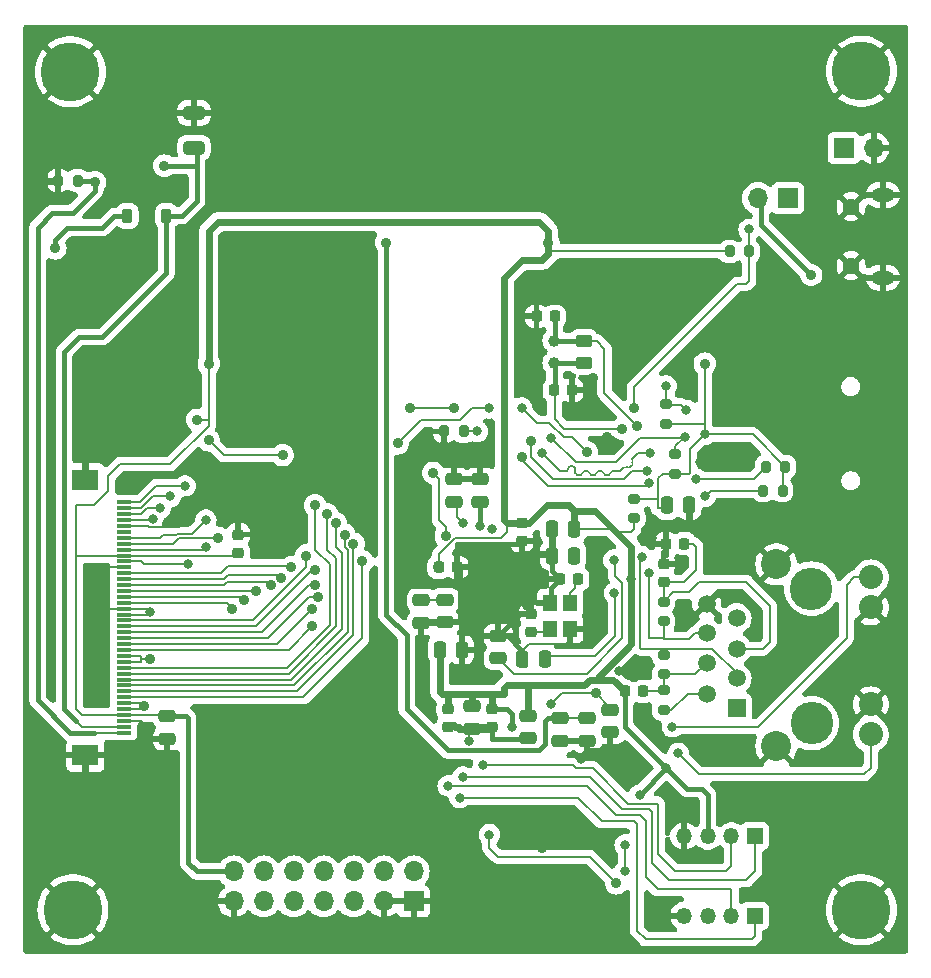
<source format=gbl>
G04 #@! TF.GenerationSoftware,KiCad,Pcbnew,8.0.8*
G04 #@! TF.CreationDate,2025-04-08T21:38:23+05:30*
G04 #@! TF.ProjectId,kaage_pi,6b616167-655f-4706-992e-6b696361645f,rev?*
G04 #@! TF.SameCoordinates,Original*
G04 #@! TF.FileFunction,Copper,L4,Bot*
G04 #@! TF.FilePolarity,Positive*
%FSLAX46Y46*%
G04 Gerber Fmt 4.6, Leading zero omitted, Abs format (unit mm)*
G04 Created by KiCad (PCBNEW 8.0.8) date 2025-04-08 21:38:23*
%MOMM*%
%LPD*%
G01*
G04 APERTURE LIST*
G04 Aperture macros list*
%AMRoundRect*
0 Rectangle with rounded corners*
0 $1 Rounding radius*
0 $2 $3 $4 $5 $6 $7 $8 $9 X,Y pos of 4 corners*
0 Add a 4 corners polygon primitive as box body*
4,1,4,$2,$3,$4,$5,$6,$7,$8,$9,$2,$3,0*
0 Add four circle primitives for the rounded corners*
1,1,$1+$1,$2,$3*
1,1,$1+$1,$4,$5*
1,1,$1+$1,$6,$7*
1,1,$1+$1,$8,$9*
0 Add four rect primitives between the rounded corners*
20,1,$1+$1,$2,$3,$4,$5,0*
20,1,$1+$1,$4,$5,$6,$7,0*
20,1,$1+$1,$6,$7,$8,$9,0*
20,1,$1+$1,$8,$9,$2,$3,0*%
G04 Aperture macros list end*
G04 #@! TA.AperFunction,ComponentPad*
%ADD10C,5.000000*%
G04 #@! TD*
G04 #@! TA.AperFunction,ComponentPad*
%ADD11R,1.350000X1.350000*%
G04 #@! TD*
G04 #@! TA.AperFunction,ComponentPad*
%ADD12O,1.350000X1.350000*%
G04 #@! TD*
G04 #@! TA.AperFunction,ComponentPad*
%ADD13C,2.540000*%
G04 #@! TD*
G04 #@! TA.AperFunction,ComponentPad*
%ADD14R,1.500000X1.500000*%
G04 #@! TD*
G04 #@! TA.AperFunction,ComponentPad*
%ADD15C,1.500000*%
G04 #@! TD*
G04 #@! TA.AperFunction,ComponentPad*
%ADD16C,2.032000*%
G04 #@! TD*
G04 #@! TA.AperFunction,ComponentPad*
%ADD17C,3.599180*%
G04 #@! TD*
G04 #@! TA.AperFunction,ComponentPad*
%ADD18R,1.700000X1.700000*%
G04 #@! TD*
G04 #@! TA.AperFunction,ComponentPad*
%ADD19O,1.700000X1.700000*%
G04 #@! TD*
G04 #@! TA.AperFunction,ComponentPad*
%ADD20C,1.000000*%
G04 #@! TD*
G04 #@! TA.AperFunction,HeatsinkPad*
%ADD21O,1.900000X1.200000*%
G04 #@! TD*
G04 #@! TA.AperFunction,HeatsinkPad*
%ADD22C,1.450000*%
G04 #@! TD*
G04 #@! TA.AperFunction,SMDPad,CuDef*
%ADD23RoundRect,0.225000X0.225000X0.250000X-0.225000X0.250000X-0.225000X-0.250000X0.225000X-0.250000X0*%
G04 #@! TD*
G04 #@! TA.AperFunction,SMDPad,CuDef*
%ADD24RoundRect,0.200000X-0.275000X0.200000X-0.275000X-0.200000X0.275000X-0.200000X0.275000X0.200000X0*%
G04 #@! TD*
G04 #@! TA.AperFunction,SMDPad,CuDef*
%ADD25RoundRect,0.225000X0.225000X0.375000X-0.225000X0.375000X-0.225000X-0.375000X0.225000X-0.375000X0*%
G04 #@! TD*
G04 #@! TA.AperFunction,SMDPad,CuDef*
%ADD26RoundRect,0.200000X0.275000X-0.200000X0.275000X0.200000X-0.275000X0.200000X-0.275000X-0.200000X0*%
G04 #@! TD*
G04 #@! TA.AperFunction,SMDPad,CuDef*
%ADD27RoundRect,0.250000X0.250000X0.475000X-0.250000X0.475000X-0.250000X-0.475000X0.250000X-0.475000X0*%
G04 #@! TD*
G04 #@! TA.AperFunction,SMDPad,CuDef*
%ADD28RoundRect,0.250000X0.475000X-0.250000X0.475000X0.250000X-0.475000X0.250000X-0.475000X-0.250000X0*%
G04 #@! TD*
G04 #@! TA.AperFunction,SMDPad,CuDef*
%ADD29RoundRect,0.200000X0.200000X0.275000X-0.200000X0.275000X-0.200000X-0.275000X0.200000X-0.275000X0*%
G04 #@! TD*
G04 #@! TA.AperFunction,SMDPad,CuDef*
%ADD30RoundRect,0.250000X-0.475000X0.250000X-0.475000X-0.250000X0.475000X-0.250000X0.475000X0.250000X0*%
G04 #@! TD*
G04 #@! TA.AperFunction,SMDPad,CuDef*
%ADD31R,1.300000X0.300000*%
G04 #@! TD*
G04 #@! TA.AperFunction,SMDPad,CuDef*
%ADD32R,2.200000X1.800000*%
G04 #@! TD*
G04 #@! TA.AperFunction,SMDPad,CuDef*
%ADD33RoundRect,0.250000X-0.250000X-0.475000X0.250000X-0.475000X0.250000X0.475000X-0.250000X0.475000X0*%
G04 #@! TD*
G04 #@! TA.AperFunction,SMDPad,CuDef*
%ADD34R,1.200000X1.400000*%
G04 #@! TD*
G04 #@! TA.AperFunction,SMDPad,CuDef*
%ADD35RoundRect,0.225000X0.250000X-0.225000X0.250000X0.225000X-0.250000X0.225000X-0.250000X-0.225000X0*%
G04 #@! TD*
G04 #@! TA.AperFunction,SMDPad,CuDef*
%ADD36RoundRect,0.225000X-0.225000X-0.250000X0.225000X-0.250000X0.225000X0.250000X-0.225000X0.250000X0*%
G04 #@! TD*
G04 #@! TA.AperFunction,SMDPad,CuDef*
%ADD37RoundRect,0.225000X-0.250000X0.225000X-0.250000X-0.225000X0.250000X-0.225000X0.250000X0.225000X0*%
G04 #@! TD*
G04 #@! TA.AperFunction,SMDPad,CuDef*
%ADD38RoundRect,0.200000X-0.200000X-0.275000X0.200000X-0.275000X0.200000X0.275000X-0.200000X0.275000X0*%
G04 #@! TD*
G04 #@! TA.AperFunction,SMDPad,CuDef*
%ADD39RoundRect,0.250000X0.450000X-0.262500X0.450000X0.262500X-0.450000X0.262500X-0.450000X-0.262500X0*%
G04 #@! TD*
G04 #@! TA.AperFunction,SMDPad,CuDef*
%ADD40RoundRect,0.218750X0.218750X0.256250X-0.218750X0.256250X-0.218750X-0.256250X0.218750X-0.256250X0*%
G04 #@! TD*
G04 #@! TA.AperFunction,SMDPad,CuDef*
%ADD41RoundRect,0.250000X0.650000X-0.325000X0.650000X0.325000X-0.650000X0.325000X-0.650000X-0.325000X0*%
G04 #@! TD*
G04 #@! TA.AperFunction,ViaPad*
%ADD42C,0.800000*%
G04 #@! TD*
G04 #@! TA.AperFunction,ViaPad*
%ADD43C,0.900000*%
G04 #@! TD*
G04 #@! TA.AperFunction,Conductor*
%ADD44C,0.200000*%
G04 #@! TD*
G04 #@! TA.AperFunction,Conductor*
%ADD45C,0.400000*%
G04 #@! TD*
G04 #@! TA.AperFunction,Conductor*
%ADD46C,0.600000*%
G04 #@! TD*
G04 APERTURE END LIST*
D10*
X184250000Y-125000000D03*
D11*
X175250000Y-118750000D03*
D12*
X173250000Y-118750000D03*
X171250000Y-118750000D03*
X169250000Y-118750000D03*
D13*
X177049600Y-111150480D03*
X177049600Y-95750460D03*
D14*
X173699340Y-107899280D03*
D15*
X171149180Y-106700400D03*
X173699340Y-105399920D03*
X171149180Y-104099440D03*
X173699340Y-102900560D03*
X171149180Y-101600080D03*
X173699340Y-100299600D03*
X171149180Y-99100720D03*
D16*
X185049840Y-110149720D03*
X185049840Y-107599560D03*
X185049840Y-99400440D03*
X185049840Y-96850280D03*
D17*
X180049340Y-109199760D03*
X180001080Y-97800240D03*
D18*
X146350000Y-124290000D03*
D19*
X146350000Y-121750000D03*
X143810000Y-124290000D03*
X143810000Y-121750000D03*
X141270000Y-124290000D03*
X141270000Y-121750000D03*
X138730000Y-124290000D03*
X138730000Y-121750000D03*
X136190000Y-124290000D03*
X136190000Y-121750000D03*
X133650000Y-124290000D03*
X133650000Y-121750000D03*
X131110000Y-124290000D03*
X131110000Y-121750000D03*
D18*
X178025000Y-64750000D03*
D19*
X175485000Y-64750000D03*
D11*
X175250000Y-125500000D03*
D12*
X173250000Y-125500000D03*
X171250000Y-125500000D03*
X169250000Y-125500000D03*
D18*
X182750000Y-60500000D03*
D19*
X185290000Y-60500000D03*
D20*
X158250000Y-76800000D03*
X158250000Y-78700000D03*
D21*
X186080000Y-71470000D03*
D22*
X183380000Y-70470000D03*
X183380000Y-65470000D03*
D21*
X186080000Y-64470000D03*
D10*
X117500000Y-125000000D03*
X117280000Y-54040000D03*
X184250000Y-54000000D03*
D23*
X160275000Y-97000000D03*
X158725000Y-97000000D03*
D24*
X165000000Y-90175000D03*
X165000000Y-91825000D03*
D25*
X125400000Y-66250000D03*
X122100000Y-66250000D03*
D26*
X167500000Y-100575000D03*
X167500000Y-98925000D03*
D27*
X159950000Y-92750000D03*
X158050000Y-92750000D03*
D28*
X149750000Y-90450000D03*
X149750000Y-88550000D03*
D29*
X177575000Y-89500000D03*
X175925000Y-89500000D03*
D30*
X125500000Y-108600000D03*
X125500000Y-110500000D03*
X156000000Y-108550000D03*
X156000000Y-110450000D03*
D31*
X121800000Y-110000000D03*
X121800000Y-109500000D03*
X121800000Y-109000000D03*
X121800000Y-108500000D03*
X121800000Y-108000000D03*
X121800000Y-107500000D03*
X121800000Y-107000000D03*
X121800000Y-106500000D03*
X121800000Y-106000000D03*
X121800000Y-105500000D03*
X121800000Y-105000000D03*
X121800000Y-104500000D03*
X121800000Y-104000000D03*
X121800000Y-103500000D03*
X121800000Y-103000000D03*
X121800000Y-102500000D03*
X121800000Y-102000000D03*
X121800000Y-101500000D03*
X121800000Y-101000000D03*
X121800000Y-100500000D03*
X121800000Y-100000000D03*
X121800000Y-99500000D03*
X121800000Y-99000000D03*
X121800000Y-98500000D03*
X121800000Y-98000000D03*
X121800000Y-97500000D03*
X121800000Y-97000000D03*
X121800000Y-96500000D03*
X121800000Y-96000000D03*
X121800000Y-95500000D03*
X121800000Y-95000000D03*
X121800000Y-94500000D03*
X121800000Y-94000000D03*
X121800000Y-93500000D03*
X121800000Y-93000000D03*
X121800000Y-92500000D03*
X121800000Y-92000000D03*
X121800000Y-91500000D03*
X121800000Y-91000000D03*
X121800000Y-90500000D03*
D32*
X118550000Y-111900000D03*
X118550000Y-88600000D03*
D27*
X157450000Y-103750000D03*
X155550000Y-103750000D03*
D23*
X158300000Y-74750000D03*
X156750000Y-74750000D03*
D33*
X148550000Y-103000000D03*
X150450000Y-103000000D03*
D34*
X159600000Y-99000000D03*
X159600000Y-101200000D03*
X157900000Y-101200000D03*
X157900000Y-99000000D03*
D26*
X167500000Y-108075000D03*
X167500000Y-106425000D03*
D30*
X151250000Y-107750000D03*
X151250000Y-109650000D03*
D35*
X156250000Y-101500000D03*
X156250000Y-99950000D03*
D36*
X158225000Y-81000000D03*
X159775000Y-81000000D03*
D35*
X131500000Y-94775000D03*
X131500000Y-93225000D03*
D37*
X153000000Y-107975000D03*
X153000000Y-109525000D03*
D30*
X158750000Y-108800000D03*
X158750000Y-110700000D03*
D38*
X173100000Y-69250000D03*
X174750000Y-69250000D03*
D24*
X167500000Y-103425000D03*
X167500000Y-105075000D03*
D23*
X169275000Y-94000000D03*
X167725000Y-94000000D03*
D37*
X155500000Y-92225000D03*
X155500000Y-93775000D03*
D39*
X160750000Y-78662500D03*
X160750000Y-76837500D03*
D29*
X150575000Y-84500000D03*
X148925000Y-84500000D03*
D30*
X149000000Y-98750000D03*
X149000000Y-100650000D03*
D28*
X153500000Y-103700000D03*
X153500000Y-101800000D03*
D40*
X165787500Y-106500000D03*
X164212500Y-106500000D03*
D29*
X177825000Y-87500000D03*
X176175000Y-87500000D03*
D24*
X168500000Y-86425000D03*
X168500000Y-88075000D03*
D28*
X152000000Y-90450000D03*
X152000000Y-88550000D03*
D37*
X149250000Y-107975000D03*
X149250000Y-109525000D03*
D41*
X127750000Y-60475000D03*
X127750000Y-57525000D03*
D27*
X159950000Y-95000000D03*
X158050000Y-95000000D03*
D36*
X148475000Y-96000000D03*
X150025000Y-96000000D03*
D30*
X147000000Y-98800000D03*
X147000000Y-100700000D03*
D29*
X117900000Y-63250000D03*
X116250000Y-63250000D03*
D35*
X167500000Y-97275000D03*
X167500000Y-95725000D03*
D30*
X161000000Y-108800000D03*
X161000000Y-110700000D03*
D33*
X167800000Y-90750000D03*
X169700000Y-90750000D03*
D30*
X163000000Y-108050000D03*
X163000000Y-109950000D03*
D24*
X167750000Y-82175000D03*
X167750000Y-83825000D03*
D42*
X168000000Y-51500000D03*
D43*
X123500000Y-107750000D03*
D42*
X122250000Y-127000000D03*
X148000000Y-51500000D03*
X158000000Y-127250000D03*
X151000000Y-110747600D03*
X178250000Y-51500000D03*
D43*
X119500000Y-57750000D03*
X118550000Y-114200000D03*
X146000000Y-88000000D03*
D42*
X135500000Y-51500000D03*
X152000000Y-101750000D03*
X171500000Y-92500000D03*
X123500000Y-51500000D03*
X121750000Y-122000000D03*
D43*
X159250000Y-63000000D03*
D42*
X131000000Y-74000000D03*
D43*
X148936095Y-85746113D03*
D42*
X153750000Y-124750000D03*
D43*
X124575000Y-74175000D03*
D42*
X186750000Y-116750000D03*
D43*
X123250000Y-85500000D03*
D42*
X166500000Y-93500000D03*
D43*
X127750000Y-56000000D03*
X118500000Y-74750000D03*
D42*
X166000000Y-74000000D03*
X151750000Y-103000000D03*
D43*
X118550000Y-86300000D03*
X154500000Y-63000000D03*
X139750000Y-63000000D03*
X157000000Y-63000000D03*
D42*
X179500000Y-124250000D03*
X116250000Y-74500000D03*
X152320000Y-98010000D03*
X141000000Y-74000000D03*
X170250000Y-51500000D03*
X152000000Y-51500000D03*
D43*
X140000000Y-79250000D03*
D42*
X168750000Y-95750000D03*
D43*
X134000000Y-84750000D03*
X164750000Y-112750000D03*
D42*
X124000000Y-99750000D03*
X123250000Y-117000000D03*
D43*
X170000000Y-63250000D03*
X130250000Y-63000000D03*
D42*
X179500000Y-126750000D03*
D43*
X180547600Y-66000000D03*
D42*
X122250000Y-124500000D03*
D43*
X142250000Y-63000000D03*
D42*
X162250000Y-51500000D03*
X155900000Y-99260000D03*
D43*
X173350000Y-74350000D03*
D42*
X119250000Y-119500000D03*
X154250000Y-51500000D03*
X150250000Y-51500000D03*
X160000000Y-124750000D03*
X155880000Y-97890000D03*
X131000000Y-76500000D03*
X121250000Y-117000000D03*
D43*
X151250000Y-63500000D03*
D42*
X182950000Y-93450000D03*
X137750000Y-51500000D03*
X152290000Y-96260000D03*
X156000000Y-51500000D03*
X160250000Y-51500000D03*
X115250000Y-119500000D03*
X152370000Y-99620000D03*
X164000000Y-51500000D03*
X116250000Y-72000000D03*
D43*
X155250000Y-74750000D03*
D42*
X124250000Y-122000000D03*
X160000000Y-127250000D03*
D43*
X165750000Y-63500000D03*
D42*
X176000000Y-51500000D03*
X133750000Y-51500000D03*
X152000000Y-124750000D03*
X115250000Y-117000000D03*
D43*
X144250000Y-63000000D03*
D42*
X141000000Y-71500000D03*
D43*
X161500000Y-80000000D03*
D42*
X123250000Y-119500000D03*
X186750000Y-119250000D03*
X152000000Y-127250000D03*
X180250000Y-51500000D03*
X168250000Y-92500000D03*
X158250000Y-51500000D03*
D43*
X182950000Y-74050000D03*
D42*
X166000000Y-51500000D03*
X156000000Y-127250000D03*
X124500000Y-127000000D03*
X146000000Y-51500000D03*
X153750000Y-127250000D03*
D43*
X144250000Y-61000000D03*
D42*
X127500000Y-51500000D03*
X172000000Y-51500000D03*
X170602400Y-87050000D03*
X117000000Y-119500000D03*
D43*
X159250000Y-61000000D03*
D42*
X154280000Y-99520000D03*
X156000000Y-124750000D03*
X117000000Y-117000000D03*
D43*
X136500000Y-63250000D03*
X124000000Y-103750000D03*
X172750000Y-63250000D03*
X125500000Y-112000000D03*
X119500000Y-61750000D03*
D42*
X124250000Y-124500000D03*
X149500000Y-121000000D03*
X128000000Y-91000000D03*
X141750000Y-51500000D03*
X121250000Y-119500000D03*
X158000000Y-124750000D03*
X153000000Y-92750000D03*
D43*
X115000000Y-63250000D03*
X156750000Y-82000000D03*
D42*
X155820000Y-96260000D03*
D43*
X162750000Y-85000000D03*
D42*
X139750000Y-51500000D03*
X144000000Y-51500000D03*
X125500000Y-51500000D03*
X131500000Y-51500000D03*
X174250000Y-51500000D03*
X129750000Y-51500000D03*
D43*
X133637500Y-82387500D03*
X124000000Y-109750000D03*
D42*
X154087500Y-97950000D03*
X163500000Y-74000000D03*
X163750000Y-104750000D03*
X119250000Y-117000000D03*
D43*
X157250000Y-119750000D03*
D42*
X160500000Y-112250000D03*
X154120000Y-96240000D03*
D43*
X129750000Y-61000000D03*
X131500000Y-91500000D03*
D42*
X169750000Y-92500000D03*
D43*
X135250000Y-86500000D03*
D42*
X155500000Y-82500000D03*
X152750000Y-82500000D03*
D43*
X129000000Y-85250000D03*
X161000000Y-86250000D03*
X145000000Y-85500000D03*
X149000000Y-98750000D03*
X149070933Y-93320933D03*
X148000000Y-88000000D03*
D42*
X163280338Y-95380629D03*
X158000000Y-107550962D03*
D43*
X153500000Y-103700000D03*
D42*
X159950000Y-95000000D03*
D43*
X161750000Y-106647600D03*
X144000000Y-68500000D03*
D42*
X157450000Y-103550000D03*
X158750000Y-108800000D03*
X163345200Y-98191289D03*
X164750000Y-97000000D03*
X148550000Y-103000000D03*
D43*
X129000000Y-78750000D03*
D42*
X167750000Y-113000000D03*
X152750000Y-118635000D03*
X155500000Y-92225000D03*
X154687500Y-109500000D03*
D43*
X163500000Y-122750000D03*
X157750000Y-68500000D03*
X148397600Y-96000000D03*
D42*
X159950000Y-92750000D03*
D43*
X128000000Y-83500000D03*
D42*
X165500000Y-115250000D03*
X151750000Y-84500000D03*
X150500000Y-92250000D03*
X152000000Y-92500000D03*
D43*
X165250000Y-84000000D03*
X164000000Y-84250000D03*
X149750000Y-82500000D03*
X146000000Y-82525000D03*
D42*
X171000000Y-84750000D03*
D43*
X171000000Y-78750000D03*
D42*
X159600000Y-99000000D03*
X158000000Y-101200000D03*
D43*
X125250000Y-62000000D03*
X116000000Y-69000000D03*
D42*
X168250000Y-109500000D03*
X168750000Y-111750000D03*
X166250000Y-96500000D03*
X165663683Y-95086317D03*
D43*
X165000000Y-82500000D03*
D42*
X174750000Y-67397600D03*
D43*
X180000000Y-71250000D03*
D42*
X166370000Y-86360000D03*
X157226000Y-86360000D03*
X158010000Y-85050000D03*
X169291000Y-84963000D03*
X167730000Y-80660000D03*
X169440000Y-82720000D03*
X170250000Y-88500000D03*
X166125000Y-87875000D03*
D43*
X156250000Y-85344000D03*
D42*
X171000000Y-90000000D03*
X166250334Y-88852400D03*
D43*
X155500000Y-86685869D03*
D42*
X150250000Y-115500000D03*
X149250000Y-114500000D03*
X150500000Y-113750000D03*
X152250000Y-112750000D03*
X124897600Y-91000000D03*
X124250000Y-91897600D03*
X127000000Y-89102400D03*
X125750000Y-90000000D03*
D43*
X134250000Y-97500000D03*
X136000000Y-96000000D03*
X137250000Y-95000000D03*
X138255245Y-98520980D03*
X138000000Y-90750000D03*
X142000000Y-95500000D03*
X132000000Y-98750000D03*
X138000000Y-96250000D03*
X139000000Y-91500000D03*
X139750000Y-92250000D03*
X119375000Y-63375000D03*
D42*
X128750000Y-92000000D03*
D43*
X137750000Y-101000000D03*
X141250000Y-94000000D03*
X131000000Y-99500000D03*
X138000000Y-97500000D03*
X140500000Y-93250000D03*
X133000000Y-98000000D03*
X137750000Y-99500000D03*
D42*
X127250000Y-95750000D03*
D43*
X135125000Y-96875000D03*
D42*
X128750000Y-94250000D03*
D43*
X129750000Y-93500000D03*
D42*
X164250000Y-119500000D03*
X164250000Y-121750000D03*
D44*
X148925000Y-85735018D02*
X148925000Y-84500000D01*
D45*
X155500000Y-93775000D02*
X155275000Y-94000000D01*
X155950000Y-110500000D02*
X153000000Y-110500000D01*
X163000000Y-111000000D02*
X162500000Y-111500000D01*
X154300000Y-101800000D02*
X155550000Y-103050000D01*
X155275000Y-94000000D02*
X150025000Y-94000000D01*
D44*
X121800000Y-107500000D02*
X123500000Y-107500000D01*
D45*
X156750000Y-74750000D02*
X155250000Y-74750000D01*
X155550000Y-103050000D02*
X155550000Y-104050000D01*
D44*
X121800000Y-108000000D02*
X123500000Y-108000000D01*
D45*
X155325000Y-99975000D02*
X156250000Y-99975000D01*
D44*
X168725000Y-95725000D02*
X168750000Y-95750000D01*
X123929767Y-92500000D02*
X121800000Y-92500000D01*
D46*
X158050000Y-92750000D02*
X158050000Y-95000000D01*
D44*
X121800000Y-96000000D02*
X120250000Y-96000000D01*
D45*
X161000000Y-110700000D02*
X161000000Y-111500000D01*
X155550000Y-104050000D02*
X155750000Y-104250000D01*
D44*
X151000000Y-109900000D02*
X151250000Y-109650000D01*
X126450000Y-92550000D02*
X123979767Y-92550000D01*
X119500000Y-96750000D02*
X119500000Y-98750000D01*
D45*
X152050000Y-101800000D02*
X152000000Y-101750000D01*
X150025000Y-96000000D02*
X150250000Y-96225000D01*
X155500000Y-94750000D02*
X158050000Y-94750000D01*
X125500000Y-110500000D02*
X125500000Y-112000000D01*
X153000000Y-110500000D02*
X153000000Y-109775000D01*
X150250000Y-100500000D02*
X150400000Y-100650000D01*
X158725000Y-97000000D02*
X158000000Y-97725000D01*
X163000000Y-109950000D02*
X163000000Y-111000000D01*
D44*
X124000000Y-99750000D02*
X123750000Y-100000000D01*
X120250000Y-96000000D02*
X119500000Y-96750000D01*
D46*
X169750000Y-92500000D02*
X169700000Y-92450000D01*
D45*
X149750000Y-86560018D02*
X149750000Y-88550000D01*
X150250000Y-96225000D02*
X150250000Y-100500000D01*
D44*
X156575000Y-99650000D02*
X156250000Y-99975000D01*
D45*
X161000000Y-81000000D02*
X159775000Y-81000000D01*
D44*
X123500000Y-107500000D02*
X123500000Y-108000000D01*
X155550000Y-103050000D02*
X155550000Y-103500000D01*
X147000000Y-100700000D02*
X148950000Y-100700000D01*
D45*
X150450000Y-100700000D02*
X150450000Y-103000000D01*
X158000000Y-98900000D02*
X157900000Y-99000000D01*
D46*
X115000000Y-63250000D02*
X116250000Y-63250000D01*
X169700000Y-92450000D02*
X169700000Y-90250000D01*
D45*
X127750000Y-57525000D02*
X127750000Y-56000000D01*
D44*
X152000000Y-88550000D02*
X149750000Y-88550000D01*
X167500000Y-95725000D02*
X168725000Y-95725000D01*
X151500000Y-109650000D02*
X151250000Y-109650000D01*
D45*
X153500000Y-101800000D02*
X152050000Y-101800000D01*
D44*
X151000000Y-110747600D02*
X151000000Y-109900000D01*
X123750000Y-100000000D02*
X121800000Y-100000000D01*
X123500000Y-107750000D02*
X123500000Y-108000000D01*
X128000000Y-91000000D02*
X126450000Y-92550000D01*
X123250000Y-109000000D02*
X121800000Y-109000000D01*
X167725000Y-93025000D02*
X167725000Y-94000000D01*
D45*
X153500000Y-101800000D02*
X154300000Y-101800000D01*
X161500000Y-80500000D02*
X161000000Y-81000000D01*
D44*
X119500000Y-98750000D02*
X120250000Y-99500000D01*
X168250000Y-92500000D02*
X167725000Y-93025000D01*
X123750000Y-99500000D02*
X124000000Y-99750000D01*
D45*
X153025000Y-109750000D02*
X150225000Y-109750000D01*
D44*
X148936095Y-85746113D02*
X148925000Y-85735018D01*
D46*
X118550000Y-114200000D02*
X118550000Y-111900000D01*
D44*
X123979767Y-92550000D02*
X123929767Y-92500000D01*
D45*
X160500000Y-112250000D02*
X160500000Y-112000000D01*
X150400000Y-100650000D02*
X150450000Y-100700000D01*
X153000000Y-109775000D02*
X153025000Y-109750000D01*
X160500000Y-112000000D02*
X161000000Y-111500000D01*
D44*
X123250000Y-103750000D02*
X123250000Y-104000000D01*
D45*
X150225000Y-109750000D02*
X149750000Y-109275000D01*
X153500000Y-101800000D02*
X155325000Y-99975000D01*
D44*
X120250000Y-99500000D02*
X121800000Y-99500000D01*
X159250000Y-102500000D02*
X156100000Y-102500000D01*
D45*
X149000000Y-100650000D02*
X150400000Y-100650000D01*
D44*
X156100000Y-102500000D02*
X155550000Y-103050000D01*
X121800000Y-103500000D02*
X123250000Y-103500000D01*
X123250000Y-103500000D02*
X123250000Y-104000000D01*
D45*
X161500000Y-80000000D02*
X161500000Y-80500000D01*
X155500000Y-93775000D02*
X155500000Y-94750000D01*
X148936095Y-85746113D02*
X149750000Y-86560018D01*
D46*
X118550000Y-86300000D02*
X118550000Y-88600000D01*
D45*
X158000000Y-97725000D02*
X158000000Y-98900000D01*
X162500000Y-111500000D02*
X161000000Y-111500000D01*
X158750000Y-110700000D02*
X161000000Y-110700000D01*
X150450000Y-103000000D02*
X151750000Y-103000000D01*
X158050000Y-94750000D02*
X158050000Y-96325000D01*
D44*
X121800000Y-99500000D02*
X123750000Y-99500000D01*
X121800000Y-104000000D02*
X123250000Y-104000000D01*
X124000000Y-109750000D02*
X123250000Y-109000000D01*
X124000000Y-103750000D02*
X123250000Y-103750000D01*
X131500000Y-93225000D02*
X131500000Y-91500000D01*
D45*
X156000000Y-110450000D02*
X155950000Y-110500000D01*
D44*
X159600000Y-102150000D02*
X159250000Y-102500000D01*
D45*
X158050000Y-96325000D02*
X158725000Y-97000000D01*
D44*
X159600000Y-101700000D02*
X159600000Y-102150000D01*
D45*
X150025000Y-94000000D02*
X150025000Y-96000000D01*
D44*
X148950000Y-100700000D02*
X149000000Y-100650000D01*
X147000000Y-83500000D02*
X145000000Y-85500000D01*
X159750000Y-85000000D02*
X161000000Y-86250000D01*
X159052016Y-85000000D02*
X159750000Y-85000000D01*
X150250000Y-83500000D02*
X147000000Y-83500000D01*
X155500000Y-82500000D02*
X156750000Y-83750000D01*
X152750000Y-82500000D02*
X151250000Y-82500000D01*
X135250000Y-86500000D02*
X130250000Y-86500000D01*
X130250000Y-86500000D02*
X129000000Y-85250000D01*
X156750000Y-83750000D02*
X157802016Y-83750000D01*
X151250000Y-82500000D02*
X150250000Y-83500000D01*
X157802016Y-83750000D02*
X159052016Y-85000000D01*
X148500000Y-88500000D02*
X148000000Y-88000000D01*
X161000000Y-105000000D02*
X154800000Y-105000000D01*
X148500000Y-92000000D02*
X148500000Y-88500000D01*
X163000000Y-107897600D02*
X163000000Y-108050000D01*
X163397597Y-96698799D02*
X164000000Y-97301202D01*
X154800000Y-105000000D02*
X153500000Y-103700000D01*
X149070933Y-93320933D02*
X149070933Y-92570933D01*
X158903362Y-106647600D02*
X158000000Y-107550962D01*
X147000000Y-98800000D02*
X148950000Y-98800000D01*
X148950000Y-98800000D02*
X149000000Y-98750000D01*
X164000000Y-97301202D02*
X164000000Y-102000000D01*
X161750000Y-106647600D02*
X158903362Y-106647600D01*
X149070933Y-92570933D02*
X148500000Y-92000000D01*
X161750000Y-106647600D02*
X163000000Y-107897600D01*
X164000000Y-102000000D02*
X161000000Y-105000000D01*
X163280338Y-95380629D02*
X163397597Y-95497888D01*
X163397597Y-95497888D02*
X163397597Y-96698799D01*
D45*
X157500000Y-111000000D02*
X157000000Y-111500000D01*
D44*
X163397600Y-101852400D02*
X163397600Y-98750000D01*
D45*
X145750000Y-101750000D02*
X144000000Y-100000000D01*
X144000000Y-100000000D02*
X144000000Y-68500000D01*
D44*
X161000000Y-108800000D02*
X158750000Y-108800000D01*
X157450000Y-103550000D02*
X161700000Y-103550000D01*
D45*
X157500000Y-109000000D02*
X157500000Y-111000000D01*
X149250000Y-111500000D02*
X145750000Y-108000000D01*
X157700000Y-108800000D02*
X157500000Y-109000000D01*
D44*
X161700000Y-103550000D02*
X163397600Y-101852400D01*
X163397600Y-98750000D02*
X163397600Y-98602400D01*
D45*
X158750000Y-108800000D02*
X157700000Y-108800000D01*
D44*
X163345200Y-98191289D02*
X163397600Y-98243689D01*
X163397600Y-98243689D02*
X163397600Y-98750000D01*
D45*
X145750000Y-108000000D02*
X145750000Y-101750000D01*
X157000000Y-111500000D02*
X149250000Y-111500000D01*
X171250000Y-115250000D02*
X171250000Y-118750000D01*
D44*
X121800000Y-95000000D02*
X117750000Y-95000000D01*
X163250000Y-92750000D02*
X159950000Y-92750000D01*
D46*
X149250000Y-106750000D02*
X149250000Y-107975000D01*
D44*
X117750000Y-108000000D02*
X118250000Y-108500000D01*
X157750000Y-69250000D02*
X173100000Y-69250000D01*
D45*
X170750000Y-114750000D02*
X171250000Y-115250000D01*
D44*
X164750000Y-93000000D02*
X165000000Y-92750000D01*
X148475000Y-94910210D02*
X149885210Y-93500000D01*
X119250000Y-90750000D02*
X117750000Y-90750000D01*
D46*
X153000000Y-107725000D02*
X153000000Y-106750000D01*
X156000000Y-106000000D02*
X154250000Y-106000000D01*
D44*
X125400000Y-108500000D02*
X121800000Y-108500000D01*
D46*
X154000000Y-71500000D02*
X154000000Y-92005000D01*
D44*
X163500000Y-93000000D02*
X164750000Y-93000000D01*
X126750000Y-95000000D02*
X123750000Y-95000000D01*
D46*
X164212500Y-106462500D02*
X164212500Y-106500000D01*
D44*
X121800000Y-95000000D02*
X125000000Y-95000000D01*
X152750000Y-118635000D02*
X152750000Y-119750000D01*
D45*
X154687500Y-109500000D02*
X154687500Y-108437500D01*
D46*
X157750000Y-67500000D02*
X157000000Y-66750000D01*
D44*
X125750000Y-87250000D02*
X121500000Y-87250000D01*
D46*
X151550000Y-107800000D02*
X151250000Y-107500000D01*
D44*
X165000000Y-92750000D02*
X165000000Y-91825000D01*
D46*
X154000000Y-106750000D02*
X154000000Y-106250000D01*
D44*
X125000000Y-95000000D02*
X126750000Y-95000000D01*
X153750000Y-93500000D02*
X154250000Y-93000000D01*
D46*
X161750000Y-105500000D02*
X163250000Y-105500000D01*
X157000000Y-66750000D02*
X129750000Y-66750000D01*
X157750000Y-68500000D02*
X157750000Y-67500000D01*
X163250000Y-105500000D02*
X164212500Y-106462500D01*
X129000000Y-67500000D02*
X129000000Y-78750000D01*
D45*
X164250000Y-109500000D02*
X167750000Y-113000000D01*
D44*
X154250000Y-93000000D02*
X154250000Y-92255000D01*
D46*
X155500000Y-70000000D02*
X154000000Y-71500000D01*
D44*
X156300000Y-108250000D02*
X156000000Y-108550000D01*
D46*
X157000000Y-70000000D02*
X155500000Y-70000000D01*
X149750000Y-106750000D02*
X152000000Y-106750000D01*
X154250000Y-92255000D02*
X156120000Y-92255000D01*
D44*
X129000000Y-84000000D02*
X125750000Y-87250000D01*
D45*
X125500000Y-108600000D02*
X127100000Y-108600000D01*
D44*
X161250000Y-120500000D02*
X163500000Y-122750000D01*
D46*
X148550000Y-106550000D02*
X148750000Y-106750000D01*
D45*
X127100000Y-108600000D02*
X127250000Y-108750000D01*
X165500000Y-115250000D02*
X167750000Y-113000000D01*
D46*
X153250000Y-106750000D02*
X153000000Y-106750000D01*
D45*
X167750000Y-113000000D02*
X169500000Y-114750000D01*
D44*
X120500000Y-89500000D02*
X119250000Y-90750000D01*
D45*
X154687500Y-108437500D02*
X154225000Y-107975000D01*
D46*
X154250000Y-106000000D02*
X154000000Y-106250000D01*
D44*
X117750000Y-90750000D02*
X117750000Y-95000000D01*
D46*
X154000000Y-92005000D02*
X154250000Y-92255000D01*
X152000000Y-106750000D02*
X154000000Y-106750000D01*
D44*
X125000000Y-95000000D02*
X125725000Y-95000000D01*
D46*
X159500000Y-90750000D02*
X159950000Y-91200000D01*
X153250000Y-107975000D02*
X153000000Y-107725000D01*
X148550000Y-103000000D02*
X148550000Y-106550000D01*
D44*
X125500000Y-108600000D02*
X125400000Y-108500000D01*
D45*
X154225000Y-107975000D02*
X153250000Y-107975000D01*
D46*
X157750000Y-69500000D02*
X157750000Y-68500000D01*
X149750000Y-106750000D02*
X149250000Y-106750000D01*
X159950000Y-91200000D02*
X159950000Y-92750000D01*
D44*
X129000000Y-78750000D02*
X129000000Y-84000000D01*
D45*
X169500000Y-114750000D02*
X170750000Y-114750000D01*
D44*
X163500000Y-93000000D02*
X163250000Y-92750000D01*
D46*
X154000000Y-106750000D02*
X153250000Y-106750000D01*
D44*
X157000000Y-70000000D02*
X157750000Y-69250000D01*
D46*
X157625000Y-90750000D02*
X159500000Y-90750000D01*
X151250000Y-107500000D02*
X151250000Y-106750000D01*
X148750000Y-106750000D02*
X149750000Y-106750000D01*
X157000000Y-70000000D02*
X157250000Y-70000000D01*
D45*
X128000000Y-121750000D02*
X131110000Y-121750000D01*
D46*
X161700000Y-91200000D02*
X164250000Y-93750000D01*
X157250000Y-70000000D02*
X157750000Y-69500000D01*
D44*
X131275000Y-95000000D02*
X131500000Y-94775000D01*
D46*
X161750000Y-105500000D02*
X161250000Y-105500000D01*
D44*
X152750000Y-119750000D02*
X153500000Y-120500000D01*
X121500000Y-87250000D02*
X120500000Y-88250000D01*
D46*
X160750000Y-106000000D02*
X156000000Y-106000000D01*
X156120000Y-92255000D02*
X157625000Y-90750000D01*
D44*
X149885210Y-93500000D02*
X153750000Y-93500000D01*
X148475000Y-96000000D02*
X148475000Y-94910210D01*
X164250000Y-93750000D02*
X163500000Y-93000000D01*
D45*
X127250000Y-108750000D02*
X127250000Y-121000000D01*
D46*
X156000000Y-106000000D02*
X156000000Y-108550000D01*
X164750000Y-102500000D02*
X161750000Y-105500000D01*
X129750000Y-66750000D02*
X129000000Y-67500000D01*
X159950000Y-91200000D02*
X161700000Y-91200000D01*
D45*
X127250000Y-121000000D02*
X128000000Y-121750000D01*
D44*
X120500000Y-88250000D02*
X120500000Y-89500000D01*
X118250000Y-108500000D02*
X121800000Y-108500000D01*
X128000000Y-83500000D02*
X129000000Y-83500000D01*
X153500000Y-120500000D02*
X161250000Y-120500000D01*
X117750000Y-95000000D02*
X117750000Y-108000000D01*
D45*
X164212500Y-106500000D02*
X164250000Y-106537500D01*
X164250000Y-106537500D02*
X164250000Y-109500000D01*
D46*
X164750000Y-94250000D02*
X164750000Y-102500000D01*
D44*
X126750000Y-95000000D02*
X131275000Y-95000000D01*
X131475000Y-94750000D02*
X131500000Y-94775000D01*
D46*
X161250000Y-105500000D02*
X160750000Y-106000000D01*
X164250000Y-93750000D02*
X164750000Y-94250000D01*
D44*
X151750000Y-84500000D02*
X150575000Y-84500000D01*
X150000000Y-91750000D02*
X150000000Y-90700000D01*
X150500000Y-92250000D02*
X150000000Y-91750000D01*
X150000000Y-90700000D02*
X149750000Y-90450000D01*
D45*
X152000000Y-90450000D02*
X151850000Y-90600000D01*
X152000000Y-92500000D02*
X152000000Y-90450000D01*
D44*
X151750000Y-90700000D02*
X151850000Y-90600000D01*
X170250000Y-96250000D02*
X170250000Y-94250000D01*
X167500000Y-106425000D02*
X167425000Y-106500000D01*
X167500000Y-98925000D02*
X168326680Y-98098320D01*
X170173620Y-105075000D02*
X171149180Y-104099440D01*
X169651680Y-98098320D02*
X170500000Y-97250000D01*
X170000000Y-94000000D02*
X169025000Y-94000000D01*
X168076923Y-97275000D02*
X168101923Y-97250000D01*
X176500000Y-99250000D02*
X176500000Y-102301120D01*
X168101923Y-97250000D02*
X169250000Y-97250000D01*
X176500000Y-102301120D02*
X175900560Y-102900560D01*
X170250000Y-94250000D02*
X170000000Y-94000000D01*
X169250000Y-97250000D02*
X170250000Y-96250000D01*
X167500000Y-97275000D02*
X168076923Y-97275000D01*
X175900560Y-102900560D02*
X173699340Y-102900560D01*
X167500000Y-97275000D02*
X167500000Y-98925000D01*
X167500000Y-105075000D02*
X170173620Y-105075000D01*
X168326680Y-98098320D02*
X169651680Y-98098320D01*
X173699340Y-102900560D02*
X173699340Y-103300660D01*
X170500000Y-97250000D02*
X174500000Y-97250000D01*
X167500000Y-105075000D02*
X167500000Y-106425000D01*
X174500000Y-97250000D02*
X176500000Y-99250000D01*
X167425000Y-106500000D02*
X165787500Y-106500000D01*
D45*
X158300000Y-76750000D02*
X158250000Y-76800000D01*
D44*
X162500000Y-81250000D02*
X162500000Y-77500000D01*
D45*
X160750000Y-76837500D02*
X158287500Y-76837500D01*
X158300000Y-74750000D02*
X158300000Y-76750000D01*
D44*
X161837500Y-76837500D02*
X160750000Y-76837500D01*
D45*
X158287500Y-76837500D02*
X158250000Y-76800000D01*
D44*
X165250000Y-84000000D02*
X162500000Y-81250000D01*
X162500000Y-77500000D02*
X161837500Y-76837500D01*
X164000000Y-84250000D02*
X159102400Y-84250000D01*
D45*
X160750000Y-78662500D02*
X158287500Y-78662500D01*
D44*
X159102400Y-84250000D02*
X158275000Y-83422600D01*
D45*
X158287500Y-78662500D02*
X158250000Y-78700000D01*
X158275000Y-81250000D02*
X158275000Y-78725000D01*
X158275000Y-78725000D02*
X158250000Y-78700000D01*
D44*
X158275000Y-83422600D02*
X158275000Y-81250000D01*
X146000000Y-82525000D02*
X146025000Y-82500000D01*
X146025000Y-82500000D02*
X149750000Y-82500000D01*
X171000000Y-78750000D02*
X171000000Y-83825000D01*
X171000000Y-84750000D02*
X169750000Y-86000000D01*
X177575000Y-87750000D02*
X177825000Y-87500000D01*
X167025000Y-88475000D02*
X167025000Y-90250000D01*
X167025000Y-90250000D02*
X167000000Y-90275000D01*
X175075000Y-84750000D02*
X171000000Y-84750000D01*
X171000000Y-83825000D02*
X171000000Y-84750000D01*
X169675000Y-88075000D02*
X168500000Y-88075000D01*
X167000000Y-90275000D02*
X167000000Y-91000000D01*
X169750000Y-88000000D02*
X169675000Y-88075000D01*
X177825000Y-87500000D02*
X175075000Y-84750000D01*
X177575000Y-89500000D02*
X177575000Y-87750000D01*
X167000000Y-91000000D02*
X167550000Y-91000000D01*
X165425000Y-90250000D02*
X165250000Y-90075000D01*
X167750000Y-83825000D02*
X170075000Y-83825000D01*
X170075000Y-83825000D02*
X171000000Y-83825000D01*
X167025000Y-90250000D02*
X165425000Y-90250000D01*
X167425000Y-88075000D02*
X167025000Y-88475000D01*
X168500000Y-88075000D02*
X167425000Y-88075000D01*
X169750000Y-86000000D02*
X169750000Y-88000000D01*
X159600000Y-99000000D02*
X159600000Y-98150000D01*
X160000000Y-97275000D02*
X160275000Y-97000000D01*
X159600000Y-98150000D02*
X160000000Y-97750000D01*
X160000000Y-97750000D02*
X160000000Y-97275000D01*
X156275000Y-101500000D02*
X156250000Y-101525000D01*
X158000000Y-101200000D02*
X157700000Y-101500000D01*
X157700000Y-101500000D02*
X156275000Y-101500000D01*
D45*
X128000000Y-62250000D02*
X128000000Y-65000000D01*
X116750000Y-77750000D02*
X116750000Y-108000000D01*
D44*
X118250000Y-109500000D02*
X117750000Y-109000000D01*
D45*
X128000000Y-60725000D02*
X127750000Y-60475000D01*
X128000000Y-62000000D02*
X128000000Y-62250000D01*
X116750000Y-108000000D02*
X117750000Y-109000000D01*
X125250000Y-62000000D02*
X128000000Y-62000000D01*
X120000000Y-76500000D02*
X118000000Y-76500000D01*
X125400000Y-71100000D02*
X120000000Y-76500000D01*
X126750000Y-66250000D02*
X125400000Y-66250000D01*
X118000000Y-76500000D02*
X116750000Y-77750000D01*
X125400000Y-66250000D02*
X125400000Y-71100000D01*
X128000000Y-62250000D02*
X128000000Y-60725000D01*
X128000000Y-65000000D02*
X126750000Y-66250000D01*
D44*
X121800000Y-109500000D02*
X118250000Y-109500000D01*
D45*
X117000000Y-67250000D02*
X120000000Y-67250000D01*
X121000000Y-66250000D02*
X122100000Y-66250000D01*
X116000000Y-68250000D02*
X117000000Y-67250000D01*
X116000000Y-69000000D02*
X116000000Y-68250000D01*
X120000000Y-67250000D02*
X121000000Y-66250000D01*
D44*
X168175000Y-108075000D02*
X169549600Y-106700400D01*
X167500000Y-108075000D02*
X168175000Y-108075000D01*
X169549600Y-106700400D02*
X171149180Y-106700400D01*
X183649720Y-96850280D02*
X185049840Y-96850280D01*
X183000000Y-102000000D02*
X183000000Y-97500000D01*
X183000000Y-97500000D02*
X183649720Y-96850280D01*
X175500000Y-109500000D02*
X183000000Y-102000000D01*
X168250000Y-109500000D02*
X175500000Y-109500000D01*
X185049840Y-112950160D02*
X185049840Y-110149720D01*
X184500000Y-113500000D02*
X185049840Y-112950160D01*
X168750000Y-111750000D02*
X170500000Y-113500000D01*
X170500000Y-113500000D02*
X184500000Y-113500000D01*
X169652479Y-102097521D02*
X167500000Y-102097521D01*
X166304958Y-102000000D02*
X167500000Y-102000000D01*
X166250000Y-101945042D02*
X166304958Y-102000000D01*
X170149920Y-101600080D02*
X169652479Y-102097521D01*
X167500000Y-100575000D02*
X167500000Y-102097521D01*
X166250000Y-96500000D02*
X166250000Y-101945042D01*
X171149180Y-101600080D02*
X170149920Y-101600080D01*
X165500000Y-102818200D02*
X165566354Y-102884554D01*
X165663683Y-95086317D02*
X165663683Y-95143040D01*
X165566354Y-102884554D02*
X167500000Y-102884554D01*
X165663683Y-95143040D02*
X165500000Y-95306723D01*
X171634554Y-102884554D02*
X173699340Y-104949340D01*
X173699340Y-104949340D02*
X173699340Y-105399920D01*
X167500000Y-102884554D02*
X171634554Y-102884554D01*
X167500000Y-103425000D02*
X167500000Y-102884554D01*
X165500000Y-95306723D02*
X165500000Y-102818200D01*
X165000000Y-80750000D02*
X173750000Y-72000000D01*
X165000000Y-82500000D02*
X165000000Y-80750000D01*
X174500000Y-72000000D02*
X174750000Y-71750000D01*
X173750000Y-72000000D02*
X174500000Y-72000000D01*
X174750000Y-71750000D02*
X174750000Y-69250000D01*
X174750000Y-67397600D02*
X174750000Y-70000000D01*
D45*
X180000000Y-71250000D02*
X175735000Y-66985000D01*
X175735000Y-66985000D02*
X175735000Y-64750000D01*
D44*
X160030000Y-87884000D02*
X160030000Y-87659000D01*
X161680000Y-88184000D02*
X161380000Y-88184000D01*
X164184232Y-87529770D02*
X164007454Y-87706547D01*
X166370000Y-86360000D02*
X165354000Y-86360000D01*
X165354000Y-86360000D02*
X164855983Y-86858017D01*
X160480000Y-88184000D02*
X160180000Y-88184000D01*
X159205000Y-87884000D02*
X159055000Y-87884000D01*
X158750000Y-87884000D02*
X157705838Y-86839838D01*
X159055000Y-87884000D02*
X158750000Y-87884000D01*
X161080000Y-87884000D02*
X160780000Y-87884000D01*
X162280000Y-87884000D02*
X161980000Y-87884000D01*
X162880000Y-88184000D02*
X162580000Y-88184000D01*
X157705838Y-86839838D02*
X157226000Y-86360000D01*
X160030000Y-88034000D02*
X160030000Y-87884000D01*
X163830000Y-87884000D02*
X163180000Y-87884000D01*
X164007454Y-87706547D02*
X163830000Y-87884000D01*
X164855983Y-87352993D02*
X164679206Y-87529771D01*
X159805000Y-87434000D02*
X159655000Y-87434000D01*
X160780000Y-87884000D02*
G75*
G03*
X160630000Y-88034000I0J-150000D01*
G01*
X159430000Y-87659000D02*
G75*
G02*
X159205000Y-87884000I-225000J0D01*
G01*
X164679206Y-87529771D02*
G75*
G02*
X164431718Y-87529771I-123744J123746D01*
G01*
X161830000Y-88034000D02*
G75*
G02*
X161680000Y-88184000I-150000J0D01*
G01*
X164855983Y-87105505D02*
G75*
G02*
X164855934Y-87352944I-123783J-123695D01*
G01*
X160180000Y-88184000D02*
G75*
G02*
X160030000Y-88034000I0J150000D01*
G01*
X161230000Y-88034000D02*
G75*
G03*
X161080000Y-87884000I-150000J0D01*
G01*
X162580000Y-88184000D02*
G75*
G02*
X162430000Y-88034000I0J150000D01*
G01*
X161980000Y-87884000D02*
G75*
G03*
X161830000Y-88034000I0J-150000D01*
G01*
X161380000Y-88184000D02*
G75*
G02*
X161230000Y-88034000I0J150000D01*
G01*
X163030000Y-88034000D02*
G75*
G02*
X162880000Y-88184000I-150000J0D01*
G01*
X160030000Y-87659000D02*
G75*
G03*
X159805000Y-87434000I-225000J0D01*
G01*
X159655000Y-87434000D02*
G75*
G03*
X159430000Y-87659000I0J-225000D01*
G01*
X160630000Y-88034000D02*
G75*
G02*
X160480000Y-88184000I-150000J0D01*
G01*
X163180000Y-87884000D02*
G75*
G03*
X163030000Y-88034000I0J-150000D01*
G01*
X162430000Y-88034000D02*
G75*
G03*
X162280000Y-87884000I-150000J0D01*
G01*
X164855983Y-86858017D02*
G75*
G03*
X164855944Y-87105544I123717J-123783D01*
G01*
X164431718Y-87529771D02*
G75*
G03*
X164184258Y-87529795I-123718J-123729D01*
G01*
X169291000Y-84963000D02*
X169164000Y-85090000D01*
X169164000Y-85090000D02*
X165510000Y-85090000D01*
X168500000Y-85754000D02*
X168500000Y-86425000D01*
X169291000Y-84963000D02*
X168500000Y-85754000D01*
X163478000Y-87122000D02*
X160082000Y-87122000D01*
X168250000Y-86425000D02*
X168500000Y-86175000D01*
X160082000Y-87122000D02*
X158010000Y-85050000D01*
X165510000Y-85090000D02*
X163478000Y-87122000D01*
X167845000Y-82270000D02*
X168990000Y-82270000D01*
X168990000Y-82270000D02*
X169440000Y-82720000D01*
X167730000Y-80660000D02*
X167730000Y-82155000D01*
X167730000Y-82155000D02*
X167845000Y-82270000D01*
X164855000Y-87875000D02*
X166125000Y-87875000D01*
X156250000Y-86654000D02*
X158149360Y-88553360D01*
X156250000Y-85344000D02*
X156250000Y-86654000D01*
X170250000Y-88500000D02*
X175175000Y-88500000D01*
X164176640Y-88553360D02*
X164855000Y-87875000D01*
X158149360Y-88553360D02*
X164176640Y-88553360D01*
X175175000Y-88500000D02*
X176175000Y-87500000D01*
X155500000Y-86920000D02*
X157734000Y-89154000D01*
X157734000Y-89154000D02*
X165948734Y-89154000D01*
X165948734Y-89154000D02*
X166250334Y-88852400D01*
X175925000Y-89500000D02*
X171500000Y-89500000D01*
X171500000Y-89500000D02*
X171000000Y-90000000D01*
X155500000Y-86685869D02*
X155500000Y-86920000D01*
X175000000Y-127500000D02*
X175250000Y-127250000D01*
X165000000Y-117500000D02*
X165250000Y-117750000D01*
X162251631Y-117500000D02*
X165000000Y-117500000D01*
X150250000Y-115500000D02*
X160251631Y-115500000D01*
X165250000Y-117750000D02*
X165250000Y-126750000D01*
X175250000Y-127250000D02*
X175250000Y-125500000D01*
X165250000Y-126750000D02*
X166000000Y-127500000D01*
X166000000Y-127500000D02*
X175000000Y-127500000D01*
X160251631Y-115500000D02*
X162251631Y-117500000D01*
X165500000Y-117000000D02*
X166000000Y-117500000D01*
X163500000Y-117000000D02*
X165500000Y-117000000D01*
X149250000Y-114500000D02*
X161000000Y-114500000D01*
X173250000Y-123250000D02*
X173250000Y-125500000D01*
X167000000Y-123250000D02*
X173250000Y-123250000D01*
X166000000Y-122250000D02*
X167000000Y-123250000D01*
X161000000Y-114500000D02*
X163500000Y-117000000D01*
X166000000Y-117500000D02*
X166000000Y-122250000D01*
X175250000Y-121750000D02*
X175250000Y-118750000D01*
X164000000Y-116500000D02*
X166250000Y-116500000D01*
X166250000Y-116500000D02*
X166500000Y-116750000D01*
X166500000Y-121000000D02*
X168000000Y-122500000D01*
X150500000Y-113750000D02*
X161250000Y-113750000D01*
X174500000Y-122500000D02*
X175250000Y-121750000D01*
X166500000Y-116750000D02*
X166500000Y-121000000D01*
X168000000Y-122500000D02*
X174500000Y-122500000D01*
X161250000Y-113750000D02*
X164000000Y-116500000D01*
X167000000Y-116000000D02*
X167000000Y-120250000D01*
X159852877Y-112750000D02*
X160102877Y-113000000D01*
X160102877Y-113000000D02*
X161500000Y-113000000D01*
X164500000Y-116000000D02*
X167000000Y-116000000D01*
X152250000Y-112750000D02*
X159852877Y-112750000D01*
X161500000Y-113000000D02*
X164500000Y-116000000D01*
X168500000Y-121750000D02*
X172750000Y-121750000D01*
X167000000Y-120250000D02*
X168500000Y-121750000D01*
X173250000Y-121250000D02*
X173250000Y-118750000D01*
X172750000Y-121750000D02*
X173250000Y-121250000D01*
X123295677Y-91500000D02*
X121800000Y-91500000D01*
X123795677Y-91000000D02*
X123295677Y-91500000D01*
X124897600Y-91000000D02*
X123795677Y-91000000D01*
X124250000Y-91897600D02*
X124147600Y-92000000D01*
X124147600Y-92000000D02*
X121800000Y-92000000D01*
X124547309Y-89102400D02*
X123149709Y-90500000D01*
X123149709Y-90500000D02*
X121800000Y-90500000D01*
X127000000Y-89102400D02*
X124547309Y-89102400D01*
X125750000Y-90000000D02*
X124250000Y-90000000D01*
X123250000Y-91000000D02*
X121800000Y-91000000D01*
X124250000Y-90000000D02*
X123250000Y-91000000D01*
X130500000Y-97250000D02*
X130250000Y-97500000D01*
X134000000Y-97250000D02*
X130500000Y-97250000D01*
X134250000Y-97500000D02*
X134000000Y-97250000D01*
X130250000Y-97500000D02*
X121800000Y-97500000D01*
X130000000Y-96500000D02*
X121800000Y-96500000D01*
X130602400Y-95897600D02*
X130000000Y-96500000D01*
X136000000Y-96000000D02*
X135897600Y-95897600D01*
X135897600Y-95897600D02*
X130602400Y-95897600D01*
X137250000Y-96000000D02*
X132750000Y-100500000D01*
X132750000Y-100500000D02*
X121800000Y-100500000D01*
X137250000Y-95000000D02*
X137250000Y-96000000D01*
X134000000Y-102000000D02*
X121800000Y-102000000D01*
X138255245Y-98520980D02*
X137479020Y-98520980D01*
X137479020Y-98520980D02*
X134000000Y-102000000D01*
X138000000Y-94500000D02*
X139250000Y-95750000D01*
X139250000Y-95750000D02*
X139250000Y-100851923D01*
X138000000Y-90750000D02*
X138000000Y-94500000D01*
X139250000Y-100851923D02*
X135601923Y-104500000D01*
X135601923Y-104500000D02*
X121800000Y-104500000D01*
X142000000Y-95500000D02*
X142000000Y-102000000D01*
X142000000Y-102000000D02*
X137000000Y-107000000D01*
X137000000Y-107000000D02*
X121800000Y-107000000D01*
X131750000Y-98500000D02*
X121800000Y-98500000D01*
X132000000Y-98750000D02*
X131750000Y-98500000D01*
X137750000Y-96250000D02*
X133000000Y-101000000D01*
X133000000Y-101000000D02*
X121800000Y-101000000D01*
X138000000Y-96250000D02*
X137750000Y-96250000D01*
X139000000Y-94500000D02*
X139750000Y-95250000D01*
X139750000Y-101000000D02*
X135750000Y-105000000D01*
X135750000Y-105000000D02*
X121800000Y-105000000D01*
X139000000Y-91500000D02*
X139000000Y-94500000D01*
X139750000Y-95250000D02*
X139750000Y-101000000D01*
X140250000Y-94750000D02*
X140250000Y-101250000D01*
X139750000Y-94250000D02*
X140250000Y-94750000D01*
X139750000Y-92250000D02*
X139750000Y-94250000D01*
X136000000Y-105500000D02*
X121800000Y-105500000D01*
X140250000Y-101250000D02*
X136000000Y-105500000D01*
X121800000Y-110000000D02*
X119252400Y-110000000D01*
D45*
X119250000Y-63250000D02*
X117900000Y-63250000D01*
D44*
X119252400Y-110000000D02*
X119250000Y-110002400D01*
D45*
X119375000Y-63375000D02*
X119250000Y-63250000D01*
X119375000Y-64125000D02*
X117500000Y-66000000D01*
X115750000Y-66000000D02*
X114500000Y-67250000D01*
X114500000Y-107250000D02*
X117252400Y-110002400D01*
X114500000Y-67250000D02*
X114500000Y-107250000D01*
X119375000Y-63375000D02*
X119375000Y-64125000D01*
X117500000Y-66000000D02*
X115750000Y-66000000D01*
X117252400Y-110002400D02*
X119250000Y-110002400D01*
D44*
X124853554Y-93500000D02*
X121800000Y-93500000D01*
X125103554Y-93250000D02*
X124853554Y-93500000D01*
X126354031Y-93147600D02*
X126251631Y-93250000D01*
X127602400Y-93147600D02*
X126354031Y-93147600D01*
X128750000Y-92000000D02*
X127602400Y-93147600D01*
X126251631Y-93250000D02*
X125103554Y-93250000D01*
X135750000Y-103000000D02*
X121800000Y-103000000D01*
X137750000Y-101000000D02*
X135750000Y-103000000D01*
X141250000Y-101750000D02*
X136500000Y-106500000D01*
X141250000Y-94000000D02*
X141250000Y-101750000D01*
X136500000Y-106500000D02*
X121800000Y-106500000D01*
X131000000Y-99500000D02*
X130500000Y-99000000D01*
X130500000Y-99000000D02*
X121800000Y-99000000D01*
X137501632Y-97500000D02*
X133501632Y-101500000D01*
X133501632Y-101500000D02*
X121800000Y-101500000D01*
X138000000Y-97500000D02*
X137501632Y-97500000D01*
X140500000Y-94250000D02*
X140750000Y-94500000D01*
X140750000Y-94500000D02*
X140750000Y-101500000D01*
X136250000Y-106000000D02*
X121800000Y-106000000D01*
X140500000Y-93250000D02*
X140500000Y-94250000D01*
X140750000Y-101500000D02*
X136250000Y-106000000D01*
X133000000Y-98000000D02*
X121800000Y-98000000D01*
X137750000Y-99500000D02*
X134750000Y-102500000D01*
X134750000Y-102500000D02*
X121800000Y-102500000D01*
X123500000Y-95750000D02*
X123250000Y-95500000D01*
X123250000Y-95500000D02*
X121800000Y-95500000D01*
X127250000Y-95750000D02*
X123500000Y-95750000D01*
X134897600Y-96647600D02*
X130604032Y-96647600D01*
X130604032Y-96647600D02*
X130251632Y-97000000D01*
X130251632Y-97000000D02*
X121800000Y-97000000D01*
X135125000Y-96875000D02*
X134897600Y-96647600D01*
X128500000Y-94500000D02*
X121800000Y-94500000D01*
X128750000Y-94250000D02*
X128500000Y-94500000D01*
X129750000Y-93500000D02*
X126500000Y-93500000D01*
X126500000Y-93500000D02*
X126000000Y-94000000D01*
X126000000Y-94000000D02*
X121800000Y-94000000D01*
X164250000Y-121750000D02*
X164250000Y-119500000D01*
G04 #@! TA.AperFunction,Conductor*
G36*
X166194788Y-123320828D02*
G01*
X166275565Y-123374800D01*
X166631284Y-123730520D01*
X166665025Y-123750000D01*
X166768212Y-123809575D01*
X166768213Y-123809575D01*
X166768216Y-123809577D01*
X166920943Y-123850501D01*
X167094319Y-123850501D01*
X167094335Y-123850500D01*
X168992332Y-123850500D01*
X169087620Y-123869454D01*
X169168402Y-123923430D01*
X169222378Y-124004212D01*
X169241332Y-124099500D01*
X169222378Y-124194788D01*
X169168402Y-124275570D01*
X169087620Y-124329546D01*
X169038086Y-124344260D01*
X168927071Y-124365012D01*
X168927059Y-124365015D01*
X168724025Y-124443671D01*
X168724013Y-124443677D01*
X168538870Y-124558313D01*
X168377944Y-124705015D01*
X168377941Y-124705019D01*
X168246717Y-124878787D01*
X168246716Y-124878789D01*
X168149649Y-125073725D01*
X168099494Y-125249999D01*
X168099495Y-125250000D01*
X168934314Y-125250000D01*
X168929920Y-125254394D01*
X168877259Y-125345606D01*
X168850000Y-125447339D01*
X168850000Y-125552661D01*
X168877259Y-125654394D01*
X168929920Y-125745606D01*
X168934314Y-125750000D01*
X168099494Y-125750000D01*
X168149649Y-125926274D01*
X168246716Y-126121210D01*
X168246717Y-126121212D01*
X168377941Y-126294980D01*
X168377944Y-126294984D01*
X168538875Y-126441690D01*
X168548060Y-126448627D01*
X168546687Y-126450444D01*
X168605241Y-126505076D01*
X168645507Y-126593494D01*
X168648871Y-126690590D01*
X168614823Y-126781584D01*
X168548544Y-126852621D01*
X168460126Y-126892887D01*
X168403120Y-126899500D01*
X166351875Y-126899500D01*
X166256587Y-126880546D01*
X166175805Y-126826570D01*
X165923430Y-126574195D01*
X165869454Y-126493413D01*
X165850500Y-126398125D01*
X165850500Y-123550874D01*
X165869454Y-123455586D01*
X165923430Y-123374804D01*
X166004212Y-123320828D01*
X166099500Y-123301874D01*
X166194788Y-123320828D01*
G37*
G04 #@! TD.AperFunction*
G04 #@! TA.AperFunction,Conductor*
G36*
X145884075Y-124097007D02*
G01*
X145850000Y-124224174D01*
X145850000Y-124355826D01*
X145884075Y-124482993D01*
X145916988Y-124540000D01*
X144243012Y-124540000D01*
X144275925Y-124482993D01*
X144310000Y-124355826D01*
X144310000Y-124224174D01*
X144275925Y-124097007D01*
X144243012Y-124040000D01*
X145916988Y-124040000D01*
X145884075Y-124097007D01*
G37*
G04 #@! TD.AperFunction*
G04 #@! TA.AperFunction,Conductor*
G36*
X167944788Y-118801189D02*
G01*
X168025570Y-118855165D01*
X168079546Y-118935947D01*
X168088994Y-118963093D01*
X168149649Y-119176272D01*
X168149649Y-119176273D01*
X168246716Y-119371210D01*
X168246717Y-119371212D01*
X168377941Y-119544980D01*
X168377944Y-119544984D01*
X168538870Y-119691686D01*
X168724013Y-119806322D01*
X168724025Y-119806328D01*
X168927059Y-119884984D01*
X168927064Y-119884985D01*
X169000000Y-119898619D01*
X169000000Y-119065686D01*
X169004394Y-119070080D01*
X169095606Y-119122741D01*
X169197339Y-119150000D01*
X169302661Y-119150000D01*
X169404394Y-119122741D01*
X169495606Y-119070080D01*
X169500000Y-119065686D01*
X169500000Y-119898618D01*
X169572935Y-119884985D01*
X169572940Y-119884984D01*
X169775974Y-119806328D01*
X169775986Y-119806322D01*
X169961129Y-119691686D01*
X170081878Y-119581610D01*
X170165066Y-119531422D01*
X170261128Y-119516889D01*
X170355439Y-119540223D01*
X170417377Y-119581609D01*
X170538569Y-119692089D01*
X170553412Y-119701279D01*
X170723790Y-119806772D01*
X170926931Y-119885470D01*
X171034002Y-119905485D01*
X171141072Y-119925500D01*
X171141074Y-119925500D01*
X171358927Y-119925500D01*
X171412461Y-119915492D01*
X171573069Y-119885470D01*
X171776210Y-119806772D01*
X171961432Y-119692088D01*
X172082250Y-119581947D01*
X172165438Y-119531760D01*
X172261500Y-119517227D01*
X172355811Y-119540561D01*
X172417750Y-119581948D01*
X172538569Y-119692089D01*
X172547760Y-119699030D01*
X172546061Y-119701279D01*
X172602593Y-119754004D01*
X172642876Y-119842414D01*
X172649500Y-119899466D01*
X172649500Y-120898125D01*
X172630546Y-120993413D01*
X172576608Y-121074156D01*
X172574228Y-121076536D01*
X172493463Y-121130526D01*
X172398178Y-121149500D01*
X168851875Y-121149500D01*
X168756587Y-121130546D01*
X168675805Y-121076570D01*
X167673430Y-120074195D01*
X167619454Y-119993413D01*
X167600500Y-119898125D01*
X167600500Y-119031235D01*
X167619454Y-118935947D01*
X167673430Y-118855165D01*
X167754212Y-118801189D01*
X167849500Y-118782235D01*
X167944788Y-118801189D01*
G37*
G04 #@! TD.AperFunction*
G04 #@! TA.AperFunction,Conductor*
G36*
X167845288Y-114112750D02*
G01*
X167926066Y-114166723D01*
X169053457Y-115294114D01*
X169168189Y-115370775D01*
X169234517Y-115398249D01*
X169295672Y-115423580D01*
X169295675Y-115423581D01*
X169429205Y-115450141D01*
X169431006Y-115450500D01*
X169431007Y-115450500D01*
X170300500Y-115450500D01*
X170395788Y-115469454D01*
X170476570Y-115523430D01*
X170530546Y-115604212D01*
X170549500Y-115699500D01*
X170549500Y-117688002D01*
X170530546Y-117783290D01*
X170476570Y-117864072D01*
X170468248Y-117872017D01*
X170417376Y-117918392D01*
X170334188Y-117968579D01*
X170238126Y-117983111D01*
X170143815Y-117959776D01*
X170081878Y-117918390D01*
X169961129Y-117808313D01*
X169775986Y-117693677D01*
X169775974Y-117693671D01*
X169572934Y-117615013D01*
X169572931Y-117615012D01*
X169500000Y-117601379D01*
X169500000Y-118434314D01*
X169495606Y-118429920D01*
X169404394Y-118377259D01*
X169302661Y-118350000D01*
X169197339Y-118350000D01*
X169095606Y-118377259D01*
X169004394Y-118429920D01*
X169000000Y-118434314D01*
X169000000Y-117601379D01*
X168999999Y-117601379D01*
X168927068Y-117615012D01*
X168927065Y-117615013D01*
X168724025Y-117693671D01*
X168724013Y-117693677D01*
X168538870Y-117808313D01*
X168377944Y-117955015D01*
X168377941Y-117955019D01*
X168246717Y-118128787D01*
X168246716Y-118128789D01*
X168149649Y-118323725D01*
X168088994Y-118536907D01*
X168044687Y-118623370D01*
X167970664Y-118686296D01*
X167878195Y-118716105D01*
X167781357Y-118708258D01*
X167694894Y-118663951D01*
X167631968Y-118589928D01*
X167602159Y-118497459D01*
X167600500Y-118468764D01*
X167600500Y-115920942D01*
X167559577Y-115768216D01*
X167480521Y-115631286D01*
X167480520Y-115631284D01*
X167368716Y-115519480D01*
X167351754Y-115509687D01*
X167231783Y-115440422D01*
X167079057Y-115399500D01*
X166942296Y-115399500D01*
X166847008Y-115380546D01*
X166766226Y-115326570D01*
X166712250Y-115245788D01*
X166693296Y-115150500D01*
X166712250Y-115055212D01*
X166766226Y-114974430D01*
X167052401Y-114688255D01*
X167573932Y-114166724D01*
X167654712Y-114112750D01*
X167750000Y-114093796D01*
X167845288Y-114112750D01*
G37*
G04 #@! TD.AperFunction*
G04 #@! TA.AperFunction,Conductor*
G36*
X163096288Y-109968954D02*
G01*
X163177070Y-110022930D01*
X163231046Y-110103712D01*
X163250000Y-110199000D01*
X163250000Y-110949998D01*
X163250001Y-110949999D01*
X163524968Y-110949999D01*
X163524984Y-110949998D01*
X163627699Y-110939505D01*
X163627702Y-110939504D01*
X163794119Y-110884359D01*
X163794121Y-110884358D01*
X163943341Y-110792318D01*
X163943349Y-110792312D01*
X164071432Y-110664229D01*
X164152213Y-110610252D01*
X164247501Y-110591298D01*
X164342789Y-110610252D01*
X164423571Y-110664228D01*
X165242099Y-111482755D01*
X166583273Y-112823929D01*
X166637249Y-112904711D01*
X166656203Y-112999999D01*
X166637249Y-113095287D01*
X166583273Y-113176069D01*
X165463208Y-114296134D01*
X165382426Y-114350110D01*
X165338908Y-114363623D01*
X165220201Y-114388854D01*
X165220189Y-114388858D01*
X165047271Y-114465847D01*
X164894126Y-114577114D01*
X164767469Y-114717780D01*
X164767464Y-114717787D01*
X164673337Y-114880821D01*
X164609279Y-114953866D01*
X164522143Y-114996837D01*
X164425196Y-115003191D01*
X164333197Y-114971961D01*
X164281627Y-114932391D01*
X161980521Y-112631286D01*
X161980520Y-112631284D01*
X161868716Y-112519480D01*
X161758567Y-112455886D01*
X161731785Y-112440423D01*
X161731782Y-112440422D01*
X161731781Y-112440421D01*
X161579057Y-112399499D01*
X161420943Y-112399499D01*
X161405682Y-112399499D01*
X161405666Y-112399500D01*
X160454752Y-112399500D01*
X160359464Y-112380546D01*
X160278685Y-112326572D01*
X160221593Y-112269480D01*
X160196701Y-112255109D01*
X160128700Y-112215848D01*
X160084664Y-112190424D01*
X160084661Y-112190422D01*
X159972857Y-112160464D01*
X159931934Y-112149499D01*
X159773820Y-112149499D01*
X159758559Y-112149499D01*
X159758543Y-112149500D01*
X159532573Y-112149500D01*
X159437285Y-112130546D01*
X159356503Y-112076570D01*
X159302527Y-111995788D01*
X159283573Y-111900500D01*
X159302527Y-111805212D01*
X159356503Y-111724430D01*
X159437285Y-111670454D01*
X159454250Y-111664139D01*
X159544121Y-111634358D01*
X159693341Y-111542318D01*
X159693345Y-111542315D01*
X159698930Y-111536731D01*
X159779712Y-111482755D01*
X159875000Y-111463801D01*
X159970288Y-111482755D01*
X160051070Y-111536731D01*
X160056654Y-111542315D01*
X160056658Y-111542318D01*
X160205878Y-111634358D01*
X160205879Y-111634359D01*
X160372298Y-111689504D01*
X160372305Y-111689505D01*
X160475023Y-111699999D01*
X160750000Y-111699999D01*
X160750000Y-110950000D01*
X158999000Y-110950000D01*
X158903712Y-110931046D01*
X158822930Y-110877070D01*
X158768954Y-110796288D01*
X158750000Y-110701000D01*
X158750000Y-110699000D01*
X158768954Y-110603712D01*
X158822930Y-110522930D01*
X158903712Y-110468954D01*
X158999000Y-110450000D01*
X160751000Y-110450000D01*
X160846288Y-110468954D01*
X160927070Y-110522930D01*
X160981046Y-110603712D01*
X161000000Y-110699000D01*
X161000000Y-110700000D01*
X161001000Y-110700000D01*
X161096288Y-110718954D01*
X161177070Y-110772930D01*
X161231046Y-110853712D01*
X161250000Y-110949000D01*
X161250000Y-111699998D01*
X161250001Y-111699999D01*
X161524968Y-111699999D01*
X161524984Y-111699998D01*
X161627699Y-111689505D01*
X161627702Y-111689504D01*
X161794119Y-111634359D01*
X161794121Y-111634358D01*
X161943341Y-111542318D01*
X161943345Y-111542315D01*
X162067315Y-111418345D01*
X162067318Y-111418341D01*
X162159358Y-111269121D01*
X162159360Y-111269117D01*
X162209118Y-111118957D01*
X162257082Y-111034467D01*
X162333728Y-110974764D01*
X162427387Y-110948936D01*
X162470788Y-110949568D01*
X162475004Y-110949998D01*
X162475027Y-110949999D01*
X162750000Y-110949999D01*
X162750000Y-110199000D01*
X162768954Y-110103712D01*
X162822930Y-110022930D01*
X162903712Y-109968954D01*
X162999000Y-109950000D01*
X163001000Y-109950000D01*
X163096288Y-109968954D01*
G37*
G04 #@! TD.AperFunction*
G04 #@! TA.AperFunction,Conductor*
G36*
X165277817Y-107417554D02*
G01*
X165422315Y-107465436D01*
X165520826Y-107475500D01*
X165520835Y-107475500D01*
X166054165Y-107475500D01*
X166054174Y-107475500D01*
X166152685Y-107465436D01*
X166212272Y-107445690D01*
X166308682Y-107433709D01*
X166402342Y-107459535D01*
X166478989Y-107519237D01*
X166526954Y-107603726D01*
X166538936Y-107700139D01*
X166532390Y-107734669D01*
X166533484Y-107734887D01*
X166530912Y-107747811D01*
X166524500Y-107818369D01*
X166524500Y-108331630D01*
X166530912Y-108402188D01*
X166530914Y-108402196D01*
X166581522Y-108564608D01*
X166644627Y-108668994D01*
X166669528Y-108710185D01*
X166789815Y-108830472D01*
X166851363Y-108867679D01*
X166935391Y-108918477D01*
X166935393Y-108918477D01*
X166935394Y-108918478D01*
X167097804Y-108969086D01*
X167097808Y-108969086D01*
X167097811Y-108969087D01*
X167154144Y-108974206D01*
X167247326Y-109001705D01*
X167322892Y-109062770D01*
X167369336Y-109148105D01*
X167379589Y-109244717D01*
X167368424Y-109299128D01*
X167364327Y-109311734D01*
X167364326Y-109311743D01*
X167344540Y-109500000D01*
X167364325Y-109688255D01*
X167384388Y-109750000D01*
X167422821Y-109868284D01*
X167512106Y-110022930D01*
X167517469Y-110032219D01*
X167623263Y-110149714D01*
X167644129Y-110172888D01*
X167750264Y-110249999D01*
X167797271Y-110284152D01*
X167970189Y-110361141D01*
X167970192Y-110361142D01*
X167970197Y-110361144D01*
X168155354Y-110400500D01*
X168344645Y-110400500D01*
X168344646Y-110400500D01*
X168529803Y-110361144D01*
X168549728Y-110352273D01*
X168702728Y-110284152D01*
X168702728Y-110284151D01*
X168702730Y-110284151D01*
X168855871Y-110172888D01*
X168855876Y-110172881D01*
X168865243Y-110164450D01*
X168948741Y-110114779D01*
X169031849Y-110100500D01*
X175195032Y-110100500D01*
X175290320Y-110119454D01*
X175371102Y-110173430D01*
X175425078Y-110254212D01*
X175444032Y-110349500D01*
X175426820Y-110440470D01*
X175353492Y-110627306D01*
X175294463Y-110885931D01*
X175274637Y-111150480D01*
X175294463Y-111415028D01*
X175353493Y-111673656D01*
X175450410Y-111920600D01*
X175450418Y-111920616D01*
X175583055Y-112150350D01*
X175633242Y-112213282D01*
X176333676Y-111512848D01*
X176340561Y-111529469D01*
X176428122Y-111660514D01*
X176539566Y-111771958D01*
X176670611Y-111859519D01*
X176687229Y-111866402D01*
X175986038Y-112567594D01*
X175991633Y-112627253D01*
X175981659Y-112723894D01*
X175935460Y-112809362D01*
X175860071Y-112870645D01*
X175766968Y-112898412D01*
X175743721Y-112899500D01*
X170851876Y-112899500D01*
X170756588Y-112880546D01*
X170675807Y-112826570D01*
X169724413Y-111875177D01*
X169670436Y-111794395D01*
X169652846Y-111725133D01*
X169652772Y-111724430D01*
X169635674Y-111561744D01*
X169577179Y-111381716D01*
X169482533Y-111217784D01*
X169482531Y-111217781D01*
X169482530Y-111217780D01*
X169355873Y-111077114D01*
X169355872Y-111077113D01*
X169355871Y-111077112D01*
X169279300Y-111021480D01*
X169202728Y-110965847D01*
X169029810Y-110888858D01*
X169029796Y-110888854D01*
X168844646Y-110849500D01*
X168655354Y-110849500D01*
X168470203Y-110888854D01*
X168470189Y-110888858D01*
X168297271Y-110965847D01*
X168144126Y-111077114D01*
X168017469Y-111217780D01*
X167945569Y-111342315D01*
X167922821Y-111381716D01*
X167908354Y-111426241D01*
X167864325Y-111561744D01*
X167861614Y-111574504D01*
X167858384Y-111573817D01*
X167836615Y-111643875D01*
X167774476Y-111718559D01*
X167688485Y-111763778D01*
X167591736Y-111772649D01*
X167498957Y-111743819D01*
X167441744Y-111701088D01*
X166394368Y-110653712D01*
X165023430Y-109282773D01*
X164969454Y-109201991D01*
X164950500Y-109106703D01*
X164950500Y-107653916D01*
X164969454Y-107558628D01*
X165023430Y-107477846D01*
X165104212Y-107423870D01*
X165199500Y-107404916D01*
X165277817Y-107417554D01*
G37*
G04 #@! TD.AperFunction*
G04 #@! TA.AperFunction,Conductor*
G36*
X150347149Y-109293954D02*
G01*
X150427931Y-109347930D01*
X150480001Y-109400000D01*
X151769999Y-109400000D01*
X151822069Y-109347930D01*
X151902851Y-109293954D01*
X151998139Y-109275000D01*
X152751000Y-109275000D01*
X152846288Y-109293954D01*
X152927070Y-109347930D01*
X152981046Y-109428712D01*
X153000000Y-109524000D01*
X153000000Y-109526000D01*
X152981046Y-109621288D01*
X152927070Y-109702070D01*
X152846288Y-109756046D01*
X152751000Y-109775000D01*
X152730001Y-109775000D01*
X152677931Y-109827070D01*
X152597149Y-109881046D01*
X152501861Y-109900000D01*
X149998139Y-109900000D01*
X149902851Y-109881046D01*
X149822069Y-109827070D01*
X149769999Y-109775000D01*
X149499000Y-109775000D01*
X149403712Y-109756046D01*
X149322930Y-109702070D01*
X149268954Y-109621288D01*
X149250000Y-109526000D01*
X149250000Y-109524000D01*
X149268954Y-109428712D01*
X149322930Y-109347930D01*
X149403712Y-109293954D01*
X149499000Y-109275000D01*
X150251861Y-109275000D01*
X150347149Y-109293954D01*
G37*
G04 #@! TD.AperFunction*
G04 #@! TA.AperFunction,Conductor*
G36*
X152547866Y-83377653D02*
G01*
X152595289Y-83387733D01*
X152655354Y-83400500D01*
X152844645Y-83400500D01*
X152844646Y-83400500D01*
X152898731Y-83389004D01*
X152995877Y-83387733D01*
X153086116Y-83423734D01*
X153155708Y-83491528D01*
X153194059Y-83580794D01*
X153199500Y-83632563D01*
X153199500Y-87419540D01*
X153180546Y-87514828D01*
X153126570Y-87595610D01*
X153045788Y-87649586D01*
X152950500Y-87668540D01*
X152855212Y-87649586D01*
X152819783Y-87631470D01*
X152794118Y-87615640D01*
X152627701Y-87560495D01*
X152627694Y-87560494D01*
X152524981Y-87550000D01*
X152250001Y-87550000D01*
X152250000Y-87550001D01*
X152250000Y-88301000D01*
X152231046Y-88396288D01*
X152177070Y-88477070D01*
X152096288Y-88531046D01*
X152001000Y-88550000D01*
X152000000Y-88550000D01*
X152000000Y-88551000D01*
X151981046Y-88646288D01*
X151927070Y-88727070D01*
X151846288Y-88781046D01*
X151751000Y-88800000D01*
X149999000Y-88800000D01*
X149903712Y-88781046D01*
X149822930Y-88727070D01*
X149768954Y-88646288D01*
X149750000Y-88551000D01*
X149750000Y-88550000D01*
X149749000Y-88550000D01*
X149653712Y-88531046D01*
X149572930Y-88477070D01*
X149518954Y-88396288D01*
X149500000Y-88301000D01*
X149500000Y-87550001D01*
X150000000Y-87550001D01*
X150000000Y-88300000D01*
X151750000Y-88300000D01*
X151750000Y-87550001D01*
X151749999Y-87550000D01*
X151475024Y-87550000D01*
X151372300Y-87560494D01*
X151372297Y-87560495D01*
X151205880Y-87615640D01*
X151205878Y-87615641D01*
X151056658Y-87707681D01*
X151056654Y-87707684D01*
X151051070Y-87713269D01*
X150970288Y-87767245D01*
X150875000Y-87786199D01*
X150779712Y-87767245D01*
X150698930Y-87713269D01*
X150693345Y-87707684D01*
X150693341Y-87707681D01*
X150544121Y-87615641D01*
X150544120Y-87615640D01*
X150377701Y-87560495D01*
X150377694Y-87560494D01*
X150274981Y-87550000D01*
X150000001Y-87550000D01*
X150000000Y-87550001D01*
X149500000Y-87550001D01*
X149499999Y-87550000D01*
X149225024Y-87550000D01*
X149122300Y-87560494D01*
X149122299Y-87560494D01*
X149083474Y-87573360D01*
X148987060Y-87585340D01*
X148893401Y-87559512D01*
X148816756Y-87499808D01*
X148798116Y-87475332D01*
X148794139Y-87469382D01*
X148794136Y-87469375D01*
X148675357Y-87324643D01*
X148530625Y-87205864D01*
X148365501Y-87117604D01*
X148365498Y-87117603D01*
X148365500Y-87117603D01*
X148186330Y-87063252D01*
X148000001Y-87044901D01*
X147999999Y-87044901D01*
X147813669Y-87063252D01*
X147634500Y-87117603D01*
X147469375Y-87205864D01*
X147324646Y-87324640D01*
X147324640Y-87324646D01*
X147205864Y-87469375D01*
X147117603Y-87634500D01*
X147063252Y-87813669D01*
X147044901Y-87999999D01*
X147044901Y-88000000D01*
X147063252Y-88186330D01*
X147113205Y-88351000D01*
X147117604Y-88365501D01*
X147205864Y-88530625D01*
X147324643Y-88675357D01*
X147469375Y-88794136D01*
X147634499Y-88882396D01*
X147722782Y-88909176D01*
X147808464Y-88954974D01*
X147870098Y-89030076D01*
X147898301Y-89123048D01*
X147899500Y-89147454D01*
X147899500Y-91905665D01*
X147899499Y-91905683D01*
X147899499Y-91920943D01*
X147899499Y-92079057D01*
X147902542Y-92090413D01*
X147940422Y-92231784D01*
X147940424Y-92231787D01*
X147962186Y-92269481D01*
X147962187Y-92269481D01*
X148019480Y-92368716D01*
X148131284Y-92480520D01*
X148131286Y-92480521D01*
X148203437Y-92552672D01*
X148257413Y-92633454D01*
X148276367Y-92728742D01*
X148257413Y-92824030D01*
X148246969Y-92846112D01*
X148243614Y-92852390D01*
X148188536Y-92955433D01*
X148134185Y-93134602D01*
X148115834Y-93320932D01*
X148115834Y-93320933D01*
X148134185Y-93507263D01*
X148188536Y-93686432D01*
X148276796Y-93851557D01*
X148317363Y-93900988D01*
X148363161Y-93986672D01*
X148372683Y-94083359D01*
X148344480Y-94176330D01*
X148300952Y-94235020D01*
X148106286Y-94429687D01*
X148106286Y-94429688D01*
X148106284Y-94429690D01*
X148106283Y-94429689D01*
X147994481Y-94541492D01*
X147994480Y-94541493D01*
X147960414Y-94600499D01*
X147960413Y-94600501D01*
X147915422Y-94678425D01*
X147874499Y-94831153D01*
X147874499Y-94996350D01*
X147855545Y-95091638D01*
X147801569Y-95172420D01*
X147796958Y-95177030D01*
X147796956Y-95177032D01*
X147733562Y-95240426D01*
X147677030Y-95296958D01*
X147587996Y-95441303D01*
X147570132Y-95495215D01*
X147544999Y-95571061D01*
X147528241Y-95610106D01*
X147518786Y-95627797D01*
X147515203Y-95634501D01*
X147460852Y-95813669D01*
X147442501Y-95999999D01*
X147442501Y-96000000D01*
X147460852Y-96186330D01*
X147515202Y-96365496D01*
X147515208Y-96365510D01*
X147528238Y-96389888D01*
X147544999Y-96428939D01*
X147578619Y-96530396D01*
X147587997Y-96558697D01*
X147663713Y-96681452D01*
X147673840Y-96697870D01*
X147677032Y-96703044D01*
X147796956Y-96822968D01*
X147941303Y-96912003D01*
X148102292Y-96965349D01*
X148201655Y-96975500D01*
X148748344Y-96975499D01*
X148847708Y-96965349D01*
X149008697Y-96912003D01*
X149119757Y-96843499D01*
X149210807Y-96809607D01*
X149307898Y-96813139D01*
X149381196Y-96843500D01*
X149491515Y-96911546D01*
X149652396Y-96964855D01*
X149751687Y-96974999D01*
X149751688Y-96974999D01*
X149775000Y-96974998D01*
X149775000Y-96250001D01*
X150275000Y-96250001D01*
X150275000Y-96974998D01*
X150275001Y-96974999D01*
X150298304Y-96974999D01*
X150298320Y-96974998D01*
X150397609Y-96964855D01*
X150397612Y-96964854D01*
X150558480Y-96911548D01*
X150702729Y-96822574D01*
X150822574Y-96702729D01*
X150911546Y-96558483D01*
X150964855Y-96397603D01*
X150974999Y-96298317D01*
X150975000Y-96298307D01*
X150975000Y-96250001D01*
X150974999Y-96250000D01*
X150275001Y-96250000D01*
X150275000Y-96250001D01*
X149775000Y-96250001D01*
X149775000Y-95025001D01*
X150275000Y-95025001D01*
X150275000Y-95749999D01*
X150275001Y-95750000D01*
X150974998Y-95750000D01*
X150974999Y-95749999D01*
X150974999Y-95701696D01*
X150974998Y-95701679D01*
X150964855Y-95602390D01*
X150964854Y-95602387D01*
X150911548Y-95441519D01*
X150822574Y-95297270D01*
X150702729Y-95177425D01*
X150558483Y-95088453D01*
X150397603Y-95035144D01*
X150298317Y-95025000D01*
X150275001Y-95025000D01*
X150275000Y-95025001D01*
X149775000Y-95025001D01*
X149775000Y-95025000D01*
X149766161Y-95016161D01*
X149715304Y-95006047D01*
X149634521Y-94952073D01*
X149580542Y-94871293D01*
X149561585Y-94776005D01*
X149580536Y-94680717D01*
X149634508Y-94599935D01*
X149941117Y-94293328D01*
X150061016Y-94173430D01*
X150141797Y-94119454D01*
X150237085Y-94100500D01*
X153655666Y-94100500D01*
X153655682Y-94100501D01*
X153670943Y-94100501D01*
X153829056Y-94100501D01*
X153829057Y-94100501D01*
X153981785Y-94059577D01*
X154051233Y-94019481D01*
X154118716Y-93980520D01*
X154118722Y-93980513D01*
X154131662Y-93970586D01*
X154133692Y-93973231D01*
X154191280Y-93934740D01*
X154286565Y-93915772D01*
X154381856Y-93934712D01*
X154462645Y-93988676D01*
X154516634Y-94069450D01*
X154534313Y-94139467D01*
X154535144Y-94147609D01*
X154535145Y-94147612D01*
X154588451Y-94308480D01*
X154677425Y-94452729D01*
X154797270Y-94572574D01*
X154941516Y-94661546D01*
X155102396Y-94714855D01*
X155201687Y-94724999D01*
X155250000Y-94724998D01*
X155750000Y-94724998D01*
X155750001Y-94724999D01*
X155798304Y-94724999D01*
X155798320Y-94724998D01*
X155897609Y-94714855D01*
X155897612Y-94714854D01*
X156058480Y-94661548D01*
X156202729Y-94572574D01*
X156322574Y-94452729D01*
X156411546Y-94308483D01*
X156464855Y-94147603D01*
X156474999Y-94048317D01*
X156475000Y-94048307D01*
X156475000Y-94025001D01*
X156474999Y-94025000D01*
X155750000Y-94025000D01*
X155750000Y-94724998D01*
X155250000Y-94724998D01*
X155250000Y-94024000D01*
X155268954Y-93928712D01*
X155322930Y-93847930D01*
X155403712Y-93793954D01*
X155499000Y-93775000D01*
X155500000Y-93775000D01*
X155500000Y-93774000D01*
X155518954Y-93678712D01*
X155572930Y-93597930D01*
X155653712Y-93543954D01*
X155749000Y-93525000D01*
X156474998Y-93525000D01*
X156474999Y-93524999D01*
X156474999Y-93501696D01*
X156474998Y-93501679D01*
X156464855Y-93402390D01*
X156464854Y-93402384D01*
X156411898Y-93242572D01*
X156399917Y-93146159D01*
X156425745Y-93052500D01*
X156485448Y-92975854D01*
X156509923Y-92957215D01*
X156512592Y-92955432D01*
X156630289Y-92876789D01*
X156630294Y-92876783D01*
X156639743Y-92869030D01*
X156641451Y-92871112D01*
X156705677Y-92828184D01*
X156800962Y-92809216D01*
X156896253Y-92828156D01*
X156977043Y-92882120D01*
X157031032Y-92962893D01*
X157050000Y-93058178D01*
X157050000Y-93274975D01*
X157060494Y-93377699D01*
X157060495Y-93377702D01*
X157115640Y-93544119D01*
X157115641Y-93544121D01*
X157207681Y-93693341D01*
X157207684Y-93693345D01*
X157213269Y-93698930D01*
X157267245Y-93779712D01*
X157286199Y-93875000D01*
X157267245Y-93970288D01*
X157213269Y-94051070D01*
X157207684Y-94056654D01*
X157207681Y-94056658D01*
X157115641Y-94205878D01*
X157115640Y-94205879D01*
X157060495Y-94372298D01*
X157060494Y-94372305D01*
X157050000Y-94475018D01*
X157050000Y-94749999D01*
X157050001Y-94750000D01*
X157800000Y-94750000D01*
X157800000Y-92999000D01*
X157818954Y-92903712D01*
X157872930Y-92822930D01*
X157953712Y-92768954D01*
X158049000Y-92750000D01*
X158051000Y-92750000D01*
X158146288Y-92768954D01*
X158227070Y-92822930D01*
X158281046Y-92903712D01*
X158300000Y-92999000D01*
X158300000Y-94751000D01*
X158281046Y-94846288D01*
X158227070Y-94927070D01*
X158146288Y-94981046D01*
X158051000Y-95000000D01*
X158050000Y-95000000D01*
X158050000Y-95001000D01*
X158031046Y-95096288D01*
X157977070Y-95177070D01*
X157896288Y-95231046D01*
X157801000Y-95250000D01*
X157050002Y-95250000D01*
X157050001Y-95250001D01*
X157050001Y-95524984D01*
X157060494Y-95627699D01*
X157060495Y-95627702D01*
X157115640Y-95794119D01*
X157115641Y-95794121D01*
X157207681Y-95943341D01*
X157207684Y-95943345D01*
X157331654Y-96067315D01*
X157331658Y-96067318D01*
X157480876Y-96159357D01*
X157650959Y-96215716D01*
X157735449Y-96263680D01*
X157795152Y-96340326D01*
X157820980Y-96433985D01*
X157809001Y-96530396D01*
X157785144Y-96602395D01*
X157775000Y-96701682D01*
X157775000Y-96749999D01*
X157775001Y-96750000D01*
X158476000Y-96750000D01*
X158571288Y-96768954D01*
X158652070Y-96822930D01*
X158706046Y-96903712D01*
X158725000Y-96999000D01*
X158725000Y-97001000D01*
X158706046Y-97096288D01*
X158652070Y-97177070D01*
X158571288Y-97231046D01*
X158476000Y-97250000D01*
X157775002Y-97250000D01*
X157775001Y-97250001D01*
X157775001Y-97298320D01*
X157785144Y-97397608D01*
X157810020Y-97472679D01*
X157822000Y-97569093D01*
X157796172Y-97662752D01*
X157736469Y-97739398D01*
X157651979Y-97787362D01*
X157573658Y-97800000D01*
X157252167Y-97800000D01*
X157192628Y-97806401D01*
X157192621Y-97806403D01*
X157057912Y-97856646D01*
X156942812Y-97942810D01*
X156942810Y-97942812D01*
X156856646Y-98057912D01*
X156806403Y-98192621D01*
X156806401Y-98192628D01*
X156800000Y-98252167D01*
X156800000Y-98750000D01*
X157651000Y-98750000D01*
X157746288Y-98768954D01*
X157827070Y-98822930D01*
X157881046Y-98903712D01*
X157900000Y-98999000D01*
X157900000Y-99001000D01*
X157881046Y-99096288D01*
X157827070Y-99177070D01*
X157746288Y-99231046D01*
X157651000Y-99250000D01*
X156794000Y-99250000D01*
X156698712Y-99231046D01*
X156617930Y-99177070D01*
X156563954Y-99096288D01*
X156545000Y-99001000D01*
X156545000Y-99000000D01*
X156500001Y-99000000D01*
X156500000Y-99000001D01*
X156500000Y-99701000D01*
X156481046Y-99796288D01*
X156427070Y-99877070D01*
X156346288Y-99931046D01*
X156251000Y-99950000D01*
X156250000Y-99950000D01*
X156250000Y-99951000D01*
X156231046Y-100046288D01*
X156177070Y-100127070D01*
X156096288Y-100181046D01*
X156001000Y-100200000D01*
X155275002Y-100200000D01*
X155275001Y-100200001D01*
X155275001Y-100223320D01*
X155285144Y-100322609D01*
X155285145Y-100322612D01*
X155338450Y-100483478D01*
X155406500Y-100593803D01*
X155440392Y-100684855D01*
X155436860Y-100781946D01*
X155406501Y-100855241D01*
X155337996Y-100966304D01*
X155326271Y-101001690D01*
X155287214Y-101119559D01*
X155284651Y-101127293D01*
X155284651Y-101127294D01*
X155274500Y-101226652D01*
X155274500Y-101773342D01*
X155279068Y-101818057D01*
X155282710Y-101853711D01*
X155284652Y-101872713D01*
X155337995Y-102033693D01*
X155337995Y-102033694D01*
X155409339Y-102149360D01*
X155443231Y-102240412D01*
X155439699Y-102337503D01*
X155399281Y-102425851D01*
X155328130Y-102492007D01*
X155237078Y-102525899D01*
X155222718Y-102527790D01*
X155147301Y-102535494D01*
X155007876Y-102581695D01*
X154911463Y-102593675D01*
X154817804Y-102567847D01*
X154741158Y-102508144D01*
X154693193Y-102423654D01*
X154681213Y-102327241D01*
X154693194Y-102267010D01*
X154714505Y-102202697D01*
X154714505Y-102202694D01*
X154724999Y-102099981D01*
X154725000Y-102099971D01*
X154725000Y-102050001D01*
X154724999Y-102050000D01*
X152275002Y-102050000D01*
X152275001Y-102050001D01*
X152275001Y-102099984D01*
X152285494Y-102202699D01*
X152285495Y-102202702D01*
X152340640Y-102369119D01*
X152340641Y-102369121D01*
X152432681Y-102518341D01*
X152432684Y-102518345D01*
X152487916Y-102573577D01*
X152541892Y-102654359D01*
X152560846Y-102749647D01*
X152541892Y-102844935D01*
X152487918Y-102925713D01*
X152457966Y-102955666D01*
X152432286Y-102981346D01*
X152340184Y-103130668D01*
X152285002Y-103297197D01*
X152285001Y-103297204D01*
X152274500Y-103399988D01*
X152274500Y-104000006D01*
X152285001Y-104102800D01*
X152333779Y-104250000D01*
X152340186Y-104269334D01*
X152360410Y-104302122D01*
X152420472Y-104399500D01*
X152432288Y-104418656D01*
X152556344Y-104542712D01*
X152705666Y-104634814D01*
X152705669Y-104634815D01*
X152705667Y-104634815D01*
X152869310Y-104689040D01*
X152872203Y-104689999D01*
X152974991Y-104700500D01*
X153548123Y-104700499D01*
X153643411Y-104719453D01*
X153724192Y-104773429D01*
X153724193Y-104773429D01*
X153878407Y-104927643D01*
X153932383Y-105008425D01*
X153951337Y-105103713D01*
X153932383Y-105199001D01*
X153878407Y-105279783D01*
X153840675Y-105310748D01*
X153739714Y-105378208D01*
X153739709Y-105378211D01*
X153739710Y-105378212D01*
X153489711Y-105628211D01*
X153489710Y-105628210D01*
X153378212Y-105739709D01*
X153378210Y-105739712D01*
X153311977Y-105838837D01*
X153243278Y-105907536D01*
X153153518Y-105944716D01*
X153104941Y-105949500D01*
X149599500Y-105949500D01*
X149504212Y-105930546D01*
X149423430Y-105876570D01*
X149369454Y-105795788D01*
X149350500Y-105700500D01*
X149350500Y-104278358D01*
X149369454Y-104183070D01*
X149423430Y-104102288D01*
X149504212Y-104048312D01*
X149599500Y-104029358D01*
X149694788Y-104048312D01*
X149730219Y-104066430D01*
X149880879Y-104159358D01*
X149880879Y-104159359D01*
X150047298Y-104214504D01*
X150047305Y-104214505D01*
X150150023Y-104224999D01*
X150200000Y-104224998D01*
X150200000Y-103250001D01*
X150700000Y-103250001D01*
X150700000Y-104224998D01*
X150700001Y-104224999D01*
X150749968Y-104224999D01*
X150749984Y-104224998D01*
X150852699Y-104214505D01*
X150852702Y-104214504D01*
X151019119Y-104159359D01*
X151019121Y-104159358D01*
X151168341Y-104067318D01*
X151168345Y-104067315D01*
X151292315Y-103943345D01*
X151292318Y-103943341D01*
X151384358Y-103794121D01*
X151384359Y-103794120D01*
X151439504Y-103627701D01*
X151439505Y-103627694D01*
X151449999Y-103524981D01*
X151450000Y-103524971D01*
X151450000Y-103250001D01*
X151449999Y-103250000D01*
X150700001Y-103250000D01*
X150700000Y-103250001D01*
X150200000Y-103250001D01*
X150200000Y-101775001D01*
X150700000Y-101775001D01*
X150700000Y-102749999D01*
X150700001Y-102750000D01*
X151449998Y-102750000D01*
X151449999Y-102749999D01*
X151449999Y-102475032D01*
X151449998Y-102475015D01*
X151439505Y-102372300D01*
X151439504Y-102372297D01*
X151384359Y-102205880D01*
X151384358Y-102205878D01*
X151292318Y-102056658D01*
X151292315Y-102056654D01*
X151168345Y-101932684D01*
X151168341Y-101932681D01*
X151019121Y-101840641D01*
X151019120Y-101840640D01*
X150852701Y-101785495D01*
X150852694Y-101785494D01*
X150749981Y-101775000D01*
X150700001Y-101775000D01*
X150700000Y-101775001D01*
X150200000Y-101775001D01*
X150200000Y-101774999D01*
X150185076Y-101760076D01*
X150164805Y-101756044D01*
X150084023Y-101702068D01*
X150030047Y-101621286D01*
X150011093Y-101525998D01*
X150016261Y-101500018D01*
X152275000Y-101500018D01*
X152275000Y-101549999D01*
X152275001Y-101550000D01*
X153249999Y-101550000D01*
X153250000Y-101549999D01*
X153250000Y-100800001D01*
X153750000Y-100800001D01*
X153750000Y-101549999D01*
X153750001Y-101550000D01*
X154724998Y-101550000D01*
X154724999Y-101549999D01*
X154724999Y-101500032D01*
X154724998Y-101500015D01*
X154714505Y-101397300D01*
X154714504Y-101397297D01*
X154659359Y-101230880D01*
X154659358Y-101230878D01*
X154567318Y-101081658D01*
X154567315Y-101081654D01*
X154443345Y-100957684D01*
X154443341Y-100957681D01*
X154294121Y-100865641D01*
X154294120Y-100865640D01*
X154127701Y-100810495D01*
X154127694Y-100810494D01*
X154024981Y-100800000D01*
X153750001Y-100800000D01*
X153750000Y-100800001D01*
X153250000Y-100800001D01*
X153249999Y-100800000D01*
X152975024Y-100800000D01*
X152872300Y-100810494D01*
X152872297Y-100810495D01*
X152705880Y-100865640D01*
X152705878Y-100865641D01*
X152556658Y-100957681D01*
X152556654Y-100957684D01*
X152432684Y-101081654D01*
X152432681Y-101081658D01*
X152340641Y-101230878D01*
X152340640Y-101230879D01*
X152285495Y-101397298D01*
X152285494Y-101397305D01*
X152275000Y-101500018D01*
X150016261Y-101500018D01*
X150030047Y-101430710D01*
X150064781Y-101371550D01*
X150067320Y-101368338D01*
X150159358Y-101219121D01*
X150159359Y-101219120D01*
X150214504Y-101052701D01*
X150214505Y-101052694D01*
X150224999Y-100949981D01*
X150225000Y-100949971D01*
X150225000Y-100900001D01*
X150224999Y-100900000D01*
X148468613Y-100900000D01*
X148422149Y-100931046D01*
X148326861Y-100950000D01*
X147250000Y-100950000D01*
X147250000Y-101699998D01*
X147250001Y-101699999D01*
X147480943Y-101699999D01*
X147576231Y-101718953D01*
X147657013Y-101772929D01*
X147710989Y-101853711D01*
X147729943Y-101948999D01*
X147710989Y-102044287D01*
X147692874Y-102079712D01*
X147680379Y-102099971D01*
X147615184Y-102205668D01*
X147560002Y-102372197D01*
X147560001Y-102372204D01*
X147549500Y-102474988D01*
X147549500Y-103524997D01*
X147549501Y-103525014D01*
X147560001Y-103627800D01*
X147609314Y-103776614D01*
X147615186Y-103794334D01*
X147707288Y-103943656D01*
X147707289Y-103943657D01*
X147712429Y-103951990D01*
X147746320Y-104043042D01*
X147749500Y-104082708D01*
X147749500Y-106628846D01*
X147780261Y-106783492D01*
X147780263Y-106783497D01*
X147840603Y-106929173D01*
X147840606Y-106929180D01*
X147928208Y-107060285D01*
X147928211Y-107060289D01*
X148222237Y-107354315D01*
X148276211Y-107435094D01*
X148295165Y-107530382D01*
X148285767Y-107588631D01*
X148287497Y-107589002D01*
X148284652Y-107602288D01*
X148284651Y-107602292D01*
X148282945Y-107618989D01*
X148274500Y-107701652D01*
X148274500Y-108248342D01*
X148284652Y-108347713D01*
X148337995Y-108508693D01*
X148337995Y-108508694D01*
X148406500Y-108619757D01*
X148440392Y-108710809D01*
X148436860Y-108807899D01*
X148406500Y-108881195D01*
X148338451Y-108991518D01*
X148338450Y-108991521D01*
X148314534Y-109063697D01*
X148266570Y-109148187D01*
X148189924Y-109207890D01*
X148096265Y-109233718D01*
X147999852Y-109221737D01*
X147915362Y-109173773D01*
X147902103Y-109161446D01*
X146523430Y-107782773D01*
X146469454Y-107701991D01*
X146450500Y-107606703D01*
X146450500Y-101948999D01*
X146469454Y-101853711D01*
X146523430Y-101772929D01*
X146604212Y-101718953D01*
X146699500Y-101699999D01*
X146750000Y-101699999D01*
X146750000Y-100949000D01*
X146768954Y-100853712D01*
X146822930Y-100772930D01*
X146903712Y-100718954D01*
X146999000Y-100700000D01*
X147000000Y-100700000D01*
X147000000Y-100699000D01*
X147018954Y-100603712D01*
X147072930Y-100522930D01*
X147153712Y-100468954D01*
X147249000Y-100450000D01*
X147531387Y-100450000D01*
X147577851Y-100418954D01*
X147673139Y-100400000D01*
X150224998Y-100400000D01*
X150224999Y-100399999D01*
X150224999Y-100350032D01*
X150224998Y-100350015D01*
X150214505Y-100247300D01*
X150214504Y-100247297D01*
X150159359Y-100080880D01*
X150159358Y-100080878D01*
X150067318Y-99931658D01*
X150067315Y-99931654D01*
X150012084Y-99876423D01*
X149958108Y-99795641D01*
X149939154Y-99700353D01*
X149943862Y-99676682D01*
X155275000Y-99676682D01*
X155275000Y-99699999D01*
X155275001Y-99700000D01*
X156000000Y-99700000D01*
X156000000Y-98999999D01*
X155951688Y-99000000D01*
X155852390Y-99010144D01*
X155852387Y-99010145D01*
X155691519Y-99063451D01*
X155547270Y-99152425D01*
X155427425Y-99272270D01*
X155338453Y-99416516D01*
X155285144Y-99577396D01*
X155275000Y-99676682D01*
X149943862Y-99676682D01*
X149958108Y-99605065D01*
X150012081Y-99524286D01*
X150067712Y-99468656D01*
X150159814Y-99319334D01*
X150214999Y-99152797D01*
X150225500Y-99050009D01*
X150225499Y-98449992D01*
X150214999Y-98347203D01*
X150159814Y-98180666D01*
X150067712Y-98031344D01*
X149943656Y-97907288D01*
X149794334Y-97815186D01*
X149794332Y-97815185D01*
X149794330Y-97815184D01*
X149794332Y-97815184D01*
X149627802Y-97760002D01*
X149627798Y-97760001D01*
X149627797Y-97760001D01*
X149525009Y-97749500D01*
X149525005Y-97749500D01*
X148475002Y-97749500D01*
X148474985Y-97749501D01*
X148372199Y-97760001D01*
X148205665Y-97815185D01*
X148205664Y-97815186D01*
X148090185Y-97886414D01*
X147999133Y-97920305D01*
X147902043Y-97916773D01*
X147828750Y-97886414D01*
X147816138Y-97878635D01*
X147794334Y-97865186D01*
X147794332Y-97865185D01*
X147794330Y-97865184D01*
X147794332Y-97865184D01*
X147627802Y-97810002D01*
X147627798Y-97810001D01*
X147627797Y-97810001D01*
X147525009Y-97799500D01*
X147525005Y-97799500D01*
X146475002Y-97799500D01*
X146474985Y-97799501D01*
X146372199Y-97810001D01*
X146205667Y-97865185D01*
X146056346Y-97957286D01*
X145932286Y-98081346D01*
X145840184Y-98230668D01*
X145785002Y-98397197D01*
X145785001Y-98397204D01*
X145774500Y-98499988D01*
X145774500Y-99100006D01*
X145785001Y-99202800D01*
X145840185Y-99369332D01*
X145840186Y-99369334D01*
X145932288Y-99518656D01*
X145987918Y-99574286D01*
X146041892Y-99655065D01*
X146060846Y-99750353D01*
X146041892Y-99845641D01*
X145987916Y-99926423D01*
X145932684Y-99981654D01*
X145932681Y-99981658D01*
X145840641Y-100130878D01*
X145840640Y-100130880D01*
X145788641Y-100287805D01*
X145740677Y-100372295D01*
X145664030Y-100431998D01*
X145570371Y-100457825D01*
X145473958Y-100445844D01*
X145389468Y-100397880D01*
X145376210Y-100385553D01*
X144773430Y-99782773D01*
X144719454Y-99701991D01*
X144700500Y-99606703D01*
X144700500Y-86700330D01*
X144719454Y-86605042D01*
X144773430Y-86524260D01*
X144854212Y-86470284D01*
X144949500Y-86451330D01*
X144973906Y-86452529D01*
X144999999Y-86455099D01*
X145000000Y-86455099D01*
X145000001Y-86455099D01*
X145093165Y-86445923D01*
X145186331Y-86436747D01*
X145365501Y-86382396D01*
X145530625Y-86294136D01*
X145675357Y-86175357D01*
X145794136Y-86030625D01*
X145882396Y-85865501D01*
X145936747Y-85686331D01*
X145955099Y-85500000D01*
X145955099Y-85497275D01*
X145955630Y-85494601D01*
X145956298Y-85487827D01*
X145956965Y-85487892D01*
X145974053Y-85401987D01*
X146028029Y-85321205D01*
X146599234Y-84750001D01*
X148025001Y-84750001D01*
X148025001Y-84831568D01*
X148031409Y-84902105D01*
X148081981Y-85064397D01*
X148081983Y-85064402D01*
X148169922Y-85209870D01*
X148290129Y-85330077D01*
X148435597Y-85418016D01*
X148435602Y-85418018D01*
X148597898Y-85468591D01*
X148668425Y-85474999D01*
X148675000Y-85474999D01*
X148675000Y-84750000D01*
X148025002Y-84750000D01*
X148025001Y-84750001D01*
X146599234Y-84750001D01*
X147175805Y-84173430D01*
X147256587Y-84119454D01*
X147351875Y-84100500D01*
X147776000Y-84100500D01*
X147871288Y-84119454D01*
X147952070Y-84173430D01*
X147959397Y-84184396D01*
X148025001Y-84250000D01*
X148676000Y-84250000D01*
X148771288Y-84268954D01*
X148852070Y-84322930D01*
X148906046Y-84403712D01*
X148925000Y-84499000D01*
X148925000Y-84500000D01*
X148926000Y-84500000D01*
X149021288Y-84518954D01*
X149102070Y-84572930D01*
X149156046Y-84653712D01*
X149175000Y-84749000D01*
X149175000Y-85474998D01*
X149175001Y-85474999D01*
X149181568Y-85474999D01*
X149252105Y-85468590D01*
X149414397Y-85418018D01*
X149414402Y-85418016D01*
X149559872Y-85330076D01*
X149573572Y-85316376D01*
X149654352Y-85262398D01*
X149749640Y-85243442D01*
X149844928Y-85262394D01*
X149925711Y-85316369D01*
X149939419Y-85330076D01*
X149939815Y-85330472D01*
X150001239Y-85367604D01*
X150085391Y-85418477D01*
X150085393Y-85418477D01*
X150085394Y-85418478D01*
X150247804Y-85469086D01*
X150247808Y-85469086D01*
X150247811Y-85469087D01*
X150318369Y-85475499D01*
X150318377Y-85475499D01*
X150318384Y-85475500D01*
X150318390Y-85475500D01*
X150831610Y-85475500D01*
X150831616Y-85475500D01*
X150831623Y-85475499D01*
X150831630Y-85475499D01*
X150902188Y-85469087D01*
X150902189Y-85469086D01*
X150902196Y-85469086D01*
X151064606Y-85418478D01*
X151179955Y-85348746D01*
X151271302Y-85315671D01*
X151368358Y-85320071D01*
X151410041Y-85334360D01*
X151470197Y-85361144D01*
X151655354Y-85400500D01*
X151844645Y-85400500D01*
X151844646Y-85400500D01*
X152029803Y-85361144D01*
X152082284Y-85337778D01*
X152202728Y-85284152D01*
X152202728Y-85284151D01*
X152202730Y-85284151D01*
X152355871Y-85172888D01*
X152482533Y-85032216D01*
X152577179Y-84868284D01*
X152635674Y-84688256D01*
X152655460Y-84500000D01*
X152635674Y-84311744D01*
X152577179Y-84131716D01*
X152482533Y-83967784D01*
X152482531Y-83967781D01*
X152482530Y-83967780D01*
X152355873Y-83827114D01*
X152355872Y-83827113D01*
X152355871Y-83827112D01*
X152349739Y-83822656D01*
X152283791Y-83751316D01*
X152250163Y-83660167D01*
X152253976Y-83563087D01*
X152294650Y-83474856D01*
X152365993Y-83408906D01*
X152457142Y-83375278D01*
X152547866Y-83377653D01*
G37*
G04 #@! TD.AperFunction*
G04 #@! TA.AperFunction,Conductor*
G36*
X120496288Y-95619454D02*
G01*
X120577070Y-95673430D01*
X120631046Y-95754212D01*
X120650000Y-95849500D01*
X120650000Y-96197835D01*
X120652495Y-96221044D01*
X120652495Y-96274261D01*
X120649500Y-96302122D01*
X120649500Y-96697862D01*
X120649501Y-96697870D01*
X120652244Y-96723393D01*
X120652243Y-96776607D01*
X120649500Y-96802123D01*
X120649500Y-97197862D01*
X120649501Y-97197870D01*
X120652244Y-97223393D01*
X120652243Y-97276607D01*
X120649500Y-97302123D01*
X120649500Y-97697862D01*
X120649501Y-97697870D01*
X120652244Y-97723393D01*
X120652243Y-97776607D01*
X120649500Y-97802123D01*
X120649500Y-98197862D01*
X120649501Y-98197870D01*
X120652244Y-98223393D01*
X120652243Y-98276607D01*
X120649500Y-98302123D01*
X120649500Y-98697862D01*
X120649501Y-98697870D01*
X120652244Y-98723393D01*
X120652243Y-98776607D01*
X120649500Y-98802123D01*
X120649500Y-99197870D01*
X120649501Y-99197887D01*
X120652495Y-99225737D01*
X120652496Y-99278949D01*
X120650000Y-99302173D01*
X120650000Y-99697823D01*
X120652748Y-99723386D01*
X120652748Y-99776614D01*
X120650000Y-99802176D01*
X120650000Y-100197835D01*
X120652495Y-100221044D01*
X120652495Y-100274261D01*
X120649500Y-100302122D01*
X120649500Y-100697862D01*
X120649501Y-100697870D01*
X120652244Y-100723393D01*
X120652243Y-100776607D01*
X120649500Y-100802123D01*
X120649500Y-101197862D01*
X120649500Y-101197869D01*
X120649501Y-101197872D01*
X120650964Y-101211484D01*
X120652244Y-101223393D01*
X120652243Y-101276607D01*
X120649500Y-101302123D01*
X120649500Y-101697862D01*
X120649501Y-101697870D01*
X120652244Y-101723393D01*
X120652243Y-101776607D01*
X120649500Y-101802123D01*
X120649500Y-102197862D01*
X120649501Y-102197870D01*
X120652244Y-102223393D01*
X120652243Y-102276607D01*
X120649500Y-102302123D01*
X120649500Y-102697862D01*
X120649501Y-102697870D01*
X120652244Y-102723393D01*
X120652243Y-102776607D01*
X120649500Y-102802123D01*
X120649500Y-103197870D01*
X120649501Y-103197887D01*
X120652495Y-103225737D01*
X120652496Y-103278949D01*
X120650000Y-103302173D01*
X120650000Y-103697823D01*
X120652748Y-103723386D01*
X120652748Y-103776614D01*
X120650000Y-103802176D01*
X120650000Y-104197835D01*
X120652495Y-104221044D01*
X120652495Y-104274261D01*
X120649500Y-104302122D01*
X120649500Y-104697862D01*
X120649500Y-104697869D01*
X120649501Y-104697872D01*
X120650964Y-104711484D01*
X120652244Y-104723393D01*
X120652243Y-104776607D01*
X120649500Y-104802123D01*
X120649500Y-105197862D01*
X120649500Y-105197869D01*
X120649501Y-105197872D01*
X120650049Y-105202966D01*
X120652244Y-105223393D01*
X120652243Y-105276607D01*
X120649500Y-105302123D01*
X120649500Y-105697862D01*
X120649500Y-105697869D01*
X120649501Y-105697872D01*
X120650964Y-105711484D01*
X120652244Y-105723393D01*
X120652243Y-105776607D01*
X120649500Y-105802123D01*
X120649500Y-106197862D01*
X120649501Y-106197870D01*
X120652244Y-106223393D01*
X120652243Y-106276607D01*
X120649500Y-106302123D01*
X120649500Y-106697862D01*
X120649501Y-106697870D01*
X120652244Y-106723393D01*
X120652243Y-106776607D01*
X120649500Y-106802123D01*
X120649500Y-107197870D01*
X120649501Y-107197887D01*
X120652495Y-107225737D01*
X120652496Y-107278949D01*
X120650000Y-107302173D01*
X120650000Y-107650500D01*
X120631046Y-107745788D01*
X120577070Y-107826570D01*
X120496288Y-107880546D01*
X120401000Y-107899500D01*
X118601876Y-107899500D01*
X118506588Y-107880546D01*
X118425806Y-107826570D01*
X118423430Y-107824194D01*
X118369454Y-107743412D01*
X118350500Y-107648124D01*
X118350500Y-95849500D01*
X118369454Y-95754212D01*
X118423430Y-95673430D01*
X118504212Y-95619454D01*
X118599500Y-95600500D01*
X120401000Y-95600500D01*
X120496288Y-95619454D01*
G37*
G04 #@! TD.AperFunction*
G04 #@! TA.AperFunction,Conductor*
G36*
X165219375Y-103380084D02*
G01*
X165248586Y-103394489D01*
X165334566Y-103444129D01*
X165334567Y-103444129D01*
X165334570Y-103444131D01*
X165487297Y-103485055D01*
X165660673Y-103485055D01*
X165660689Y-103485054D01*
X166279239Y-103485054D01*
X166374527Y-103504008D01*
X166455309Y-103557984D01*
X166509285Y-103638766D01*
X166527217Y-103711518D01*
X166530913Y-103752189D01*
X166530914Y-103752196D01*
X166581522Y-103914608D01*
X166633150Y-104000009D01*
X166669527Y-104060184D01*
X166669529Y-104060186D01*
X166683276Y-104073934D01*
X166737251Y-104154717D01*
X166756203Y-104250005D01*
X166737247Y-104345293D01*
X166683276Y-104426066D01*
X166669529Y-104439813D01*
X166581522Y-104585391D01*
X166530914Y-104747803D01*
X166530912Y-104747811D01*
X166524500Y-104818369D01*
X166524500Y-105312946D01*
X166505546Y-105408234D01*
X166451570Y-105489016D01*
X166370788Y-105542992D01*
X166275500Y-105561946D01*
X166197179Y-105549308D01*
X166152685Y-105534564D01*
X166119848Y-105531209D01*
X166054176Y-105524500D01*
X166054174Y-105524500D01*
X165520826Y-105524500D01*
X165520823Y-105524500D01*
X165446942Y-105532048D01*
X165422315Y-105534564D01*
X165422313Y-105534564D01*
X165262712Y-105587451D01*
X165130719Y-105668866D01*
X165039667Y-105702758D01*
X164942576Y-105699226D01*
X164869281Y-105668866D01*
X164786644Y-105617895D01*
X164737287Y-105587451D01*
X164737288Y-105587451D01*
X164577686Y-105534564D01*
X164577674Y-105534562D01*
X164486441Y-105525241D01*
X164393572Y-105496701D01*
X164335680Y-105453601D01*
X163808148Y-104926070D01*
X163754171Y-104845288D01*
X163735217Y-104750000D01*
X163754171Y-104654712D01*
X163808147Y-104573931D01*
X163808147Y-104573930D01*
X164352719Y-104029358D01*
X164948019Y-103434058D01*
X165028799Y-103380084D01*
X165124087Y-103361130D01*
X165219375Y-103380084D01*
G37*
G04 #@! TD.AperFunction*
G04 #@! TA.AperFunction,Conductor*
G36*
X162710570Y-93369454D02*
G01*
X162791352Y-93423430D01*
X163422981Y-94055059D01*
X163476957Y-94135841D01*
X163495911Y-94231129D01*
X163476957Y-94326417D01*
X163422981Y-94407199D01*
X163342199Y-94461175D01*
X163246911Y-94480129D01*
X163185692Y-94480129D01*
X163000541Y-94519483D01*
X163000527Y-94519487D01*
X162827609Y-94596476D01*
X162674464Y-94707743D01*
X162547807Y-94848409D01*
X162466483Y-94989267D01*
X162453159Y-95012345D01*
X162441462Y-95048345D01*
X162394663Y-95192373D01*
X162374878Y-95380629D01*
X162394663Y-95568884D01*
X162413774Y-95627699D01*
X162453159Y-95748913D01*
X162499549Y-95829263D01*
X162547805Y-95912845D01*
X162674468Y-96053518D01*
X162694454Y-96068039D01*
X162760404Y-96139382D01*
X162794031Y-96230532D01*
X162797097Y-96269485D01*
X162797097Y-96604464D01*
X162797096Y-96604482D01*
X162797096Y-96619742D01*
X162797096Y-96777856D01*
X162838020Y-96930584D01*
X162860416Y-96969375D01*
X162871393Y-96988387D01*
X162917079Y-97067518D01*
X162919987Y-97071308D01*
X162924203Y-97079858D01*
X162925238Y-97081650D01*
X162925120Y-97081717D01*
X162962958Y-97158444D01*
X162969312Y-97255391D01*
X162938082Y-97347389D01*
X162874023Y-97420434D01*
X162868801Y-97424334D01*
X162739326Y-97518403D01*
X162612669Y-97659069D01*
X162531591Y-97799501D01*
X162518021Y-97823005D01*
X162502929Y-97869454D01*
X162459525Y-98003033D01*
X162439740Y-98191289D01*
X162459525Y-98379544D01*
X162469794Y-98411148D01*
X162518021Y-98559573D01*
X162612667Y-98723505D01*
X162612669Y-98723508D01*
X162733142Y-98857306D01*
X162782817Y-98940801D01*
X162797100Y-99023920D01*
X162797100Y-101500525D01*
X162778146Y-101595813D01*
X162724170Y-101676595D01*
X161524195Y-102876570D01*
X161443413Y-102930546D01*
X161348125Y-102949500D01*
X158519983Y-102949500D01*
X158424695Y-102930546D01*
X158343913Y-102876570D01*
X158308054Y-102831218D01*
X158292714Y-102806348D01*
X158292712Y-102806344D01*
X158292706Y-102806338D01*
X158290814Y-102803945D01*
X158288785Y-102799978D01*
X158285098Y-102794000D01*
X158285577Y-102793704D01*
X158246578Y-102717445D01*
X158238811Y-102620601D01*
X158268695Y-102528156D01*
X158331682Y-102454185D01*
X158418182Y-102409949D01*
X158486127Y-102400499D01*
X158547872Y-102400499D01*
X158607483Y-102394091D01*
X158663701Y-102373123D01*
X158759599Y-102357583D01*
X158837729Y-102373123D01*
X158892622Y-102393597D01*
X158892628Y-102393598D01*
X158952167Y-102399999D01*
X158952175Y-102400000D01*
X159349999Y-102400000D01*
X159350000Y-102399999D01*
X159850000Y-102399999D01*
X159850001Y-102400000D01*
X160247825Y-102400000D01*
X160247832Y-102399999D01*
X160307371Y-102393598D01*
X160307378Y-102393596D01*
X160442087Y-102343353D01*
X160557187Y-102257189D01*
X160557189Y-102257187D01*
X160643353Y-102142087D01*
X160693596Y-102007378D01*
X160693598Y-102007371D01*
X160699999Y-101947832D01*
X160700000Y-101947825D01*
X160700000Y-101450001D01*
X160699999Y-101450000D01*
X159850000Y-101450000D01*
X159850000Y-102399999D01*
X159350000Y-102399999D01*
X159350000Y-101449000D01*
X159368954Y-101353712D01*
X159422930Y-101272930D01*
X159503712Y-101218954D01*
X159599000Y-101200000D01*
X159600000Y-101200000D01*
X159600000Y-101199000D01*
X159618954Y-101103712D01*
X159672930Y-101022930D01*
X159753712Y-100968954D01*
X159849000Y-100950000D01*
X160699999Y-100950000D01*
X160700000Y-100949999D01*
X160700000Y-100452175D01*
X160699999Y-100452167D01*
X160693598Y-100392628D01*
X160693596Y-100392621D01*
X160643353Y-100257911D01*
X160637160Y-100249639D01*
X160595228Y-100161999D01*
X160590027Y-100064983D01*
X160622348Y-99973362D01*
X160637156Y-99951200D01*
X160643796Y-99942331D01*
X160694091Y-99807483D01*
X160700500Y-99747873D01*
X160700499Y-98252128D01*
X160694091Y-98192517D01*
X160692137Y-98184249D01*
X160688669Y-98087156D01*
X160722621Y-97996127D01*
X160788824Y-97925019D01*
X160803744Y-97915057D01*
X160808693Y-97912004D01*
X160808697Y-97912003D01*
X160953044Y-97822968D01*
X161072968Y-97703044D01*
X161162003Y-97558697D01*
X161215349Y-97397708D01*
X161225500Y-97298345D01*
X161225499Y-96701656D01*
X161215349Y-96602292D01*
X161162003Y-96441303D01*
X161072968Y-96296956D01*
X160953044Y-96177032D01*
X160944549Y-96171792D01*
X160873399Y-96105637D01*
X160832981Y-96017289D01*
X160829449Y-95920198D01*
X160863339Y-95829149D01*
X160884814Y-95794334D01*
X160939999Y-95627797D01*
X160950500Y-95525009D01*
X160950499Y-94474992D01*
X160939999Y-94372203D01*
X160927122Y-94333344D01*
X160899505Y-94250000D01*
X160884814Y-94205666D01*
X160792712Y-94056344D01*
X160787434Y-94051066D01*
X160733461Y-93970288D01*
X160714507Y-93875000D01*
X160733461Y-93779712D01*
X160787434Y-93698933D01*
X160792712Y-93693656D01*
X160884814Y-93544334D01*
X160892488Y-93521176D01*
X160940453Y-93436687D01*
X161017100Y-93376984D01*
X161110759Y-93351158D01*
X161128849Y-93350500D01*
X162615282Y-93350500D01*
X162710570Y-93369454D01*
G37*
G04 #@! TD.AperFunction*
G04 #@! TA.AperFunction,Conductor*
G36*
X174243413Y-97869454D02*
G01*
X174324195Y-97923430D01*
X175826570Y-99425805D01*
X175880546Y-99506587D01*
X175899500Y-99601875D01*
X175899500Y-101949245D01*
X175880546Y-102044533D01*
X175826570Y-102125315D01*
X175724755Y-102227130D01*
X175643973Y-102281106D01*
X175548685Y-102300060D01*
X174935065Y-102300060D01*
X174839777Y-102281106D01*
X174758995Y-102227130D01*
X174731103Y-102193890D01*
X174660938Y-102093683D01*
X174506217Y-101938962D01*
X174326979Y-101813458D01*
X174326977Y-101813457D01*
X174318074Y-101807223D01*
X174319266Y-101805519D01*
X174257857Y-101751669D01*
X174214883Y-101664535D01*
X174208525Y-101567588D01*
X174239751Y-101475588D01*
X174303807Y-101402541D01*
X174318107Y-101392985D01*
X174318074Y-101392937D01*
X174326977Y-101386702D01*
X174326979Y-101386702D01*
X174506217Y-101261198D01*
X174660938Y-101106477D01*
X174786442Y-100927239D01*
X174878915Y-100728930D01*
X174935547Y-100517577D01*
X174954617Y-100299600D01*
X174935547Y-100081623D01*
X174878915Y-99870270D01*
X174822832Y-99750000D01*
X174786445Y-99671968D01*
X174786441Y-99671960D01*
X174731710Y-99593796D01*
X174660938Y-99492723D01*
X174506217Y-99338002D01*
X174497025Y-99331566D01*
X174326979Y-99212498D01*
X174128668Y-99120024D01*
X174028554Y-99093199D01*
X173917317Y-99063393D01*
X173699340Y-99044323D01*
X173481363Y-99063393D01*
X173314672Y-99108057D01*
X173270006Y-99120026D01*
X173071708Y-99212494D01*
X173071700Y-99212498D01*
X172892463Y-99338002D01*
X172818115Y-99412350D01*
X172737333Y-99466326D01*
X172642044Y-99485279D01*
X172546756Y-99466324D01*
X172465975Y-99412348D01*
X172411999Y-99331566D01*
X172393046Y-99236277D01*
X172393994Y-99214577D01*
X172403955Y-99100725D01*
X172403955Y-99100714D01*
X172384893Y-98882843D01*
X172384891Y-98882828D01*
X172328283Y-98671564D01*
X172235847Y-98473333D01*
X172192303Y-98411148D01*
X171590974Y-99012477D01*
X171568121Y-98927189D01*
X171508933Y-98824672D01*
X171425228Y-98740967D01*
X171322711Y-98681779D01*
X171237421Y-98658924D01*
X171852822Y-98043522D01*
X171854892Y-98024625D01*
X171901622Y-97939447D01*
X171977392Y-97878635D01*
X172070665Y-97851448D01*
X172092368Y-97850500D01*
X174148125Y-97850500D01*
X174243413Y-97869454D01*
G37*
G04 #@! TD.AperFunction*
G04 #@! TA.AperFunction,Conductor*
G36*
X169557362Y-98698821D02*
G01*
X169657831Y-98698821D01*
X169753119Y-98717775D01*
X169833901Y-98771751D01*
X169887877Y-98852533D01*
X169906831Y-98947821D01*
X169905883Y-98969523D01*
X169894405Y-99100714D01*
X169894405Y-99100725D01*
X169913466Y-99318596D01*
X169913468Y-99318611D01*
X169970076Y-99529875D01*
X170062514Y-99728110D01*
X170062517Y-99728114D01*
X170106052Y-99790290D01*
X170106054Y-99790290D01*
X170707384Y-99188961D01*
X170730239Y-99274251D01*
X170789427Y-99376768D01*
X170873132Y-99460473D01*
X170975649Y-99519661D01*
X171060938Y-99542514D01*
X170459608Y-100143845D01*
X170462865Y-100146125D01*
X170530049Y-100216307D01*
X170565261Y-100306856D01*
X170563142Y-100403988D01*
X170524013Y-100492915D01*
X170462866Y-100554062D01*
X170342305Y-100638480D01*
X170187581Y-100793204D01*
X170088641Y-100934506D01*
X170018459Y-101001690D01*
X169949122Y-101032199D01*
X169918135Y-101040502D01*
X169918134Y-101040503D01*
X169876391Y-101064604D01*
X169876388Y-101064606D01*
X169781205Y-101119559D01*
X169781203Y-101119560D01*
X169669402Y-101231360D01*
X169669398Y-101231366D01*
X169547053Y-101353712D01*
X169476675Y-101424090D01*
X169395894Y-101478067D01*
X169300606Y-101497021D01*
X168598562Y-101497021D01*
X168503274Y-101478067D01*
X168422492Y-101424091D01*
X168368516Y-101343309D01*
X168349562Y-101248021D01*
X168368516Y-101152733D01*
X168385473Y-101119202D01*
X168408170Y-101081658D01*
X168418478Y-101064606D01*
X168469086Y-100902196D01*
X168469286Y-100900001D01*
X168475499Y-100831630D01*
X168475500Y-100831609D01*
X168475500Y-100318390D01*
X168475499Y-100318369D01*
X168469087Y-100247811D01*
X168469086Y-100247808D01*
X168469086Y-100247804D01*
X168418478Y-100085394D01*
X168418477Y-100085393D01*
X168418477Y-100085391D01*
X168366553Y-99999500D01*
X168330472Y-99939815D01*
X168316723Y-99926066D01*
X168262750Y-99845288D01*
X168243796Y-99750000D01*
X168262750Y-99654712D01*
X168316723Y-99573933D01*
X168330472Y-99560185D01*
X168411979Y-99425357D01*
X168418477Y-99414608D01*
X168419181Y-99412350D01*
X168469086Y-99252196D01*
X168471491Y-99225737D01*
X168475499Y-99181630D01*
X168475500Y-99181609D01*
X168475500Y-98947820D01*
X168494454Y-98852532D01*
X168548430Y-98771750D01*
X168629212Y-98717774D01*
X168724500Y-98698820D01*
X169557346Y-98698820D01*
X169557362Y-98698821D01*
G37*
G04 #@! TD.AperFunction*
G04 #@! TA.AperFunction,Conductor*
G36*
X172192304Y-99790290D02*
G01*
X172196282Y-99789943D01*
X172292859Y-99800519D01*
X172378038Y-99847249D01*
X172438849Y-99923019D01*
X172466036Y-100016293D01*
X172463659Y-100070755D01*
X172464081Y-100070792D01*
X172463237Y-100080435D01*
X172463203Y-100081222D01*
X172463134Y-100081610D01*
X172448594Y-100247804D01*
X172444063Y-100299600D01*
X172460975Y-100492915D01*
X172463717Y-100524249D01*
X172453139Y-100620826D01*
X172406409Y-100706005D01*
X172330639Y-100766816D01*
X172237365Y-100794003D01*
X172140788Y-100783425D01*
X172055609Y-100736695D01*
X172039605Y-100722030D01*
X171956057Y-100638482D01*
X171954240Y-100637210D01*
X171835494Y-100554063D01*
X171768310Y-100483882D01*
X171733097Y-100393333D01*
X171735216Y-100296201D01*
X171774345Y-100207274D01*
X171835492Y-100146126D01*
X171838750Y-100143844D01*
X171237421Y-99542514D01*
X171322711Y-99519661D01*
X171425228Y-99460473D01*
X171508933Y-99376768D01*
X171568121Y-99274251D01*
X171590975Y-99188961D01*
X172192304Y-99790290D01*
G37*
G04 #@! TD.AperFunction*
G04 #@! TA.AperFunction,Conductor*
G36*
X143118448Y-67569454D02*
G01*
X143199230Y-67623430D01*
X143253206Y-67704212D01*
X143272160Y-67799500D01*
X143253206Y-67894788D01*
X143215637Y-67957467D01*
X143205864Y-67969374D01*
X143117603Y-68134500D01*
X143063252Y-68313669D01*
X143044901Y-68499999D01*
X143044901Y-68500000D01*
X143063252Y-68686330D01*
X143117603Y-68865499D01*
X143117604Y-68865501D01*
X143205864Y-69030625D01*
X143218338Y-69045824D01*
X143242979Y-69075849D01*
X143288778Y-69161532D01*
X143299500Y-69233814D01*
X143299500Y-94920781D01*
X143280546Y-95016069D01*
X143226570Y-95096851D01*
X143145788Y-95150827D01*
X143050500Y-95169781D01*
X142955212Y-95150827D01*
X142874430Y-95096851D01*
X142830902Y-95038161D01*
X142794136Y-94969375D01*
X142675357Y-94824643D01*
X142530625Y-94705864D01*
X142365501Y-94617604D01*
X142320284Y-94603887D01*
X142234602Y-94558089D01*
X142172968Y-94482987D01*
X142144766Y-94390015D01*
X142154288Y-94293330D01*
X142186747Y-94186331D01*
X142205099Y-94000000D01*
X142203174Y-93980460D01*
X142186747Y-93813669D01*
X142151620Y-93697872D01*
X142132396Y-93634499D01*
X142044136Y-93469375D01*
X141925357Y-93324643D01*
X141780625Y-93205864D01*
X141615501Y-93117604D01*
X141615500Y-93117603D01*
X141564010Y-93101984D01*
X141478327Y-93056185D01*
X141416693Y-92981083D01*
X141398017Y-92935996D01*
X141382396Y-92884499D01*
X141294136Y-92719375D01*
X141175357Y-92574643D01*
X141030625Y-92455864D01*
X140865501Y-92367604D01*
X140865498Y-92367603D01*
X140854200Y-92362923D01*
X140855115Y-92360712D01*
X140785614Y-92323556D01*
X140723985Y-92248450D01*
X140695791Y-92155494D01*
X140686747Y-92063669D01*
X140667433Y-92000000D01*
X140632396Y-91884499D01*
X140544136Y-91719375D01*
X140425357Y-91574643D01*
X140280625Y-91455864D01*
X140115501Y-91367604D01*
X140115500Y-91367603D01*
X140064010Y-91351984D01*
X139978327Y-91306185D01*
X139916693Y-91231083D01*
X139898017Y-91185996D01*
X139882396Y-91134499D01*
X139794136Y-90969375D01*
X139675357Y-90824643D01*
X139530625Y-90705864D01*
X139365501Y-90617604D01*
X139365498Y-90617603D01*
X139365500Y-90617603D01*
X139186331Y-90563253D01*
X139094503Y-90554208D01*
X139001531Y-90526004D01*
X138926430Y-90464369D01*
X138889287Y-90394880D01*
X138887075Y-90395797D01*
X138882396Y-90384500D01*
X138882396Y-90384499D01*
X138794136Y-90219375D01*
X138675357Y-90074643D01*
X138530625Y-89955864D01*
X138365501Y-89867604D01*
X138365498Y-89867603D01*
X138365500Y-89867603D01*
X138186330Y-89813252D01*
X138000001Y-89794901D01*
X137999999Y-89794901D01*
X137813669Y-89813252D01*
X137634500Y-89867603D01*
X137469375Y-89955864D01*
X137324646Y-90074640D01*
X137324640Y-90074646D01*
X137205864Y-90219375D01*
X137117603Y-90384500D01*
X137063252Y-90563669D01*
X137044901Y-90749999D01*
X137044901Y-90750000D01*
X137063252Y-90936330D01*
X137109015Y-91087187D01*
X137117604Y-91115501D01*
X137205864Y-91280625D01*
X137324643Y-91425357D01*
X137324648Y-91425361D01*
X137326570Y-91427283D01*
X137328085Y-91429551D01*
X137332403Y-91434812D01*
X137331884Y-91435237D01*
X137380546Y-91508065D01*
X137399500Y-91603353D01*
X137399500Y-93804496D01*
X137380546Y-93899784D01*
X137326570Y-93980566D01*
X137245788Y-94034542D01*
X137174906Y-94052297D01*
X137063669Y-94063252D01*
X136884500Y-94117603D01*
X136719375Y-94205864D01*
X136574646Y-94324640D01*
X136574640Y-94324646D01*
X136455864Y-94469375D01*
X136367603Y-94634500D01*
X136313253Y-94813668D01*
X136312094Y-94825436D01*
X136283890Y-94918408D01*
X136222255Y-94993509D01*
X136136572Y-95039307D01*
X136039889Y-95048829D01*
X136000004Y-95044901D01*
X135999999Y-95044901D01*
X135813669Y-95063252D01*
X135634500Y-95117603D01*
X135469372Y-95205865D01*
X135427074Y-95240579D01*
X135341391Y-95286378D01*
X135269110Y-95297100D01*
X132724500Y-95297100D01*
X132629212Y-95278146D01*
X132548430Y-95224170D01*
X132494454Y-95143388D01*
X132475500Y-95048100D01*
X132475499Y-94501657D01*
X132473300Y-94480129D01*
X132465349Y-94402292D01*
X132442502Y-94333344D01*
X132412005Y-94241308D01*
X132412004Y-94241306D01*
X132412003Y-94241303D01*
X132343497Y-94130239D01*
X132309607Y-94039191D01*
X132313139Y-93942100D01*
X132343500Y-93868802D01*
X132411547Y-93758482D01*
X132464855Y-93597603D01*
X132474999Y-93498317D01*
X132475000Y-93498307D01*
X132475000Y-93475001D01*
X132474999Y-93475000D01*
X131749000Y-93475000D01*
X131653712Y-93456046D01*
X131572930Y-93402070D01*
X131518954Y-93321288D01*
X131500000Y-93226000D01*
X131500000Y-93225000D01*
X131499000Y-93225000D01*
X131403712Y-93206046D01*
X131322930Y-93152070D01*
X131268954Y-93071288D01*
X131250000Y-92976000D01*
X131250000Y-92275001D01*
X131750000Y-92275001D01*
X131750000Y-92975000D01*
X132474998Y-92975000D01*
X132474999Y-92974999D01*
X132474999Y-92951696D01*
X132474998Y-92951679D01*
X132464855Y-92852390D01*
X132464854Y-92852387D01*
X132411548Y-92691519D01*
X132322574Y-92547270D01*
X132202729Y-92427425D01*
X132058483Y-92338453D01*
X131897603Y-92285144D01*
X131798317Y-92275000D01*
X131750001Y-92275000D01*
X131750000Y-92275001D01*
X131250000Y-92275001D01*
X131250000Y-92274999D01*
X131201688Y-92275000D01*
X131102390Y-92285144D01*
X131102387Y-92285145D01*
X130941519Y-92338451D01*
X130797270Y-92427425D01*
X130677424Y-92547271D01*
X130627905Y-92627554D01*
X130561749Y-92698705D01*
X130473400Y-92739122D01*
X130376309Y-92742654D01*
X130291671Y-92711148D01*
X130291414Y-92711631D01*
X130287848Y-92709725D01*
X130285258Y-92708761D01*
X130281348Y-92706251D01*
X130280626Y-92705865D01*
X130280625Y-92705864D01*
X130115501Y-92617604D01*
X130115498Y-92617603D01*
X130115500Y-92617603D01*
X129936331Y-92563253D01*
X129834995Y-92553272D01*
X129742024Y-92525069D01*
X129666922Y-92463434D01*
X129621124Y-92377751D01*
X129611601Y-92281064D01*
X129622591Y-92228521D01*
X129635672Y-92188262D01*
X129635671Y-92188262D01*
X129635674Y-92188256D01*
X129655460Y-92000000D01*
X129635674Y-91811744D01*
X129577179Y-91631716D01*
X129482533Y-91467784D01*
X129482531Y-91467781D01*
X129482530Y-91467780D01*
X129355873Y-91327114D01*
X129355872Y-91327113D01*
X129355871Y-91327112D01*
X129224663Y-91231784D01*
X129202728Y-91215847D01*
X129029810Y-91138858D01*
X129029796Y-91138854D01*
X128844646Y-91099500D01*
X128655354Y-91099500D01*
X128470203Y-91138854D01*
X128470189Y-91138858D01*
X128297271Y-91215847D01*
X128144126Y-91327114D01*
X128017469Y-91467780D01*
X127944757Y-91593722D01*
X127922821Y-91631716D01*
X127898000Y-91708108D01*
X127864326Y-91811743D01*
X127847153Y-91975135D01*
X127818342Y-92067920D01*
X127775587Y-92125176D01*
X127426596Y-92474169D01*
X127345815Y-92528146D01*
X127250527Y-92547100D01*
X126274973Y-92547100D01*
X126253215Y-92552929D01*
X126253216Y-92552930D01*
X126122246Y-92588023D01*
X126073547Y-92616140D01*
X125981548Y-92647370D01*
X125949046Y-92649500D01*
X125286979Y-92649500D01*
X125191691Y-92630546D01*
X125110909Y-92576570D01*
X125056933Y-92495788D01*
X125037979Y-92400500D01*
X125056933Y-92305212D01*
X125071338Y-92276001D01*
X125071916Y-92274999D01*
X125077179Y-92265884D01*
X125135674Y-92085856D01*
X125143375Y-92012574D01*
X125172184Y-91919793D01*
X125234308Y-91845096D01*
X125289731Y-91811131D01*
X125350330Y-91784151D01*
X125503471Y-91672888D01*
X125630133Y-91532216D01*
X125724779Y-91368284D01*
X125783274Y-91188256D01*
X125793896Y-91087184D01*
X125822706Y-90994402D01*
X125884830Y-90919705D01*
X125970810Y-90874467D01*
X125989746Y-90869658D01*
X126029803Y-90861144D01*
X126111792Y-90824640D01*
X126202728Y-90784152D01*
X126202728Y-90784151D01*
X126202730Y-90784151D01*
X126355871Y-90672888D01*
X126482533Y-90532216D01*
X126577179Y-90368284D01*
X126635674Y-90188256D01*
X126635674Y-90188255D01*
X126639707Y-90175844D01*
X126642807Y-90176851D01*
X126671825Y-90109287D01*
X126741409Y-90041484D01*
X126831643Y-90005471D01*
X126892305Y-90003085D01*
X126892305Y-90002900D01*
X126897011Y-90002900D01*
X126903088Y-90002661D01*
X126905347Y-90002898D01*
X126905354Y-90002900D01*
X126905361Y-90002900D01*
X127094645Y-90002900D01*
X127094646Y-90002900D01*
X127279803Y-89963544D01*
X127297053Y-89955864D01*
X127452728Y-89886552D01*
X127452728Y-89886551D01*
X127452730Y-89886551D01*
X127605871Y-89775288D01*
X127732533Y-89634616D01*
X127827179Y-89470684D01*
X127885674Y-89290656D01*
X127905460Y-89102400D01*
X127885674Y-88914144D01*
X127827179Y-88734116D01*
X127732533Y-88570184D01*
X127732531Y-88570181D01*
X127732530Y-88570180D01*
X127605873Y-88429514D01*
X127605872Y-88429513D01*
X127605871Y-88429512D01*
X127497808Y-88351000D01*
X127452728Y-88318247D01*
X127279810Y-88241258D01*
X127279796Y-88241254D01*
X127094646Y-88201900D01*
X126905354Y-88201900D01*
X126720203Y-88241254D01*
X126720189Y-88241258D01*
X126547271Y-88318247D01*
X126394126Y-88429514D01*
X126384757Y-88437950D01*
X126301259Y-88487621D01*
X126218151Y-88501900D01*
X124641643Y-88501900D01*
X124641627Y-88501899D01*
X124626366Y-88501899D01*
X124468252Y-88501899D01*
X124315527Y-88542821D01*
X124315526Y-88542822D01*
X124286502Y-88559579D01*
X124178594Y-88621879D01*
X124178592Y-88621880D01*
X124066788Y-88733683D01*
X124066789Y-88733684D01*
X124066787Y-88733686D01*
X123494954Y-89305520D01*
X122973904Y-89826570D01*
X122893122Y-89880546D01*
X122797834Y-89899500D01*
X122719280Y-89899500D01*
X122632266Y-89883801D01*
X122557483Y-89855909D01*
X122557480Y-89855908D01*
X122497876Y-89849500D01*
X121348826Y-89849500D01*
X121253538Y-89830546D01*
X121172756Y-89776570D01*
X121118780Y-89695788D01*
X121099826Y-89600500D01*
X121100501Y-89590209D01*
X121100501Y-89405683D01*
X121100500Y-89405665D01*
X121100500Y-88601874D01*
X121119454Y-88506586D01*
X121173427Y-88425807D01*
X121675806Y-87923430D01*
X121756587Y-87869454D01*
X121851875Y-87850500D01*
X125655666Y-87850500D01*
X125655682Y-87850501D01*
X125670943Y-87850501D01*
X125829056Y-87850501D01*
X125829057Y-87850501D01*
X125981785Y-87809577D01*
X126037207Y-87777579D01*
X126118716Y-87730520D01*
X126230520Y-87618716D01*
X126230521Y-87618713D01*
X127949736Y-85899497D01*
X128030515Y-85845524D01*
X128125803Y-85826570D01*
X128221091Y-85845524D01*
X128301873Y-85899500D01*
X128318278Y-85917601D01*
X128324643Y-85925357D01*
X128469375Y-86044136D01*
X128634499Y-86132396D01*
X128813669Y-86186747D01*
X129000000Y-86205099D01*
X129002724Y-86205099D01*
X129005395Y-86205630D01*
X129012174Y-86206298D01*
X129012108Y-86206965D01*
X129098012Y-86224053D01*
X129178794Y-86278029D01*
X129769478Y-86868713D01*
X129769480Y-86868716D01*
X129881284Y-86980520D01*
X129959191Y-87025499D01*
X129959193Y-87025501D01*
X129995198Y-87046288D01*
X130018215Y-87059577D01*
X130170943Y-87100501D01*
X130170944Y-87100501D01*
X130344318Y-87100501D01*
X130344334Y-87100500D01*
X134396647Y-87100500D01*
X134491935Y-87119454D01*
X134564762Y-87168115D01*
X134565188Y-87167597D01*
X134570448Y-87171914D01*
X134572717Y-87173430D01*
X134574638Y-87175351D01*
X134574643Y-87175357D01*
X134719375Y-87294136D01*
X134884499Y-87382396D01*
X135063669Y-87436747D01*
X135249999Y-87455099D01*
X135250000Y-87455099D01*
X135250001Y-87455099D01*
X135343165Y-87445923D01*
X135436331Y-87436747D01*
X135615501Y-87382396D01*
X135780625Y-87294136D01*
X135925357Y-87175357D01*
X136044136Y-87030625D01*
X136132396Y-86865501D01*
X136186747Y-86686331D01*
X136205099Y-86500000D01*
X136200033Y-86448569D01*
X136186747Y-86313669D01*
X136154176Y-86206298D01*
X136132396Y-86134499D01*
X136044136Y-85969375D01*
X135925357Y-85824643D01*
X135780625Y-85705864D01*
X135615501Y-85617604D01*
X135615498Y-85617603D01*
X135615500Y-85617603D01*
X135436330Y-85563252D01*
X135250001Y-85544901D01*
X135249999Y-85544901D01*
X135063669Y-85563252D01*
X134884500Y-85617603D01*
X134719375Y-85705864D01*
X134574646Y-85824640D01*
X134572717Y-85826570D01*
X134570448Y-85828085D01*
X134565188Y-85832403D01*
X134564762Y-85831884D01*
X134491935Y-85880546D01*
X134396647Y-85899500D01*
X130601875Y-85899500D01*
X130506587Y-85880546D01*
X130425805Y-85826570D01*
X130028029Y-85428794D01*
X129974053Y-85348012D01*
X129956965Y-85262108D01*
X129956298Y-85262174D01*
X129955630Y-85255395D01*
X129955099Y-85252724D01*
X129955099Y-85250000D01*
X129936747Y-85063669D01*
X129894790Y-84925357D01*
X129882396Y-84884499D01*
X129794136Y-84719375D01*
X129675357Y-84574643D01*
X129625714Y-84533902D01*
X129564080Y-84458801D01*
X129535877Y-84365830D01*
X129545400Y-84269143D01*
X129553636Y-84246125D01*
X129559573Y-84231791D01*
X129559577Y-84231785D01*
X129600500Y-84079057D01*
X129600500Y-83920943D01*
X129600500Y-83920942D01*
X129600500Y-79603353D01*
X129619454Y-79508065D01*
X129668115Y-79435237D01*
X129667597Y-79434812D01*
X129671914Y-79429551D01*
X129673430Y-79427283D01*
X129675345Y-79425366D01*
X129675357Y-79425357D01*
X129794136Y-79280625D01*
X129882396Y-79115501D01*
X129936747Y-78936331D01*
X129955099Y-78750000D01*
X129950174Y-78700000D01*
X129936747Y-78563669D01*
X129882396Y-78384500D01*
X129882396Y-78384499D01*
X129829900Y-78286286D01*
X129801699Y-78193315D01*
X129800500Y-78168910D01*
X129800500Y-67934718D01*
X129819454Y-67839430D01*
X129873430Y-67758648D01*
X130008648Y-67623430D01*
X130089430Y-67569454D01*
X130184718Y-67550500D01*
X143023160Y-67550500D01*
X143118448Y-67569454D01*
G37*
G04 #@! TD.AperFunction*
G04 #@! TA.AperFunction,Conductor*
G36*
X174818413Y-85369454D02*
G01*
X174899195Y-85423430D01*
X175692435Y-86216670D01*
X175746411Y-86297452D01*
X175765365Y-86392740D01*
X175746411Y-86488028D01*
X175692435Y-86568810D01*
X175645185Y-86605828D01*
X175539816Y-86669527D01*
X175419527Y-86789816D01*
X175331522Y-86935391D01*
X175280914Y-87097803D01*
X175280912Y-87097811D01*
X175274500Y-87168369D01*
X175274500Y-87448125D01*
X175255546Y-87543413D01*
X175201570Y-87624194D01*
X174999196Y-87826569D01*
X174918415Y-87880546D01*
X174823127Y-87899500D01*
X171031849Y-87899500D01*
X170936561Y-87880546D01*
X170865243Y-87835550D01*
X170855873Y-87827114D01*
X170855872Y-87827113D01*
X170855871Y-87827112D01*
X170773471Y-87767245D01*
X170702728Y-87715847D01*
X170529800Y-87638854D01*
X170522543Y-87636496D01*
X170437778Y-87589020D01*
X170377634Y-87512720D01*
X170351267Y-87419211D01*
X170350500Y-87399687D01*
X170350500Y-86351875D01*
X170369454Y-86256587D01*
X170423430Y-86175805D01*
X170875805Y-85723430D01*
X170956587Y-85669454D01*
X171051875Y-85650500D01*
X171094645Y-85650500D01*
X171094646Y-85650500D01*
X171279803Y-85611144D01*
X171361792Y-85574640D01*
X171452728Y-85534152D01*
X171452728Y-85534151D01*
X171452730Y-85534151D01*
X171605871Y-85422888D01*
X171605876Y-85422881D01*
X171615243Y-85414450D01*
X171698741Y-85364779D01*
X171781849Y-85350500D01*
X174723125Y-85350500D01*
X174818413Y-85369454D01*
G37*
G04 #@! TD.AperFunction*
G04 #@! TA.AperFunction,Conductor*
G36*
X163241935Y-84869454D02*
G01*
X163314762Y-84918115D01*
X163315188Y-84917597D01*
X163320448Y-84921914D01*
X163322717Y-84923430D01*
X163324638Y-84925351D01*
X163324643Y-84925357D01*
X163469375Y-85044136D01*
X163634499Y-85132396D01*
X163813669Y-85186747D01*
X163972810Y-85202421D01*
X164065779Y-85230622D01*
X164140881Y-85292256D01*
X164186680Y-85377939D01*
X164196203Y-85474626D01*
X164168001Y-85567598D01*
X164124472Y-85626290D01*
X163302195Y-86448569D01*
X163221413Y-86502546D01*
X163126125Y-86521500D01*
X162203088Y-86521500D01*
X162107800Y-86502546D01*
X162027018Y-86448570D01*
X161973042Y-86367788D01*
X161954088Y-86272500D01*
X161955099Y-86251925D01*
X161955099Y-86249999D01*
X161936747Y-86063669D01*
X161892440Y-85917609D01*
X161882396Y-85884499D01*
X161794136Y-85719375D01*
X161675357Y-85574643D01*
X161530625Y-85455864D01*
X161365501Y-85367604D01*
X161267177Y-85337777D01*
X161181495Y-85291979D01*
X161119861Y-85216877D01*
X161091659Y-85123906D01*
X161101182Y-85027218D01*
X161146981Y-84941535D01*
X161222083Y-84879901D01*
X161315054Y-84851699D01*
X161339460Y-84850500D01*
X163146647Y-84850500D01*
X163241935Y-84869454D01*
G37*
G04 #@! TD.AperFunction*
G04 #@! TA.AperFunction,Conductor*
G36*
X159668781Y-79381954D02*
G01*
X159749559Y-79435927D01*
X159831344Y-79517712D01*
X159980666Y-79609814D01*
X159993009Y-79617427D01*
X159991389Y-79620053D01*
X160050118Y-79663119D01*
X160100516Y-79746181D01*
X160115290Y-79842205D01*
X160092193Y-79936575D01*
X160042599Y-80007401D01*
X160025000Y-80025000D01*
X160025000Y-80749999D01*
X160025001Y-80750000D01*
X160724998Y-80750000D01*
X160724999Y-80749999D01*
X160724999Y-80701696D01*
X160724998Y-80701679D01*
X160714855Y-80602390D01*
X160714854Y-80602387D01*
X160661548Y-80441519D01*
X160572574Y-80297270D01*
X160452729Y-80177425D01*
X160386260Y-80136426D01*
X160315110Y-80070269D01*
X160274692Y-79981921D01*
X160271161Y-79884830D01*
X160305054Y-79793778D01*
X160371211Y-79722628D01*
X160459559Y-79682210D01*
X160516974Y-79675499D01*
X161250008Y-79675499D01*
X161352797Y-79664999D01*
X161519334Y-79609814D01*
X161519777Y-79609540D01*
X161520490Y-79609275D01*
X161532476Y-79603686D01*
X161532923Y-79604646D01*
X161610827Y-79575647D01*
X161707918Y-79579177D01*
X161796267Y-79619593D01*
X161862425Y-79690742D01*
X161896319Y-79781793D01*
X161899500Y-79821466D01*
X161899500Y-81155665D01*
X161899499Y-81155683D01*
X161899499Y-81329057D01*
X161940421Y-81481780D01*
X161940422Y-81481784D01*
X161940423Y-81481785D01*
X161953995Y-81505292D01*
X161953998Y-81505300D01*
X161954000Y-81505300D01*
X162018163Y-81616436D01*
X162019480Y-81618716D01*
X162131284Y-81730520D01*
X162131286Y-81730521D01*
X163487809Y-83087044D01*
X163541785Y-83167826D01*
X163560739Y-83263114D01*
X163541785Y-83358402D01*
X163487809Y-83439184D01*
X163469704Y-83455592D01*
X163324652Y-83574634D01*
X163322717Y-83576570D01*
X163320442Y-83578090D01*
X163315188Y-83582402D01*
X163314763Y-83581884D01*
X163241935Y-83630546D01*
X163146647Y-83649500D01*
X159454275Y-83649500D01*
X159358987Y-83630546D01*
X159278205Y-83576570D01*
X158948430Y-83246795D01*
X158894454Y-83166013D01*
X158875500Y-83070725D01*
X158875500Y-82131722D01*
X158894454Y-82036434D01*
X158948430Y-81955652D01*
X159029212Y-81901676D01*
X159124500Y-81882722D01*
X159219788Y-81901676D01*
X159229739Y-81906054D01*
X159241521Y-81911548D01*
X159402396Y-81964855D01*
X159501687Y-81974999D01*
X159501688Y-81974999D01*
X159525000Y-81974998D01*
X159525000Y-81250001D01*
X160025000Y-81250001D01*
X160025000Y-81974998D01*
X160025001Y-81974999D01*
X160048304Y-81974999D01*
X160048320Y-81974998D01*
X160147609Y-81964855D01*
X160147612Y-81964854D01*
X160308480Y-81911548D01*
X160452729Y-81822574D01*
X160572574Y-81702729D01*
X160661546Y-81558483D01*
X160714855Y-81397603D01*
X160724999Y-81298317D01*
X160725000Y-81298307D01*
X160725000Y-81250001D01*
X160724999Y-81250000D01*
X160025001Y-81250000D01*
X160025000Y-81250001D01*
X159525000Y-81250001D01*
X159525000Y-80025000D01*
X159524999Y-80024999D01*
X159501688Y-80025000D01*
X159402389Y-80035144D01*
X159302820Y-80068138D01*
X159206407Y-80080118D01*
X159112748Y-80054290D01*
X159036102Y-79994586D01*
X158988138Y-79910096D01*
X158975500Y-79831776D01*
X158975500Y-79612000D01*
X158994454Y-79516712D01*
X159048430Y-79435930D01*
X159129212Y-79381954D01*
X159224500Y-79363000D01*
X159573493Y-79363000D01*
X159668781Y-79381954D01*
G37*
G04 #@! TD.AperFunction*
G04 #@! TA.AperFunction,Conductor*
G36*
X172233073Y-69869454D02*
G01*
X172313855Y-69923430D01*
X172334076Y-69949241D01*
X172335240Y-69948330D01*
X172344523Y-69960179D01*
X172344526Y-69960182D01*
X172344528Y-69960185D01*
X172464815Y-70080472D01*
X172519794Y-70113708D01*
X172610391Y-70168477D01*
X172610393Y-70168477D01*
X172610394Y-70168478D01*
X172772804Y-70219086D01*
X172772808Y-70219086D01*
X172772811Y-70219087D01*
X172843369Y-70225499D01*
X172843377Y-70225499D01*
X172843384Y-70225500D01*
X172843390Y-70225500D01*
X173356610Y-70225500D01*
X173356616Y-70225500D01*
X173356623Y-70225499D01*
X173356630Y-70225499D01*
X173427188Y-70219087D01*
X173427189Y-70219086D01*
X173427196Y-70219086D01*
X173589606Y-70168478D01*
X173735185Y-70080472D01*
X173735188Y-70080468D01*
X173746935Y-70071266D01*
X173833634Y-70027419D01*
X173930512Y-70020088D01*
X174022821Y-70050389D01*
X174096507Y-70113708D01*
X174140354Y-70200407D01*
X174149500Y-70267273D01*
X174149500Y-71150500D01*
X174130546Y-71245788D01*
X174076570Y-71326570D01*
X173995788Y-71380546D01*
X173900500Y-71399500D01*
X173844335Y-71399500D01*
X173844319Y-71399499D01*
X173829058Y-71399499D01*
X173670943Y-71399499D01*
X173518217Y-71440422D01*
X173518212Y-71440424D01*
X173381286Y-71519478D01*
X173381284Y-71519480D01*
X164631286Y-80269478D01*
X164631284Y-80269480D01*
X164631283Y-80269479D01*
X164519480Y-80381282D01*
X164489201Y-80433729D01*
X164471088Y-80465103D01*
X164467254Y-80471744D01*
X164440421Y-80518219D01*
X164399499Y-80670942D01*
X164399499Y-80849122D01*
X164399500Y-80849135D01*
X164399500Y-81646647D01*
X164380546Y-81741935D01*
X164331879Y-81814770D01*
X164332397Y-81815195D01*
X164328088Y-81820444D01*
X164326570Y-81822717D01*
X164324635Y-81824651D01*
X164318276Y-81832400D01*
X164243171Y-81894031D01*
X164150199Y-81922230D01*
X164053512Y-81912703D01*
X163967831Y-81866901D01*
X163949733Y-81850498D01*
X163173430Y-81074195D01*
X163119454Y-80993413D01*
X163100500Y-80898125D01*
X163100500Y-77420942D01*
X163059577Y-77268216D01*
X162980520Y-77131284D01*
X162868716Y-77019480D01*
X162868713Y-77019478D01*
X162318021Y-76468786D01*
X162318020Y-76468784D01*
X162206216Y-76356980D01*
X162196419Y-76351323D01*
X162113515Y-76303458D01*
X162113510Y-76303456D01*
X162069287Y-76277924D01*
X162069284Y-76277922D01*
X161960286Y-76248716D01*
X161873150Y-76205745D01*
X161812804Y-76138919D01*
X161811620Y-76137000D01*
X161792712Y-76106344D01*
X161668656Y-75982288D01*
X161519334Y-75890186D01*
X161519332Y-75890185D01*
X161519330Y-75890184D01*
X161519332Y-75890184D01*
X161352802Y-75835002D01*
X161352798Y-75835001D01*
X161352797Y-75835001D01*
X161250009Y-75824500D01*
X161250005Y-75824500D01*
X160250002Y-75824500D01*
X160249985Y-75824501D01*
X160147199Y-75835001D01*
X159980667Y-75890185D01*
X159831346Y-75982286D01*
X159831344Y-75982287D01*
X159831344Y-75982288D01*
X159749559Y-76064072D01*
X159668781Y-76118046D01*
X159573493Y-76137000D01*
X159249500Y-76137000D01*
X159154212Y-76118046D01*
X159073430Y-76064070D01*
X159019454Y-75983288D01*
X159000500Y-75888000D01*
X159000500Y-75653651D01*
X159019454Y-75558363D01*
X159073427Y-75477584D01*
X159097968Y-75453044D01*
X159187003Y-75308697D01*
X159240349Y-75147708D01*
X159250500Y-75048345D01*
X159250499Y-74451656D01*
X159240349Y-74352292D01*
X159187003Y-74191303D01*
X159097968Y-74046956D01*
X158978044Y-73927032D01*
X158833697Y-73837997D01*
X158672708Y-73784651D01*
X158573345Y-73774500D01*
X158573341Y-73774500D01*
X158026657Y-73774500D01*
X157957222Y-73781593D01*
X157927292Y-73784651D01*
X157927290Y-73784651D01*
X157927286Y-73784652D01*
X157766307Y-73837995D01*
X157766304Y-73837996D01*
X157766303Y-73837997D01*
X157706726Y-73874744D01*
X157655241Y-73906501D01*
X157564189Y-73940392D01*
X157467099Y-73936860D01*
X157393803Y-73906500D01*
X157283481Y-73838452D01*
X157122603Y-73785144D01*
X157023317Y-73775000D01*
X157000001Y-73775000D01*
X157000000Y-73775001D01*
X157000000Y-75724998D01*
X157000001Y-75724999D01*
X157023304Y-75724999D01*
X157023320Y-75724998D01*
X157122609Y-75714855D01*
X157272177Y-75665293D01*
X157368590Y-75653312D01*
X157462250Y-75679139D01*
X157538896Y-75738842D01*
X157586861Y-75823331D01*
X157599500Y-75901654D01*
X157599500Y-75926446D01*
X157580546Y-76021734D01*
X157542979Y-76084410D01*
X157414090Y-76241460D01*
X157321188Y-76415266D01*
X157321185Y-76415274D01*
X157263975Y-76603868D01*
X157244659Y-76800000D01*
X157263975Y-76996131D01*
X157321185Y-77184725D01*
X157321188Y-77184733D01*
X157414088Y-77358536D01*
X157465304Y-77420942D01*
X157539117Y-77510883D01*
X157539121Y-77510886D01*
X157595946Y-77557522D01*
X157657579Y-77632624D01*
X157685781Y-77725596D01*
X157676258Y-77822283D01*
X157630458Y-77907966D01*
X157595946Y-77942478D01*
X157539121Y-77989113D01*
X157539114Y-77989120D01*
X157414088Y-78141463D01*
X157321188Y-78315266D01*
X157321185Y-78315274D01*
X157263975Y-78503868D01*
X157244659Y-78700000D01*
X157263975Y-78896131D01*
X157321185Y-79084725D01*
X157321188Y-79084733D01*
X157414088Y-79258535D01*
X157414090Y-79258538D01*
X157517981Y-79385129D01*
X157563778Y-79470807D01*
X157574500Y-79543090D01*
X157574500Y-80046349D01*
X157555546Y-80141637D01*
X157501572Y-80222415D01*
X157454510Y-80269478D01*
X157427030Y-80296958D01*
X157337997Y-80441303D01*
X157284651Y-80602293D01*
X157284651Y-80602294D01*
X157274500Y-80701652D01*
X157274500Y-81298342D01*
X157280786Y-81359877D01*
X157284640Y-81397603D01*
X157284652Y-81397713D01*
X157337995Y-81558693D01*
X157337996Y-81558695D01*
X157337997Y-81558697D01*
X157409582Y-81674753D01*
X157427032Y-81703044D01*
X157546950Y-81822963D01*
X157546956Y-81822968D01*
X157556215Y-81828679D01*
X157627366Y-81894832D01*
X157667787Y-81983179D01*
X157674500Y-82040609D01*
X157674500Y-82900500D01*
X157655546Y-82995788D01*
X157601570Y-83076570D01*
X157520788Y-83130546D01*
X157425500Y-83149500D01*
X157101875Y-83149500D01*
X157006587Y-83130546D01*
X156925805Y-83076570D01*
X156474412Y-82625177D01*
X156420436Y-82544395D01*
X156402846Y-82475133D01*
X156398272Y-82431616D01*
X156385674Y-82311744D01*
X156327179Y-82131716D01*
X156232533Y-81967784D01*
X156232531Y-81967781D01*
X156232530Y-81967780D01*
X156105873Y-81827114D01*
X156105872Y-81827113D01*
X156105871Y-81827112D01*
X156017916Y-81763209D01*
X155952728Y-81715847D01*
X155779810Y-81638858D01*
X155779796Y-81638854D01*
X155594646Y-81599500D01*
X155405354Y-81599500D01*
X155220203Y-81638854D01*
X155220199Y-81638855D01*
X155220197Y-81638856D01*
X155150776Y-81669764D01*
X155056018Y-81691206D01*
X154960267Y-81674753D01*
X154878100Y-81622909D01*
X154822027Y-81543569D01*
X154800585Y-81448809D01*
X154800500Y-81442291D01*
X154800500Y-75000001D01*
X155800001Y-75000001D01*
X155800001Y-75048320D01*
X155810144Y-75147609D01*
X155810145Y-75147612D01*
X155863451Y-75308480D01*
X155952425Y-75452729D01*
X156072270Y-75572574D01*
X156216516Y-75661546D01*
X156377396Y-75714855D01*
X156476687Y-75724999D01*
X156476688Y-75724999D01*
X156500000Y-75724998D01*
X156500000Y-75000001D01*
X156499999Y-75000000D01*
X155800002Y-75000000D01*
X155800001Y-75000001D01*
X154800500Y-75000001D01*
X154800500Y-74451682D01*
X155800000Y-74451682D01*
X155800000Y-74499999D01*
X155800001Y-74500000D01*
X156499999Y-74500000D01*
X156500000Y-74499999D01*
X156500000Y-73775000D01*
X156499999Y-73774999D01*
X156476688Y-73775000D01*
X156377389Y-73785144D01*
X156377387Y-73785145D01*
X156216519Y-73838451D01*
X156072270Y-73927425D01*
X155952425Y-74047270D01*
X155863453Y-74191516D01*
X155810144Y-74352396D01*
X155800000Y-74451682D01*
X154800500Y-74451682D01*
X154800500Y-71934718D01*
X154819454Y-71839430D01*
X154873430Y-71758648D01*
X155758648Y-70873430D01*
X155839430Y-70819454D01*
X155934718Y-70800500D01*
X157328842Y-70800500D01*
X157483497Y-70769737D01*
X157629179Y-70709394D01*
X157760289Y-70621789D01*
X158371789Y-70010289D01*
X158404614Y-69961163D01*
X158473313Y-69892464D01*
X158563073Y-69855284D01*
X158611650Y-69850500D01*
X172137785Y-69850500D01*
X172233073Y-69869454D01*
G37*
G04 #@! TD.AperFunction*
G04 #@! TA.AperFunction,Conductor*
G36*
X188045788Y-50069454D02*
G01*
X188126570Y-50123430D01*
X188180546Y-50204212D01*
X188199500Y-50299500D01*
X188199500Y-128450500D01*
X188180546Y-128545788D01*
X188126570Y-128626570D01*
X188045788Y-128680546D01*
X187950500Y-128699500D01*
X113549500Y-128699500D01*
X113454212Y-128680546D01*
X113373430Y-128626570D01*
X113319454Y-128545788D01*
X113300500Y-128450500D01*
X113300500Y-125000000D01*
X114494916Y-125000000D01*
X114515235Y-125348870D01*
X114515236Y-125348878D01*
X114575917Y-125693017D01*
X114676144Y-126027794D01*
X114814558Y-126348677D01*
X114989289Y-126651320D01*
X115197978Y-126931638D01*
X115206147Y-126940297D01*
X116456319Y-125690124D01*
X116546554Y-125814320D01*
X116685680Y-125953446D01*
X116809873Y-126043678D01*
X115562818Y-127290734D01*
X115705486Y-127410446D01*
X115997464Y-127602483D01*
X116309735Y-127759312D01*
X116309747Y-127759317D01*
X116638130Y-127878838D01*
X116978163Y-127959427D01*
X116978182Y-127959431D01*
X117325271Y-128000000D01*
X117674729Y-128000000D01*
X118021817Y-127959431D01*
X118021836Y-127959427D01*
X118361869Y-127878838D01*
X118690252Y-127759317D01*
X118690264Y-127759312D01*
X119002535Y-127602483D01*
X119294508Y-127410450D01*
X119437179Y-127290733D01*
X118190125Y-126043679D01*
X118314320Y-125953446D01*
X118453446Y-125814320D01*
X118543679Y-125690125D01*
X119793851Y-126940297D01*
X119802021Y-126931637D01*
X119802032Y-126931624D01*
X120010707Y-126651325D01*
X120010708Y-126651323D01*
X120185441Y-126348677D01*
X120323855Y-126027794D01*
X120424082Y-125693017D01*
X120484763Y-125348878D01*
X120484764Y-125348870D01*
X120505083Y-125000000D01*
X120484764Y-124651129D01*
X120484763Y-124651121D01*
X120424082Y-124306982D01*
X120323855Y-123972205D01*
X120185441Y-123651322D01*
X120010710Y-123348679D01*
X119802027Y-123068369D01*
X119802022Y-123068363D01*
X119793850Y-123059701D01*
X118543678Y-124309873D01*
X118453446Y-124185680D01*
X118314320Y-124046554D01*
X118190124Y-123956319D01*
X119437180Y-122709264D01*
X119294507Y-122589549D01*
X119002535Y-122397516D01*
X118690264Y-122240687D01*
X118690252Y-122240682D01*
X118361869Y-122121161D01*
X118021836Y-122040572D01*
X118021817Y-122040568D01*
X117674729Y-122000000D01*
X117325271Y-122000000D01*
X116978182Y-122040568D01*
X116978163Y-122040572D01*
X116638130Y-122121161D01*
X116309747Y-122240682D01*
X116309735Y-122240687D01*
X115997464Y-122397516D01*
X115705488Y-122589551D01*
X115562818Y-122709264D01*
X116809874Y-123956320D01*
X116685680Y-124046554D01*
X116546554Y-124185680D01*
X116456320Y-124309874D01*
X115206147Y-123059701D01*
X115197978Y-123068362D01*
X115197977Y-123068363D01*
X114989289Y-123348679D01*
X114814558Y-123651322D01*
X114676144Y-123972205D01*
X114575917Y-124306982D01*
X114515236Y-124651121D01*
X114515235Y-124651129D01*
X114494916Y-125000000D01*
X113300500Y-125000000D01*
X113300500Y-112150001D01*
X116950000Y-112150001D01*
X116950000Y-112847832D01*
X116956401Y-112907371D01*
X116956403Y-112907378D01*
X117006646Y-113042087D01*
X117092810Y-113157187D01*
X117092812Y-113157189D01*
X117207912Y-113243353D01*
X117342621Y-113293596D01*
X117342628Y-113293598D01*
X117402167Y-113299999D01*
X117402175Y-113300000D01*
X118299999Y-113300000D01*
X118300000Y-113299999D01*
X118300000Y-112150001D01*
X118800000Y-112150001D01*
X118800000Y-113299999D01*
X118800001Y-113300000D01*
X119697825Y-113300000D01*
X119697832Y-113299999D01*
X119757371Y-113293598D01*
X119757378Y-113293596D01*
X119892087Y-113243353D01*
X120007187Y-113157189D01*
X120007189Y-113157187D01*
X120093353Y-113042087D01*
X120143596Y-112907378D01*
X120143598Y-112907371D01*
X120149999Y-112847832D01*
X120150000Y-112847825D01*
X120150000Y-112150001D01*
X120149999Y-112150000D01*
X118800001Y-112150000D01*
X118800000Y-112150001D01*
X118300000Y-112150001D01*
X118299999Y-112150000D01*
X116950001Y-112150000D01*
X116950000Y-112150001D01*
X113300500Y-112150001D01*
X113300500Y-67181002D01*
X113799500Y-67181002D01*
X113799500Y-107318998D01*
X113826418Y-107454324D01*
X113826419Y-107454327D01*
X113879222Y-107581805D01*
X113879223Y-107581807D01*
X113879225Y-107581811D01*
X113955886Y-107696543D01*
X116708286Y-110448942D01*
X116708285Y-110448942D01*
X116758344Y-110499000D01*
X116805858Y-110546514D01*
X116865893Y-110586628D01*
X116934592Y-110655327D01*
X116971771Y-110745086D01*
X116971772Y-110842241D01*
X116960857Y-110880679D01*
X116956403Y-110892618D01*
X116956401Y-110892628D01*
X116950000Y-110952167D01*
X116950000Y-111649999D01*
X116950001Y-111650000D01*
X120149999Y-111650000D01*
X120150000Y-111649999D01*
X120150000Y-110952175D01*
X120149999Y-110952167D01*
X120141933Y-110877137D01*
X120145864Y-110876714D01*
X120143472Y-110809663D01*
X120165727Y-110750001D01*
X124275001Y-110750001D01*
X124275001Y-110799984D01*
X124285494Y-110902699D01*
X124285495Y-110902702D01*
X124340640Y-111069119D01*
X124340641Y-111069121D01*
X124432681Y-111218341D01*
X124432684Y-111218345D01*
X124556654Y-111342315D01*
X124556658Y-111342318D01*
X124705878Y-111434358D01*
X124705879Y-111434359D01*
X124872298Y-111489504D01*
X124872305Y-111489505D01*
X124975023Y-111499999D01*
X125250000Y-111499999D01*
X125250000Y-110750000D01*
X124275002Y-110750000D01*
X124275001Y-110750001D01*
X120165727Y-110750001D01*
X120177427Y-110718634D01*
X120243633Y-110647529D01*
X120332009Y-110607172D01*
X120389265Y-110600500D01*
X120880720Y-110600500D01*
X120967733Y-110616198D01*
X121042517Y-110644091D01*
X121102127Y-110650500D01*
X122497872Y-110650499D01*
X122557483Y-110644091D01*
X122692331Y-110593796D01*
X122807546Y-110507546D01*
X122893796Y-110392331D01*
X122944091Y-110257483D01*
X122950500Y-110197873D01*
X122950499Y-109802128D01*
X122947756Y-109776612D01*
X122947756Y-109723383D01*
X122950500Y-109697873D01*
X122950499Y-109349500D01*
X122969453Y-109254212D01*
X123023429Y-109173431D01*
X123104210Y-109119454D01*
X123199498Y-109100500D01*
X124158757Y-109100500D01*
X124254045Y-109119454D01*
X124334827Y-109173430D01*
X124370684Y-109218779D01*
X124393388Y-109255588D01*
X124428018Y-109311734D01*
X124432288Y-109318656D01*
X124487918Y-109374286D01*
X124541892Y-109455065D01*
X124560846Y-109550353D01*
X124541892Y-109645641D01*
X124487916Y-109726423D01*
X124432684Y-109781654D01*
X124432681Y-109781658D01*
X124340641Y-109930878D01*
X124340640Y-109930879D01*
X124285495Y-110097298D01*
X124285494Y-110097305D01*
X124275000Y-110200018D01*
X124275000Y-110249999D01*
X124275001Y-110250000D01*
X125251000Y-110250000D01*
X125346288Y-110268954D01*
X125427070Y-110322930D01*
X125481046Y-110403712D01*
X125500000Y-110499000D01*
X125500000Y-110500000D01*
X125501000Y-110500000D01*
X125596288Y-110518954D01*
X125677070Y-110572930D01*
X125731046Y-110653712D01*
X125750000Y-110749000D01*
X125750000Y-111499998D01*
X125750001Y-111499999D01*
X126024968Y-111499999D01*
X126024984Y-111499998D01*
X126127699Y-111489505D01*
X126222177Y-111458198D01*
X126318590Y-111446217D01*
X126412249Y-111472044D01*
X126488896Y-111531746D01*
X126536861Y-111616236D01*
X126549500Y-111694559D01*
X126549500Y-121068998D01*
X126576418Y-121204324D01*
X126576419Y-121204327D01*
X126629222Y-121331805D01*
X126629223Y-121331807D01*
X126629225Y-121331811D01*
X126705886Y-121446543D01*
X127553457Y-122294114D01*
X127553460Y-122294116D01*
X127553462Y-122294118D01*
X127668183Y-122370771D01*
X127668189Y-122370775D01*
X127668191Y-122370775D01*
X127668193Y-122370777D01*
X127795668Y-122423579D01*
X127795671Y-122423580D01*
X127817038Y-122427830D01*
X127931007Y-122450500D01*
X129822218Y-122450500D01*
X129917506Y-122469454D01*
X129998288Y-122523430D01*
X130026186Y-122556679D01*
X130071505Y-122621401D01*
X130238599Y-122788495D01*
X130278362Y-122816338D01*
X130345544Y-122886517D01*
X130380757Y-122977067D01*
X130378638Y-123074198D01*
X130339509Y-123163126D01*
X130278364Y-123224272D01*
X130238923Y-123251889D01*
X130071889Y-123418923D01*
X129936400Y-123612420D01*
X129936396Y-123612428D01*
X129836570Y-123826505D01*
X129836566Y-123826516D01*
X129779363Y-124039998D01*
X129779364Y-124040000D01*
X130676988Y-124040000D01*
X130644075Y-124097007D01*
X130610000Y-124224174D01*
X130610000Y-124355826D01*
X130644075Y-124482993D01*
X130676988Y-124540000D01*
X129779364Y-124540000D01*
X129779363Y-124540001D01*
X129836566Y-124753483D01*
X129836566Y-124753485D01*
X129936399Y-124967576D01*
X130071889Y-125161076D01*
X130238923Y-125328110D01*
X130432423Y-125463600D01*
X130646511Y-125563431D01*
X130860000Y-125620635D01*
X130860000Y-124723012D01*
X130917007Y-124755925D01*
X131044174Y-124790000D01*
X131175826Y-124790000D01*
X131302993Y-124755925D01*
X131360000Y-124723012D01*
X131360000Y-125620635D01*
X131573488Y-125563431D01*
X131787576Y-125463600D01*
X131981076Y-125328110D01*
X132148111Y-125161075D01*
X132175724Y-125121640D01*
X132245905Y-125054456D01*
X132336454Y-125019242D01*
X132433586Y-125021361D01*
X132522513Y-125060489D01*
X132583662Y-125121638D01*
X132611277Y-125161076D01*
X132611505Y-125161401D01*
X132778599Y-125328495D01*
X132972170Y-125464035D01*
X133186337Y-125563903D01*
X133414592Y-125625063D01*
X133414595Y-125625063D01*
X133414598Y-125625064D01*
X133649995Y-125645659D01*
X133650000Y-125645659D01*
X133650005Y-125645659D01*
X133885401Y-125625064D01*
X133885403Y-125625063D01*
X133885408Y-125625063D01*
X134113663Y-125563903D01*
X134327830Y-125464035D01*
X134521401Y-125328495D01*
X134688495Y-125161401D01*
X134716032Y-125122074D01*
X134786211Y-125054891D01*
X134876760Y-125019678D01*
X134973892Y-125021797D01*
X135062819Y-125060925D01*
X135123967Y-125122073D01*
X135151505Y-125161401D01*
X135318599Y-125328495D01*
X135512170Y-125464035D01*
X135726337Y-125563903D01*
X135954592Y-125625063D01*
X135954595Y-125625063D01*
X135954598Y-125625064D01*
X136189995Y-125645659D01*
X136190000Y-125645659D01*
X136190005Y-125645659D01*
X136425401Y-125625064D01*
X136425403Y-125625063D01*
X136425408Y-125625063D01*
X136653663Y-125563903D01*
X136867830Y-125464035D01*
X137061401Y-125328495D01*
X137228495Y-125161401D01*
X137256032Y-125122074D01*
X137326211Y-125054891D01*
X137416760Y-125019678D01*
X137513892Y-125021797D01*
X137602819Y-125060925D01*
X137663967Y-125122073D01*
X137691505Y-125161401D01*
X137858599Y-125328495D01*
X138052170Y-125464035D01*
X138266337Y-125563903D01*
X138494592Y-125625063D01*
X138494595Y-125625063D01*
X138494598Y-125625064D01*
X138729995Y-125645659D01*
X138730000Y-125645659D01*
X138730005Y-125645659D01*
X138965401Y-125625064D01*
X138965403Y-125625063D01*
X138965408Y-125625063D01*
X139193663Y-125563903D01*
X139407830Y-125464035D01*
X139601401Y-125328495D01*
X139768495Y-125161401D01*
X139796032Y-125122074D01*
X139866211Y-125054891D01*
X139956760Y-125019678D01*
X140053892Y-125021797D01*
X140142819Y-125060925D01*
X140203967Y-125122073D01*
X140231505Y-125161401D01*
X140398599Y-125328495D01*
X140592170Y-125464035D01*
X140806337Y-125563903D01*
X141034592Y-125625063D01*
X141034595Y-125625063D01*
X141034598Y-125625064D01*
X141269995Y-125645659D01*
X141270000Y-125645659D01*
X141270005Y-125645659D01*
X141505401Y-125625064D01*
X141505403Y-125625063D01*
X141505408Y-125625063D01*
X141733663Y-125563903D01*
X141947830Y-125464035D01*
X142141401Y-125328495D01*
X142308495Y-125161401D01*
X142336337Y-125121637D01*
X142406515Y-125054456D01*
X142497064Y-125019242D01*
X142594196Y-125021361D01*
X142683124Y-125060489D01*
X142744273Y-125121637D01*
X142771888Y-125161075D01*
X142938923Y-125328110D01*
X143132423Y-125463600D01*
X143346511Y-125563431D01*
X143560000Y-125620635D01*
X143560000Y-124723012D01*
X143617007Y-124755925D01*
X143744174Y-124790000D01*
X143875826Y-124790000D01*
X144002993Y-124755925D01*
X144060000Y-124723012D01*
X144060000Y-125620635D01*
X144273488Y-125563431D01*
X144487576Y-125463600D01*
X144681077Y-125328109D01*
X144685527Y-125324376D01*
X144689604Y-125322138D01*
X144689983Y-125321874D01*
X144690011Y-125321915D01*
X144770705Y-125277645D01*
X144867282Y-125267066D01*
X144960556Y-125294252D01*
X145036327Y-125355062D01*
X145045357Y-125368292D01*
X145045974Y-125367831D01*
X145142810Y-125497187D01*
X145142812Y-125497189D01*
X145257912Y-125583353D01*
X145392621Y-125633596D01*
X145392628Y-125633598D01*
X145452167Y-125639999D01*
X145452175Y-125640000D01*
X146099999Y-125640000D01*
X146100000Y-125639999D01*
X146100000Y-124723012D01*
X146157007Y-124755925D01*
X146284174Y-124790000D01*
X146415826Y-124790000D01*
X146542993Y-124755925D01*
X146600000Y-124723012D01*
X146600000Y-125639999D01*
X146600001Y-125640000D01*
X147247825Y-125640000D01*
X147247832Y-125639999D01*
X147307371Y-125633598D01*
X147307378Y-125633596D01*
X147442087Y-125583353D01*
X147557187Y-125497189D01*
X147557189Y-125497187D01*
X147643353Y-125382087D01*
X147693596Y-125247378D01*
X147693598Y-125247371D01*
X147699999Y-125187832D01*
X147700000Y-125187825D01*
X147700000Y-124540001D01*
X147699999Y-124540000D01*
X146783012Y-124540000D01*
X146815925Y-124482993D01*
X146850000Y-124355826D01*
X146850000Y-124224174D01*
X146815925Y-124097007D01*
X146783012Y-124040000D01*
X147699999Y-124040000D01*
X147700000Y-124039999D01*
X147700000Y-123392175D01*
X147699999Y-123392167D01*
X147693598Y-123332628D01*
X147693596Y-123332621D01*
X147643353Y-123197912D01*
X147557189Y-123082812D01*
X147557187Y-123082810D01*
X147427831Y-122985974D01*
X147430287Y-122982692D01*
X147381633Y-122942001D01*
X147336631Y-122855897D01*
X147328005Y-122759125D01*
X147357069Y-122666419D01*
X147384830Y-122625768D01*
X147388486Y-122621409D01*
X147388495Y-122621401D01*
X147524035Y-122427830D01*
X147623903Y-122213663D01*
X147685063Y-121985408D01*
X147685380Y-121981785D01*
X147705659Y-121750005D01*
X147705659Y-121749994D01*
X147685064Y-121514598D01*
X147685063Y-121514595D01*
X147685063Y-121514592D01*
X147623903Y-121286337D01*
X147524035Y-121072171D01*
X147523111Y-121070852D01*
X147463074Y-120985109D01*
X147388495Y-120878599D01*
X147221401Y-120711505D01*
X147219027Y-120709843D01*
X147027830Y-120575965D01*
X147027821Y-120575961D01*
X146813663Y-120476097D01*
X146813660Y-120476096D01*
X146585401Y-120414935D01*
X146350005Y-120394341D01*
X146349995Y-120394341D01*
X146114598Y-120414935D01*
X145886335Y-120476097D01*
X145886333Y-120476098D01*
X145672177Y-120575961D01*
X145672169Y-120575965D01*
X145478600Y-120711504D01*
X145311501Y-120878603D01*
X145283968Y-120917925D01*
X145213787Y-120985109D01*
X145123237Y-121020321D01*
X145026106Y-121018201D01*
X144937179Y-120979072D01*
X144876032Y-120917925D01*
X144848498Y-120878603D01*
X144848497Y-120878602D01*
X144848495Y-120878599D01*
X144681401Y-120711505D01*
X144679027Y-120709843D01*
X144487830Y-120575965D01*
X144487821Y-120575961D01*
X144273663Y-120476097D01*
X144273660Y-120476096D01*
X144045401Y-120414935D01*
X143810005Y-120394341D01*
X143809995Y-120394341D01*
X143574598Y-120414935D01*
X143346335Y-120476097D01*
X143346333Y-120476098D01*
X143132177Y-120575961D01*
X143132169Y-120575965D01*
X142938600Y-120711504D01*
X142771501Y-120878603D01*
X142743968Y-120917925D01*
X142673787Y-120985109D01*
X142583237Y-121020321D01*
X142486106Y-121018201D01*
X142397179Y-120979072D01*
X142336032Y-120917925D01*
X142308498Y-120878603D01*
X142308497Y-120878602D01*
X142308495Y-120878599D01*
X142141401Y-120711505D01*
X142139027Y-120709843D01*
X141947830Y-120575965D01*
X141947821Y-120575961D01*
X141733663Y-120476097D01*
X141733660Y-120476096D01*
X141505401Y-120414935D01*
X141270005Y-120394341D01*
X141269995Y-120394341D01*
X141034598Y-120414935D01*
X140806335Y-120476097D01*
X140806333Y-120476098D01*
X140592177Y-120575961D01*
X140592169Y-120575965D01*
X140398600Y-120711504D01*
X140231501Y-120878603D01*
X140203968Y-120917925D01*
X140133787Y-120985109D01*
X140043237Y-121020321D01*
X139946106Y-121018201D01*
X139857179Y-120979072D01*
X139796032Y-120917925D01*
X139768498Y-120878603D01*
X139768497Y-120878602D01*
X139768495Y-120878599D01*
X139601401Y-120711505D01*
X139599027Y-120709843D01*
X139407830Y-120575965D01*
X139407821Y-120575961D01*
X139193663Y-120476097D01*
X139193660Y-120476096D01*
X138965401Y-120414935D01*
X138730005Y-120394341D01*
X138729995Y-120394341D01*
X138494598Y-120414935D01*
X138266335Y-120476097D01*
X138266333Y-120476098D01*
X138052177Y-120575961D01*
X138052169Y-120575965D01*
X137858600Y-120711504D01*
X137691501Y-120878603D01*
X137663968Y-120917925D01*
X137593787Y-120985109D01*
X137503237Y-121020321D01*
X137406106Y-121018201D01*
X137317179Y-120979072D01*
X137256032Y-120917925D01*
X137228498Y-120878603D01*
X137228497Y-120878602D01*
X137228495Y-120878599D01*
X137061401Y-120711505D01*
X137059027Y-120709843D01*
X136867830Y-120575965D01*
X136867821Y-120575961D01*
X136653663Y-120476097D01*
X136653660Y-120476096D01*
X136425401Y-120414935D01*
X136190005Y-120394341D01*
X136189995Y-120394341D01*
X135954598Y-120414935D01*
X135726335Y-120476097D01*
X135726333Y-120476098D01*
X135512177Y-120575961D01*
X135512169Y-120575965D01*
X135318600Y-120711504D01*
X135151501Y-120878603D01*
X135123968Y-120917925D01*
X135053787Y-120985109D01*
X134963237Y-121020321D01*
X134866106Y-121018201D01*
X134777179Y-120979072D01*
X134716032Y-120917925D01*
X134688498Y-120878603D01*
X134688497Y-120878602D01*
X134688495Y-120878599D01*
X134521401Y-120711505D01*
X134519027Y-120709843D01*
X134327830Y-120575965D01*
X134327821Y-120575961D01*
X134113663Y-120476097D01*
X134113660Y-120476096D01*
X133885401Y-120414935D01*
X133650005Y-120394341D01*
X133649995Y-120394341D01*
X133414598Y-120414935D01*
X133186335Y-120476097D01*
X133186333Y-120476098D01*
X132972177Y-120575961D01*
X132972169Y-120575965D01*
X132778600Y-120711504D01*
X132611501Y-120878603D01*
X132583968Y-120917925D01*
X132513787Y-120985109D01*
X132423237Y-121020321D01*
X132326106Y-121018201D01*
X132237179Y-120979072D01*
X132176032Y-120917925D01*
X132148498Y-120878603D01*
X132148497Y-120878602D01*
X132148495Y-120878599D01*
X131981401Y-120711505D01*
X131979027Y-120709843D01*
X131787830Y-120575965D01*
X131787821Y-120575961D01*
X131573663Y-120476097D01*
X131573660Y-120476096D01*
X131345401Y-120414935D01*
X131110005Y-120394341D01*
X131109995Y-120394341D01*
X130874598Y-120414935D01*
X130646335Y-120476097D01*
X130646333Y-120476098D01*
X130432177Y-120575961D01*
X130432169Y-120575965D01*
X130238600Y-120711504D01*
X130071502Y-120878602D01*
X130026187Y-120943320D01*
X129956006Y-121010504D01*
X129865457Y-121045717D01*
X129822218Y-121049500D01*
X128393297Y-121049500D01*
X128298009Y-121030546D01*
X128217227Y-120976570D01*
X128023430Y-120782773D01*
X127969454Y-120701991D01*
X127950500Y-120606703D01*
X127950500Y-108681009D01*
X127948109Y-108668990D01*
X127948109Y-108668985D01*
X127923581Y-108545676D01*
X127923580Y-108545674D01*
X127923580Y-108545672D01*
X127870775Y-108418189D01*
X127794114Y-108303457D01*
X127546543Y-108055886D01*
X127546539Y-108055883D01*
X127546538Y-108055882D01*
X127537085Y-108048124D01*
X127537995Y-108047015D01*
X127478816Y-107987836D01*
X127441637Y-107898076D01*
X127441638Y-107800921D01*
X127478818Y-107711162D01*
X127547517Y-107642463D01*
X127637277Y-107605284D01*
X127685853Y-107600500D01*
X136905666Y-107600500D01*
X136905682Y-107600501D01*
X136920943Y-107600501D01*
X137079056Y-107600501D01*
X137079057Y-107600501D01*
X137231785Y-107559577D01*
X137285686Y-107528457D01*
X137368716Y-107480520D01*
X137480520Y-107368716D01*
X137480521Y-107368713D01*
X142368713Y-102480521D01*
X142368716Y-102480520D01*
X142480520Y-102368716D01*
X142544082Y-102258623D01*
X142559577Y-102231785D01*
X142600501Y-102079057D01*
X142600501Y-101920943D01*
X142600501Y-101920942D01*
X142600501Y-101905683D01*
X142600500Y-101905665D01*
X142600500Y-96353353D01*
X142619454Y-96258065D01*
X142668115Y-96185237D01*
X142667597Y-96184812D01*
X142671914Y-96179551D01*
X142673430Y-96177283D01*
X142675345Y-96175366D01*
X142675357Y-96175357D01*
X142794136Y-96030625D01*
X142830901Y-95961841D01*
X142892535Y-95886739D01*
X142978218Y-95840940D01*
X143074905Y-95831417D01*
X143167876Y-95859619D01*
X143242979Y-95921253D01*
X143288778Y-96006936D01*
X143299500Y-96079218D01*
X143299500Y-100068998D01*
X143326418Y-100204324D01*
X143326419Y-100204327D01*
X143379222Y-100331805D01*
X143379223Y-100331807D01*
X143379225Y-100331811D01*
X143455886Y-100446543D01*
X144976572Y-101967229D01*
X145030546Y-102048008D01*
X145049500Y-102143296D01*
X145049500Y-108068998D01*
X145076418Y-108204324D01*
X145076419Y-108204327D01*
X145129222Y-108331805D01*
X145129223Y-108331807D01*
X145129225Y-108331811D01*
X145205886Y-108446543D01*
X148705886Y-111946542D01*
X148705885Y-111946542D01*
X148755132Y-111995788D01*
X148803458Y-112044114D01*
X148852032Y-112076570D01*
X148918187Y-112120774D01*
X148918189Y-112120775D01*
X148961838Y-112138854D01*
X148961841Y-112138857D01*
X149045658Y-112173575D01*
X149045661Y-112173576D01*
X149045671Y-112173580D01*
X149059131Y-112176257D01*
X149072585Y-112178933D01*
X149072587Y-112178933D01*
X149072591Y-112178934D01*
X149181007Y-112200500D01*
X151138982Y-112200500D01*
X151234270Y-112219454D01*
X151315052Y-112273430D01*
X151369028Y-112354212D01*
X151387982Y-112449500D01*
X151375794Y-112526447D01*
X151364327Y-112561735D01*
X151364326Y-112561743D01*
X151344540Y-112750000D01*
X151344540Y-112761825D01*
X151325586Y-112857113D01*
X151271610Y-112937895D01*
X151190828Y-112991871D01*
X151095540Y-113010825D01*
X151000252Y-112991871D01*
X150964375Y-112971780D01*
X150964033Y-112972374D01*
X150952730Y-112965848D01*
X150779810Y-112888858D01*
X150779796Y-112888854D01*
X150594646Y-112849500D01*
X150405354Y-112849500D01*
X150220203Y-112888854D01*
X150220189Y-112888858D01*
X150047271Y-112965847D01*
X149894126Y-113077114D01*
X149767469Y-113217780D01*
X149672821Y-113381716D01*
X149672819Y-113381720D01*
X149654710Y-113437454D01*
X149607238Y-113522221D01*
X149530940Y-113582369D01*
X149437432Y-113608740D01*
X149366131Y-113604066D01*
X149344650Y-113599500D01*
X149344646Y-113599500D01*
X149155354Y-113599500D01*
X148970203Y-113638854D01*
X148970189Y-113638858D01*
X148797271Y-113715847D01*
X148644126Y-113827114D01*
X148517469Y-113967780D01*
X148440843Y-114100501D01*
X148422821Y-114131716D01*
X148409267Y-114173430D01*
X148364325Y-114311744D01*
X148344540Y-114500000D01*
X148364325Y-114688255D01*
X148373919Y-114717780D01*
X148422821Y-114868284D01*
X148517467Y-115032216D01*
X148517469Y-115032219D01*
X148644126Y-115172885D01*
X148644129Y-115172888D01*
X148744415Y-115245750D01*
X148797271Y-115284152D01*
X148970189Y-115361141D01*
X148970192Y-115361142D01*
X148970197Y-115361144D01*
X149155354Y-115400500D01*
X149155356Y-115400500D01*
X149161209Y-115401744D01*
X149250474Y-115440095D01*
X149318268Y-115509687D01*
X149354270Y-115599925D01*
X149357076Y-115619276D01*
X149364325Y-115688255D01*
X149367979Y-115699500D01*
X149422821Y-115868284D01*
X149422822Y-115868285D01*
X149517469Y-116032219D01*
X149636531Y-116164450D01*
X149644129Y-116172888D01*
X149758984Y-116256335D01*
X149797271Y-116284152D01*
X149970189Y-116361141D01*
X149970192Y-116361142D01*
X149970197Y-116361144D01*
X150155354Y-116400500D01*
X150344645Y-116400500D01*
X150344646Y-116400500D01*
X150529803Y-116361144D01*
X150702730Y-116284151D01*
X150855871Y-116172888D01*
X150855876Y-116172881D01*
X150865243Y-116164450D01*
X150948741Y-116114779D01*
X151031849Y-116100500D01*
X159899756Y-116100500D01*
X159995044Y-116119454D01*
X160075826Y-116173430D01*
X161771109Y-117868713D01*
X161771111Y-117868716D01*
X161882915Y-117980520D01*
X161963643Y-118027128D01*
X161963644Y-118027129D01*
X161963646Y-118027130D01*
X162019846Y-118059577D01*
X162172574Y-118100500D01*
X162330688Y-118100500D01*
X164400500Y-118100500D01*
X164495788Y-118119454D01*
X164576570Y-118173430D01*
X164630546Y-118254212D01*
X164649500Y-118349500D01*
X164649500Y-118356809D01*
X164630546Y-118452097D01*
X164576570Y-118532879D01*
X164495788Y-118586855D01*
X164400500Y-118605809D01*
X164348735Y-118600369D01*
X164344646Y-118599500D01*
X164155354Y-118599500D01*
X163970203Y-118638854D01*
X163970189Y-118638858D01*
X163797271Y-118715847D01*
X163644126Y-118827114D01*
X163517469Y-118967780D01*
X163422822Y-119131714D01*
X163364325Y-119311744D01*
X163344540Y-119500000D01*
X163364325Y-119688255D01*
X163368557Y-119701279D01*
X163422821Y-119868284D01*
X163517467Y-120032216D01*
X163585543Y-120107822D01*
X163635217Y-120191316D01*
X163649500Y-120274435D01*
X163649500Y-120975564D01*
X163630546Y-121070852D01*
X163585543Y-121142177D01*
X163517469Y-121217780D01*
X163517464Y-121217787D01*
X163423337Y-121380821D01*
X163359279Y-121453866D01*
X163272143Y-121496837D01*
X163175196Y-121503191D01*
X163083197Y-121471961D01*
X163031627Y-121432391D01*
X161730521Y-120131286D01*
X161730520Y-120131284D01*
X161618716Y-120019480D01*
X161587166Y-120001265D01*
X161529426Y-119967929D01*
X161529423Y-119967927D01*
X161481785Y-119940423D01*
X161481787Y-119940423D01*
X161368239Y-119909998D01*
X161329057Y-119899499D01*
X161170943Y-119899499D01*
X161155682Y-119899499D01*
X161155666Y-119899500D01*
X153851875Y-119899500D01*
X153756587Y-119880546D01*
X153675805Y-119826570D01*
X153428789Y-119579554D01*
X153374813Y-119498772D01*
X153355859Y-119403484D01*
X153374813Y-119308196D01*
X153419816Y-119236870D01*
X153482533Y-119167216D01*
X153577179Y-119003284D01*
X153635674Y-118823256D01*
X153655460Y-118635000D01*
X153635674Y-118446744D01*
X153577179Y-118266716D01*
X153482533Y-118102784D01*
X153482531Y-118102781D01*
X153482530Y-118102780D01*
X153355873Y-117962114D01*
X153355872Y-117962113D01*
X153355871Y-117962112D01*
X153279300Y-117906480D01*
X153202728Y-117850847D01*
X153029810Y-117773858D01*
X153029796Y-117773854D01*
X152844646Y-117734500D01*
X152655354Y-117734500D01*
X152470203Y-117773854D01*
X152470189Y-117773858D01*
X152297271Y-117850847D01*
X152144126Y-117962114D01*
X152017469Y-118102780D01*
X151922822Y-118266714D01*
X151864325Y-118446744D01*
X151844540Y-118635000D01*
X151864325Y-118823255D01*
X151890689Y-118904394D01*
X151922821Y-119003284D01*
X152017467Y-119167216D01*
X152085543Y-119242822D01*
X152135217Y-119326316D01*
X152149500Y-119409435D01*
X152149500Y-119655665D01*
X152149499Y-119655683D01*
X152149499Y-119829056D01*
X152190422Y-119981784D01*
X152190424Y-119981787D01*
X152212186Y-120019481D01*
X152212187Y-120019481D01*
X152269480Y-120118716D01*
X152381284Y-120230520D01*
X152381286Y-120230521D01*
X153019478Y-120868713D01*
X153019480Y-120868716D01*
X153131284Y-120980520D01*
X153218091Y-121030637D01*
X153218094Y-121030639D01*
X153268208Y-121059573D01*
X153268215Y-121059577D01*
X153394298Y-121093360D01*
X153420939Y-121100499D01*
X153420941Y-121100500D01*
X153420943Y-121100500D01*
X160898125Y-121100500D01*
X160993413Y-121119454D01*
X161074194Y-121173429D01*
X162471972Y-122571208D01*
X162525947Y-122651988D01*
X162543034Y-122737892D01*
X162543702Y-122737827D01*
X162544369Y-122744603D01*
X162544901Y-122747276D01*
X162544901Y-122750000D01*
X162563252Y-122936330D01*
X162614618Y-123105659D01*
X162617604Y-123115501D01*
X162705864Y-123280625D01*
X162824643Y-123425357D01*
X162969375Y-123544136D01*
X163134499Y-123632396D01*
X163313669Y-123686747D01*
X163499999Y-123705099D01*
X163500000Y-123705099D01*
X163500001Y-123705099D01*
X163593165Y-123695923D01*
X163686331Y-123686747D01*
X163865501Y-123632396D01*
X164030625Y-123544136D01*
X164175357Y-123425357D01*
X164208022Y-123385553D01*
X164283122Y-123323922D01*
X164376093Y-123295719D01*
X164472780Y-123305242D01*
X164558464Y-123351040D01*
X164620098Y-123426142D01*
X164648301Y-123519113D01*
X164649500Y-123543520D01*
X164649500Y-126655665D01*
X164649499Y-126655683D01*
X164649499Y-126829057D01*
X164690421Y-126981781D01*
X164690422Y-126981784D01*
X164719357Y-127031900D01*
X164719360Y-127031904D01*
X164769480Y-127118716D01*
X164881284Y-127230520D01*
X164881286Y-127230521D01*
X165519478Y-127868713D01*
X165519480Y-127868716D01*
X165631284Y-127980520D01*
X165718091Y-128030637D01*
X165718094Y-128030639D01*
X165768208Y-128059573D01*
X165768215Y-128059577D01*
X165894298Y-128093360D01*
X165920939Y-128100499D01*
X165920941Y-128100500D01*
X165920943Y-128100500D01*
X174905666Y-128100500D01*
X174905682Y-128100501D01*
X174920943Y-128100501D01*
X175079056Y-128100501D01*
X175079057Y-128100501D01*
X175231785Y-128059577D01*
X175281904Y-128030639D01*
X175368716Y-127980520D01*
X175480520Y-127868716D01*
X175480520Y-127868714D01*
X175500980Y-127848255D01*
X175501000Y-127848233D01*
X175618713Y-127730521D01*
X175618716Y-127730520D01*
X175730520Y-127618716D01*
X175809577Y-127481784D01*
X175839534Y-127369981D01*
X175850500Y-127329058D01*
X175850500Y-127170943D01*
X175850500Y-126909112D01*
X175869454Y-126813824D01*
X175923430Y-126733042D01*
X176004212Y-126679066D01*
X176017927Y-126674636D01*
X176017889Y-126674534D01*
X176032482Y-126669091D01*
X176032483Y-126669091D01*
X176167331Y-126618796D01*
X176282546Y-126532546D01*
X176368796Y-126417331D01*
X176419091Y-126282483D01*
X176425500Y-126222873D01*
X176425499Y-125000000D01*
X181244916Y-125000000D01*
X181265235Y-125348870D01*
X181265236Y-125348878D01*
X181325917Y-125693017D01*
X181426144Y-126027794D01*
X181564558Y-126348677D01*
X181739289Y-126651320D01*
X181947978Y-126931638D01*
X181956147Y-126940297D01*
X183206319Y-125690124D01*
X183296554Y-125814320D01*
X183435680Y-125953446D01*
X183559873Y-126043678D01*
X182312818Y-127290734D01*
X182455486Y-127410446D01*
X182747464Y-127602483D01*
X183059735Y-127759312D01*
X183059747Y-127759317D01*
X183388130Y-127878838D01*
X183728163Y-127959427D01*
X183728182Y-127959431D01*
X184075271Y-128000000D01*
X184424729Y-128000000D01*
X184771817Y-127959431D01*
X184771836Y-127959427D01*
X185111869Y-127878838D01*
X185440252Y-127759317D01*
X185440264Y-127759312D01*
X185752535Y-127602483D01*
X186044508Y-127410450D01*
X186187179Y-127290733D01*
X184940125Y-126043679D01*
X185064320Y-125953446D01*
X185203446Y-125814320D01*
X185293679Y-125690125D01*
X186543851Y-126940297D01*
X186552021Y-126931637D01*
X186552032Y-126931624D01*
X186760707Y-126651325D01*
X186760708Y-126651323D01*
X186935441Y-126348677D01*
X187073855Y-126027794D01*
X187174082Y-125693017D01*
X187234763Y-125348878D01*
X187234764Y-125348870D01*
X187255083Y-125000000D01*
X187234764Y-124651129D01*
X187234763Y-124651121D01*
X187174082Y-124306982D01*
X187073855Y-123972205D01*
X186935441Y-123651322D01*
X186760710Y-123348679D01*
X186552027Y-123068369D01*
X186552022Y-123068363D01*
X186543850Y-123059701D01*
X185293678Y-124309873D01*
X185203446Y-124185680D01*
X185064320Y-124046554D01*
X184940124Y-123956319D01*
X186187180Y-122709264D01*
X186044507Y-122589549D01*
X185752535Y-122397516D01*
X185440264Y-122240687D01*
X185440252Y-122240682D01*
X185111869Y-122121161D01*
X184771836Y-122040572D01*
X184771817Y-122040568D01*
X184424729Y-122000000D01*
X184075271Y-122000000D01*
X183728182Y-122040568D01*
X183728163Y-122040572D01*
X183388130Y-122121161D01*
X183059747Y-122240682D01*
X183059735Y-122240687D01*
X182747464Y-122397516D01*
X182455488Y-122589551D01*
X182312818Y-122709264D01*
X183559874Y-123956320D01*
X183435680Y-124046554D01*
X183296554Y-124185680D01*
X183206320Y-124309874D01*
X181956147Y-123059701D01*
X181947978Y-123068362D01*
X181947977Y-123068363D01*
X181739289Y-123348679D01*
X181564558Y-123651322D01*
X181426144Y-123972205D01*
X181325917Y-124306982D01*
X181265236Y-124651121D01*
X181265235Y-124651129D01*
X181244916Y-125000000D01*
X176425499Y-125000000D01*
X176425499Y-124777128D01*
X176419091Y-124717517D01*
X176368796Y-124582669D01*
X176282546Y-124467454D01*
X176167331Y-124381204D01*
X176068279Y-124344260D01*
X176032481Y-124330908D01*
X175972873Y-124324500D01*
X174527134Y-124324500D01*
X174527130Y-124324500D01*
X174527128Y-124324501D01*
X174514314Y-124325878D01*
X174467519Y-124330908D01*
X174467515Y-124330909D01*
X174332667Y-124381204D01*
X174248721Y-124444047D01*
X174161080Y-124485978D01*
X174064065Y-124491179D01*
X173972444Y-124458857D01*
X173900166Y-124393934D01*
X173858235Y-124306293D01*
X173850500Y-124244713D01*
X173850500Y-123349500D01*
X173869454Y-123254212D01*
X173923430Y-123173430D01*
X174004212Y-123119454D01*
X174099500Y-123100500D01*
X174405666Y-123100500D01*
X174405682Y-123100501D01*
X174420943Y-123100501D01*
X174579056Y-123100501D01*
X174579057Y-123100501D01*
X174731785Y-123059577D01*
X174807094Y-123016097D01*
X174868716Y-122980520D01*
X174980520Y-122868716D01*
X174980521Y-122868713D01*
X175598216Y-122251017D01*
X175598221Y-122251014D01*
X175618714Y-122230520D01*
X175618716Y-122230520D01*
X175730520Y-122118716D01*
X175780636Y-122031907D01*
X175780639Y-122031905D01*
X175780638Y-122031905D01*
X175780639Y-122031904D01*
X175809577Y-121981785D01*
X175850499Y-121829059D01*
X175850500Y-121829059D01*
X175850500Y-120159112D01*
X175869454Y-120063824D01*
X175923430Y-119983042D01*
X176004212Y-119929066D01*
X176017927Y-119924636D01*
X176017889Y-119924534D01*
X176032482Y-119919091D01*
X176032483Y-119919091D01*
X176167331Y-119868796D01*
X176282546Y-119782546D01*
X176368796Y-119667331D01*
X176419091Y-119532483D01*
X176425500Y-119472873D01*
X176425499Y-118027128D01*
X176419091Y-117967517D01*
X176368796Y-117832669D01*
X176282546Y-117717454D01*
X176167331Y-117631204D01*
X176087117Y-117601286D01*
X176032481Y-117580908D01*
X175972873Y-117574500D01*
X174527134Y-117574500D01*
X174527130Y-117574500D01*
X174527128Y-117574501D01*
X174514314Y-117575878D01*
X174467519Y-117580908D01*
X174467515Y-117580909D01*
X174332670Y-117631203D01*
X174217455Y-117717453D01*
X174204862Y-117730047D01*
X174202056Y-117727241D01*
X174154361Y-117770057D01*
X174062731Y-117802351D01*
X173965716Y-117797120D01*
X173896290Y-117767578D01*
X173776215Y-117693231D01*
X173776214Y-117693230D01*
X173776210Y-117693228D01*
X173776205Y-117693226D01*
X173776201Y-117693224D01*
X173573070Y-117614530D01*
X173573066Y-117614529D01*
X173358929Y-117574500D01*
X173358926Y-117574500D01*
X173141074Y-117574500D01*
X173141071Y-117574500D01*
X172926933Y-117614529D01*
X172926929Y-117614530D01*
X172723798Y-117693224D01*
X172723784Y-117693231D01*
X172538572Y-117807908D01*
X172417748Y-117918053D01*
X172334559Y-117968240D01*
X172238497Y-117982772D01*
X172144186Y-117959437D01*
X172082247Y-117918049D01*
X172031748Y-117872012D01*
X171974099Y-117793809D01*
X171950766Y-117699498D01*
X171950500Y-117688001D01*
X171950500Y-115181006D01*
X171940609Y-115131285D01*
X171940608Y-115131281D01*
X171923580Y-115045672D01*
X171870775Y-114918189D01*
X171794114Y-114803457D01*
X171516223Y-114525566D01*
X171462250Y-114444788D01*
X171443296Y-114349500D01*
X171462250Y-114254212D01*
X171516226Y-114173430D01*
X171597008Y-114119454D01*
X171692296Y-114100500D01*
X184405666Y-114100500D01*
X184405682Y-114100501D01*
X184420943Y-114100501D01*
X184579056Y-114100501D01*
X184579057Y-114100501D01*
X184731785Y-114059577D01*
X184801233Y-114019481D01*
X184868716Y-113980520D01*
X184980520Y-113868716D01*
X184980521Y-113868713D01*
X185418553Y-113430681D01*
X185418556Y-113430680D01*
X185530360Y-113318876D01*
X185605773Y-113188256D01*
X185609417Y-113181945D01*
X185650340Y-113029217D01*
X185650340Y-112871103D01*
X185650340Y-111699772D01*
X185669294Y-111604484D01*
X185723270Y-111523702D01*
X185769234Y-111487467D01*
X185943972Y-111380388D01*
X186125483Y-111225363D01*
X186280508Y-111043852D01*
X186405229Y-110840325D01*
X186496577Y-110619793D01*
X186552301Y-110387686D01*
X186562548Y-110257481D01*
X186571029Y-110149725D01*
X186571029Y-110149714D01*
X186552301Y-109911756D01*
X186544928Y-109881046D01*
X186496577Y-109679647D01*
X186405229Y-109459115D01*
X186280508Y-109255588D01*
X186125483Y-109074077D01*
X186026368Y-108989425D01*
X185966222Y-108913130D01*
X185949083Y-108852358D01*
X185179558Y-108082833D01*
X185242980Y-108065840D01*
X185357081Y-107999964D01*
X185450244Y-107906801D01*
X185516120Y-107792700D01*
X185533113Y-107729278D01*
X186286610Y-108482775D01*
X186404777Y-108289948D01*
X186404784Y-108289935D01*
X186496099Y-108069479D01*
X186551806Y-107837443D01*
X186570528Y-107599565D01*
X186570528Y-107599554D01*
X186551806Y-107361676D01*
X186496099Y-107129640D01*
X186404783Y-106909182D01*
X186286610Y-106716343D01*
X185533113Y-107469839D01*
X185516120Y-107406420D01*
X185450244Y-107292319D01*
X185357081Y-107199156D01*
X185242980Y-107133280D01*
X185179556Y-107116286D01*
X185933055Y-106362788D01*
X185933056Y-106362788D01*
X185740217Y-106244616D01*
X185519759Y-106153300D01*
X185287723Y-106097593D01*
X185049846Y-106078872D01*
X185049834Y-106078872D01*
X184811956Y-106097593D01*
X184579920Y-106153300D01*
X184359465Y-106244615D01*
X184359449Y-106244624D01*
X184166623Y-106362788D01*
X184920121Y-107116286D01*
X184856700Y-107133280D01*
X184742599Y-107199156D01*
X184649436Y-107292319D01*
X184583560Y-107406420D01*
X184566566Y-107469841D01*
X183813068Y-106716343D01*
X183694904Y-106909169D01*
X183694895Y-106909185D01*
X183603580Y-107129640D01*
X183547873Y-107361676D01*
X183529152Y-107599554D01*
X183529152Y-107599565D01*
X183547873Y-107837443D01*
X183603580Y-108069479D01*
X183694896Y-108289937D01*
X183813068Y-108482775D01*
X184566566Y-107729276D01*
X184583560Y-107792700D01*
X184649436Y-107906801D01*
X184742599Y-107999964D01*
X184856700Y-108065840D01*
X184920119Y-108082833D01*
X184152609Y-108850344D01*
X184151245Y-108867679D01*
X184107137Y-108954244D01*
X184073308Y-108989427D01*
X183974207Y-109074067D01*
X183974194Y-109074080D01*
X183819173Y-109255586D01*
X183694449Y-109459118D01*
X183603103Y-109679645D01*
X183603102Y-109679648D01*
X183547378Y-109911756D01*
X183528651Y-110149714D01*
X183528651Y-110149725D01*
X183547378Y-110387683D01*
X183603102Y-110619791D01*
X183603103Y-110619794D01*
X183690033Y-110829659D01*
X183694451Y-110840325D01*
X183819172Y-111043852D01*
X183974197Y-111225363D01*
X184155708Y-111380388D01*
X184330444Y-111487466D01*
X184401785Y-111553413D01*
X184442460Y-111641644D01*
X184449340Y-111699772D01*
X184449340Y-112598285D01*
X184430386Y-112693573D01*
X184376410Y-112774355D01*
X184324195Y-112826570D01*
X184243413Y-112880546D01*
X184148125Y-112899500D01*
X178355478Y-112899500D01*
X178260190Y-112880546D01*
X178179408Y-112826570D01*
X178125432Y-112745788D01*
X178106478Y-112650500D01*
X178107566Y-112627253D01*
X178113160Y-112567595D01*
X177411968Y-111866403D01*
X177428589Y-111859519D01*
X177559634Y-111771958D01*
X177671078Y-111660514D01*
X177758639Y-111529469D01*
X177765523Y-111512849D01*
X178465956Y-112213282D01*
X178516139Y-112150357D01*
X178648784Y-111920609D01*
X178648789Y-111920600D01*
X178745707Y-111673653D01*
X178788844Y-111484658D01*
X178828526Y-111395976D01*
X178899124Y-111329230D01*
X178989891Y-111294582D01*
X179087007Y-111297307D01*
X179141731Y-111316742D01*
X179167245Y-111329325D01*
X179308143Y-111377153D01*
X179452748Y-111426241D01*
X179452751Y-111426241D01*
X179452756Y-111426243D01*
X179683013Y-111472044D01*
X179748463Y-111485063D01*
X179748468Y-111485063D01*
X179748474Y-111485065D01*
X180049340Y-111504785D01*
X180350206Y-111485065D01*
X180645924Y-111426243D01*
X180645929Y-111426241D01*
X180645931Y-111426241D01*
X180721943Y-111400437D01*
X180931435Y-111329325D01*
X181201853Y-111195970D01*
X181452550Y-111028459D01*
X181679239Y-110829659D01*
X181878039Y-110602970D01*
X182045550Y-110352273D01*
X182178905Y-110081855D01*
X182273860Y-109802128D01*
X182275821Y-109796351D01*
X182275821Y-109796349D01*
X182275823Y-109796344D01*
X182334645Y-109500626D01*
X182354365Y-109199760D01*
X182334645Y-108898894D01*
X182331124Y-108881195D01*
X182321035Y-108830472D01*
X182275823Y-108603176D01*
X182275821Y-108603171D01*
X182275821Y-108603168D01*
X182222653Y-108446543D01*
X182178905Y-108317665D01*
X182178901Y-108317658D01*
X182178899Y-108317651D01*
X182045555Y-108047258D01*
X182045554Y-108047257D01*
X182045550Y-108047248D01*
X182045394Y-108047015D01*
X181971621Y-107936606D01*
X181878039Y-107796550D01*
X181679239Y-107569861D01*
X181452550Y-107371061D01*
X181201853Y-107203550D01*
X181201852Y-107203549D01*
X181201850Y-107203548D01*
X181201848Y-107203547D01*
X180931448Y-107070201D01*
X180931442Y-107070198D01*
X180931435Y-107070195D01*
X180870470Y-107049500D01*
X180645931Y-106973278D01*
X180645924Y-106973277D01*
X180350216Y-106914456D01*
X180350204Y-106914454D01*
X180049340Y-106894735D01*
X179748475Y-106914454D01*
X179537807Y-106956359D01*
X179440652Y-106956358D01*
X179350893Y-106919179D01*
X179282194Y-106850480D01*
X179245014Y-106760720D01*
X179245015Y-106663565D01*
X179282194Y-106573806D01*
X179313151Y-106536083D01*
X183480520Y-102368716D01*
X183559577Y-102231784D01*
X183600501Y-102079057D01*
X183600501Y-101920942D01*
X183600501Y-101905674D01*
X183600500Y-101905664D01*
X183600500Y-100538705D01*
X183619454Y-100443417D01*
X183673430Y-100362635D01*
X183754212Y-100308659D01*
X183796472Y-100300252D01*
X184566566Y-99530159D01*
X184583560Y-99593580D01*
X184649436Y-99707681D01*
X184742599Y-99800844D01*
X184856700Y-99866720D01*
X184920119Y-99883713D01*
X184166623Y-100637210D01*
X184359462Y-100755383D01*
X184579920Y-100846699D01*
X184811956Y-100902406D01*
X185049834Y-100921128D01*
X185049846Y-100921128D01*
X185287723Y-100902406D01*
X185519759Y-100846699D01*
X185740215Y-100755384D01*
X185740228Y-100755377D01*
X185933055Y-100637210D01*
X185179558Y-99883713D01*
X185242980Y-99866720D01*
X185357081Y-99800844D01*
X185450244Y-99707681D01*
X185516120Y-99593580D01*
X185533113Y-99530158D01*
X186286610Y-100283655D01*
X186404777Y-100090828D01*
X186404784Y-100090815D01*
X186496099Y-99870359D01*
X186551806Y-99638323D01*
X186570528Y-99400445D01*
X186570528Y-99400434D01*
X186551806Y-99162556D01*
X186496099Y-98930520D01*
X186404783Y-98710062D01*
X186286610Y-98517223D01*
X185533113Y-99270719D01*
X185516120Y-99207300D01*
X185450244Y-99093199D01*
X185357081Y-99000036D01*
X185242980Y-98934160D01*
X185179559Y-98917166D01*
X185947066Y-98149658D01*
X185948431Y-98132325D01*
X185992538Y-98045760D01*
X186026362Y-98010580D01*
X186125483Y-97925923D01*
X186280508Y-97744412D01*
X186405229Y-97540885D01*
X186496577Y-97320353D01*
X186552301Y-97088246D01*
X186564709Y-96930583D01*
X186571029Y-96850285D01*
X186571029Y-96850274D01*
X186556983Y-96671805D01*
X186552301Y-96612314D01*
X186496577Y-96380207D01*
X186405229Y-96159675D01*
X186280508Y-95956148D01*
X186125483Y-95774637D01*
X185943972Y-95619612D01*
X185740445Y-95494891D01*
X185740442Y-95494890D01*
X185740441Y-95494889D01*
X185519914Y-95403543D01*
X185519911Y-95403542D01*
X185287803Y-95347818D01*
X185049846Y-95329091D01*
X185049834Y-95329091D01*
X184811876Y-95347818D01*
X184579768Y-95403542D01*
X184579765Y-95403543D01*
X184359238Y-95494889D01*
X184155706Y-95619613D01*
X183974200Y-95774634D01*
X183974194Y-95774640D01*
X183819171Y-95956148D01*
X183704611Y-96143094D01*
X183638662Y-96214437D01*
X183556752Y-96253506D01*
X183417934Y-96290703D01*
X183417932Y-96290704D01*
X183367816Y-96319638D01*
X183367815Y-96319640D01*
X183281004Y-96369760D01*
X183281003Y-96369761D01*
X183281000Y-96369763D01*
X183169199Y-96481563D01*
X183169200Y-96481564D01*
X182631284Y-97019480D01*
X182631282Y-97019481D01*
X182566342Y-97084420D01*
X182485560Y-97138396D01*
X182390272Y-97157349D01*
X182294984Y-97138394D01*
X182214203Y-97084417D01*
X182160227Y-97003635D01*
X182154497Y-96988413D01*
X182130645Y-96918145D01*
X182130640Y-96918136D01*
X182130639Y-96918131D01*
X181997295Y-96647738D01*
X181997294Y-96647737D01*
X181997290Y-96647728D01*
X181829779Y-96397030D01*
X181630979Y-96170341D01*
X181404290Y-95971541D01*
X181153593Y-95804030D01*
X181153592Y-95804029D01*
X181153590Y-95804028D01*
X181153588Y-95804027D01*
X180883188Y-95670681D01*
X180883182Y-95670678D01*
X180883175Y-95670675D01*
X180874314Y-95667667D01*
X180597671Y-95573758D01*
X180597664Y-95573757D01*
X180301956Y-95514936D01*
X180301944Y-95514934D01*
X180001080Y-95495215D01*
X179700215Y-95514934D01*
X179700203Y-95514936D01*
X179404496Y-95573756D01*
X179127846Y-95667667D01*
X179031523Y-95680348D01*
X178937678Y-95655202D01*
X178860600Y-95596058D01*
X178812022Y-95511919D01*
X178805051Y-95487288D01*
X178745707Y-95227285D01*
X178648789Y-94980339D01*
X178648781Y-94980323D01*
X178516144Y-94750589D01*
X178465956Y-94687656D01*
X177765522Y-95388090D01*
X177758639Y-95371471D01*
X177671078Y-95240426D01*
X177559634Y-95128982D01*
X177428589Y-95041421D01*
X177411967Y-95034536D01*
X178113159Y-94333344D01*
X177937085Y-94213298D01*
X177937080Y-94213296D01*
X177698074Y-94098196D01*
X177698068Y-94098194D01*
X177444572Y-94020000D01*
X177444567Y-94019999D01*
X177182240Y-93980460D01*
X176916960Y-93980460D01*
X176654632Y-94019999D01*
X176654627Y-94020000D01*
X176401131Y-94098194D01*
X176401126Y-94098196D01*
X176162128Y-94213292D01*
X176162124Y-94213294D01*
X175986040Y-94333346D01*
X176687230Y-95034536D01*
X176670611Y-95041421D01*
X176539566Y-95128982D01*
X176428122Y-95240426D01*
X176340561Y-95371471D01*
X176333676Y-95388091D01*
X175633242Y-94687656D01*
X175583055Y-94750589D01*
X175450418Y-94980323D01*
X175450410Y-94980339D01*
X175353493Y-95227283D01*
X175294463Y-95485911D01*
X175274637Y-95750460D01*
X175294463Y-96015008D01*
X175353493Y-96273636D01*
X175450410Y-96520580D01*
X175450418Y-96520596D01*
X175583055Y-96750330D01*
X175633242Y-96813262D01*
X176333676Y-96112828D01*
X176340561Y-96129449D01*
X176428122Y-96260494D01*
X176539566Y-96371938D01*
X176670611Y-96459499D01*
X176687229Y-96466382D01*
X175986039Y-97167572D01*
X176162121Y-97287624D01*
X176401126Y-97402723D01*
X176401131Y-97402725D01*
X176654627Y-97480919D01*
X176654632Y-97480920D01*
X176916960Y-97520460D01*
X177182239Y-97520460D01*
X177413897Y-97485543D01*
X177510946Y-97490083D01*
X177598870Y-97531417D01*
X177664284Y-97603251D01*
X177697228Y-97694650D01*
X177699476Y-97748047D01*
X177696104Y-97799500D01*
X177696055Y-97800240D01*
X177697035Y-97815185D01*
X177715774Y-98101104D01*
X177715776Y-98101116D01*
X177774597Y-98396824D01*
X177774598Y-98396831D01*
X177829843Y-98559574D01*
X177871515Y-98682335D01*
X177871518Y-98682342D01*
X177871521Y-98682348D01*
X178004867Y-98952748D01*
X178004868Y-98952750D01*
X178004869Y-98952752D01*
X178004870Y-98952753D01*
X178172381Y-99203450D01*
X178371181Y-99430139D01*
X178597870Y-99628939D01*
X178848567Y-99796450D01*
X179118985Y-99929805D01*
X179247300Y-99973362D01*
X179404488Y-100026721D01*
X179404491Y-100026721D01*
X179404496Y-100026723D01*
X179617007Y-100068994D01*
X179700203Y-100085543D01*
X179700208Y-100085543D01*
X179700214Y-100085545D01*
X180001080Y-100105265D01*
X180301946Y-100085545D01*
X180597664Y-100026723D01*
X180597669Y-100026721D01*
X180597671Y-100026721D01*
X180698617Y-99992454D01*
X180883175Y-99929805D01*
X181153593Y-99796450D01*
X181404290Y-99628939D01*
X181630979Y-99430139D01*
X181829779Y-99203450D01*
X181943466Y-99033305D01*
X182012163Y-98964609D01*
X182101922Y-98927429D01*
X182199077Y-98927429D01*
X182288837Y-98964609D01*
X182357536Y-99033308D01*
X182394716Y-99123067D01*
X182399500Y-99171645D01*
X182399500Y-101648124D01*
X182380546Y-101743412D01*
X182326570Y-101824194D01*
X175374909Y-108775855D01*
X175294127Y-108829831D01*
X175198839Y-108848785D01*
X175103551Y-108829831D01*
X175022769Y-108775855D01*
X174968793Y-108695073D01*
X174949839Y-108599789D01*
X174949839Y-107101408D01*
X174943431Y-107041797D01*
X174893136Y-106906949D01*
X174806886Y-106791734D01*
X174691671Y-106705484D01*
X174691670Y-106705483D01*
X174671262Y-106697872D01*
X174669093Y-106697063D01*
X174586438Y-106646006D01*
X174529612Y-106567203D01*
X174507269Y-106472652D01*
X174522809Y-106376748D01*
X174573867Y-106294091D01*
X174579986Y-106287748D01*
X174660938Y-106206797D01*
X174786442Y-106027559D01*
X174878915Y-105829250D01*
X174935547Y-105617897D01*
X174954617Y-105399920D01*
X174935547Y-105181943D01*
X174878915Y-104970590D01*
X174835838Y-104878211D01*
X174786445Y-104772288D01*
X174786441Y-104772280D01*
X174690186Y-104634814D01*
X174660938Y-104593043D01*
X174506217Y-104438322D01*
X174386090Y-104354208D01*
X174318907Y-104284028D01*
X174283694Y-104193479D01*
X174285813Y-104096347D01*
X174324942Y-104007420D01*
X174386091Y-103946271D01*
X174390270Y-103943345D01*
X174506217Y-103862158D01*
X174660938Y-103707437D01*
X174731098Y-103607237D01*
X174801279Y-103540055D01*
X174891828Y-103504843D01*
X174935066Y-103501060D01*
X175806226Y-103501060D01*
X175806242Y-103501061D01*
X175821503Y-103501061D01*
X175979616Y-103501061D01*
X175979617Y-103501061D01*
X176132345Y-103460137D01*
X176182464Y-103431199D01*
X176269276Y-103381080D01*
X176381080Y-103269276D01*
X176381080Y-103269274D01*
X176401540Y-103248815D01*
X176401560Y-103248793D01*
X176868713Y-102781641D01*
X176868716Y-102781640D01*
X176980520Y-102669836D01*
X177033517Y-102578042D01*
X177033518Y-102578041D01*
X177059577Y-102532905D01*
X177100500Y-102380177D01*
X177100500Y-99170943D01*
X177089873Y-99131283D01*
X177089872Y-99131280D01*
X177059578Y-99018218D01*
X177059577Y-99018217D01*
X177059577Y-99018215D01*
X177049061Y-99000001D01*
X177021782Y-98952752D01*
X177021781Y-98952751D01*
X176980521Y-98881286D01*
X176980520Y-98881284D01*
X176868716Y-98769480D01*
X176868713Y-98769478D01*
X175603421Y-97504186D01*
X175594971Y-97491540D01*
X175589189Y-97488415D01*
X175571982Y-97472747D01*
X174980521Y-96881286D01*
X174980520Y-96881284D01*
X174868716Y-96769480D01*
X174775086Y-96715423D01*
X174775084Y-96715421D01*
X174731787Y-96690424D01*
X174731784Y-96690422D01*
X174619980Y-96660464D01*
X174579057Y-96649499D01*
X174420943Y-96649499D01*
X174405682Y-96649499D01*
X174405666Y-96649500D01*
X171089141Y-96649500D01*
X170993853Y-96630546D01*
X170913071Y-96576570D01*
X170859095Y-96495788D01*
X170840141Y-96400500D01*
X170848627Y-96336049D01*
X170849002Y-96334651D01*
X170850501Y-96329057D01*
X170850501Y-96170942D01*
X170850501Y-96155682D01*
X170850500Y-96155664D01*
X170850500Y-94170946D01*
X170850500Y-94170943D01*
X170849407Y-94166863D01*
X170844754Y-94149497D01*
X170830676Y-94096958D01*
X170830675Y-94096956D01*
X170821644Y-94063252D01*
X170809577Y-94018216D01*
X170730520Y-93881284D01*
X170618716Y-93769480D01*
X170618713Y-93769478D01*
X170480521Y-93631286D01*
X170480520Y-93631284D01*
X170368716Y-93519480D01*
X170347555Y-93507263D01*
X170264643Y-93459394D01*
X170233678Y-93441516D01*
X170231782Y-93440421D01*
X170216711Y-93434179D01*
X170217994Y-93431080D01*
X170155914Y-93400452D01*
X170095604Y-93333654D01*
X170072970Y-93296959D01*
X170072963Y-93296950D01*
X169953044Y-93177032D01*
X169919758Y-93156501D01*
X169808697Y-93087997D01*
X169647708Y-93034651D01*
X169548345Y-93024500D01*
X169548341Y-93024500D01*
X169001657Y-93024500D01*
X168932222Y-93031593D01*
X168902292Y-93034651D01*
X168902290Y-93034651D01*
X168902286Y-93034652D01*
X168741307Y-93087995D01*
X168741304Y-93087996D01*
X168741303Y-93087997D01*
X168718627Y-93101984D01*
X168630241Y-93156501D01*
X168539189Y-93190392D01*
X168442099Y-93186860D01*
X168368803Y-93156500D01*
X168258481Y-93088452D01*
X168097603Y-93035144D01*
X167998317Y-93025000D01*
X167975001Y-93025000D01*
X167975000Y-93025001D01*
X167975000Y-94981000D01*
X167956046Y-95076288D01*
X167902070Y-95157070D01*
X167821288Y-95211046D01*
X167755960Y-95224040D01*
X167750000Y-95230001D01*
X167750000Y-95475000D01*
X168474998Y-95475000D01*
X168474999Y-95474999D01*
X168474999Y-95451696D01*
X168474998Y-95451679D01*
X168464855Y-95352390D01*
X168464854Y-95352387D01*
X168422780Y-95225414D01*
X168410799Y-95129000D01*
X168436626Y-95035341D01*
X168496329Y-94958695D01*
X168580819Y-94910731D01*
X168677233Y-94898750D01*
X168737462Y-94910730D01*
X168741302Y-94912002D01*
X168741303Y-94912003D01*
X168902292Y-94965349D01*
X169001655Y-94975500D01*
X169400500Y-94975499D01*
X169495788Y-94994453D01*
X169576569Y-95048429D01*
X169630546Y-95129210D01*
X169649500Y-95224498D01*
X169649500Y-95898125D01*
X169630546Y-95993413D01*
X169576570Y-96074194D01*
X169074196Y-96576569D01*
X168993414Y-96630546D01*
X168898126Y-96649500D01*
X168616507Y-96649500D01*
X168521219Y-96630546D01*
X168440437Y-96576570D01*
X168386461Y-96495788D01*
X168367507Y-96400500D01*
X168386461Y-96305212D01*
X168404577Y-96269783D01*
X168411547Y-96258481D01*
X168464855Y-96097603D01*
X168474999Y-95998317D01*
X168475000Y-95998307D01*
X168475000Y-95975001D01*
X168474999Y-95975000D01*
X167749000Y-95975000D01*
X167653712Y-95956046D01*
X167572930Y-95902070D01*
X167518954Y-95821288D01*
X167500000Y-95726000D01*
X167500000Y-95725000D01*
X167499000Y-95725000D01*
X167403712Y-95706046D01*
X167322930Y-95652070D01*
X167268954Y-95571288D01*
X167250000Y-95476000D01*
X167250000Y-94769000D01*
X167268954Y-94673712D01*
X167322930Y-94592930D01*
X167403712Y-94538954D01*
X167469039Y-94525959D01*
X167475000Y-94519999D01*
X167475000Y-94250001D01*
X167474999Y-94250000D01*
X166775002Y-94250000D01*
X166775001Y-94250001D01*
X166775001Y-94298323D01*
X166775454Y-94302748D01*
X166775306Y-94304302D01*
X166775324Y-94304644D01*
X166775273Y-94304646D01*
X166766281Y-94399469D01*
X166720794Y-94485318D01*
X166645916Y-94547224D01*
X166553047Y-94575763D01*
X166456326Y-94566590D01*
X166370477Y-94521103D01*
X166342701Y-94494666D01*
X166269556Y-94413431D01*
X166269555Y-94413430D01*
X166269554Y-94413429D01*
X166159326Y-94333344D01*
X166116411Y-94302164D01*
X165943493Y-94225175D01*
X165943479Y-94225171D01*
X165758329Y-94185817D01*
X165755770Y-94185817D01*
X165752903Y-94185246D01*
X165745351Y-94184453D01*
X165745423Y-94183759D01*
X165660482Y-94166863D01*
X165579700Y-94112887D01*
X165525724Y-94032105D01*
X165522700Y-94023654D01*
X165459396Y-93870825D01*
X165459393Y-93870820D01*
X165444098Y-93847930D01*
X165371789Y-93739711D01*
X165333760Y-93701682D01*
X166775000Y-93701682D01*
X166775000Y-93749999D01*
X166775001Y-93750000D01*
X167474999Y-93750000D01*
X167475000Y-93749999D01*
X167475000Y-93025000D01*
X167474999Y-93024999D01*
X167451688Y-93025000D01*
X167352389Y-93035144D01*
X167352387Y-93035145D01*
X167191519Y-93088451D01*
X167047270Y-93177425D01*
X166927425Y-93297270D01*
X166838453Y-93441516D01*
X166785144Y-93602396D01*
X166775000Y-93701682D01*
X165333760Y-93701682D01*
X165291722Y-93659644D01*
X165237749Y-93578866D01*
X165218795Y-93483578D01*
X165237749Y-93388290D01*
X165291722Y-93307511D01*
X165368713Y-93230521D01*
X165368716Y-93230520D01*
X165480520Y-93118716D01*
X165559577Y-92981784D01*
X165593305Y-92855909D01*
X165600500Y-92829058D01*
X165600500Y-92787215D01*
X165619454Y-92691927D01*
X165673430Y-92611145D01*
X165699241Y-92590923D01*
X165698330Y-92589760D01*
X165710179Y-92580476D01*
X165710179Y-92580475D01*
X165710185Y-92580472D01*
X165830472Y-92460185D01*
X165913068Y-92323556D01*
X165918477Y-92314608D01*
X165918478Y-92314606D01*
X165969086Y-92152196D01*
X165971542Y-92125176D01*
X165975499Y-92081630D01*
X165975500Y-92081609D01*
X165975500Y-91568390D01*
X165975499Y-91568369D01*
X165969087Y-91497811D01*
X165969086Y-91497808D01*
X165969086Y-91497804D01*
X165918478Y-91335394D01*
X165918477Y-91335393D01*
X165918477Y-91335391D01*
X165853748Y-91228318D01*
X165820672Y-91136967D01*
X165825072Y-91039912D01*
X165866279Y-90951928D01*
X165938019Y-90886411D01*
X166029370Y-90853335D01*
X166066837Y-90850500D01*
X166151043Y-90850500D01*
X166246331Y-90869454D01*
X166327113Y-90923430D01*
X166381089Y-91004212D01*
X166397914Y-91067005D01*
X166399500Y-91079060D01*
X166440422Y-91231783D01*
X166519231Y-91368285D01*
X166519480Y-91368716D01*
X166631284Y-91480520D01*
X166768216Y-91559577D01*
X166790059Y-91565429D01*
X166800095Y-91568119D01*
X166887231Y-91611089D01*
X166947579Y-91677915D01*
X166957288Y-91693656D01*
X166957292Y-91693661D01*
X167025716Y-91762084D01*
X167081344Y-91817712D01*
X167230666Y-91909814D01*
X167230669Y-91909815D01*
X167230667Y-91909815D01*
X167369038Y-91955666D01*
X167397203Y-91964999D01*
X167499991Y-91975500D01*
X168100008Y-91975499D01*
X168202797Y-91964999D01*
X168369334Y-91909814D01*
X168518656Y-91817712D01*
X168574286Y-91762081D01*
X168655065Y-91708108D01*
X168750353Y-91689154D01*
X168845641Y-91708108D01*
X168926423Y-91762084D01*
X168981654Y-91817315D01*
X168981658Y-91817318D01*
X169130878Y-91909358D01*
X169130879Y-91909359D01*
X169297298Y-91964504D01*
X169297305Y-91964505D01*
X169400023Y-91974999D01*
X169450000Y-91974998D01*
X169450000Y-90999000D01*
X169468954Y-90903712D01*
X169522930Y-90822930D01*
X169603712Y-90768954D01*
X169699000Y-90750000D01*
X169701000Y-90750000D01*
X169796288Y-90768954D01*
X169877070Y-90822930D01*
X169931046Y-90903712D01*
X169950000Y-90999000D01*
X169950000Y-91974998D01*
X169950001Y-91974999D01*
X169999968Y-91974999D01*
X169999984Y-91974998D01*
X170102699Y-91964505D01*
X170102702Y-91964504D01*
X170269119Y-91909359D01*
X170269121Y-91909358D01*
X170418341Y-91817318D01*
X170418345Y-91817315D01*
X170542315Y-91693345D01*
X170542318Y-91693341D01*
X170634358Y-91544121D01*
X170634359Y-91544120D01*
X170689504Y-91377701D01*
X170689505Y-91377694D01*
X170699999Y-91274981D01*
X170700000Y-91274971D01*
X170700000Y-91149500D01*
X170718954Y-91054212D01*
X170772930Y-90973430D01*
X170853712Y-90919454D01*
X170949000Y-90900500D01*
X171094645Y-90900500D01*
X171094646Y-90900500D01*
X171279803Y-90861144D01*
X171361792Y-90824640D01*
X171452728Y-90784152D01*
X171452728Y-90784151D01*
X171452730Y-90784151D01*
X171605871Y-90672888D01*
X171732533Y-90532216D01*
X171827179Y-90368284D01*
X171858284Y-90272550D01*
X171905755Y-90187787D01*
X171982053Y-90127639D01*
X172075560Y-90101268D01*
X172095096Y-90100500D01*
X174962785Y-90100500D01*
X175058073Y-90119454D01*
X175138855Y-90173430D01*
X175159076Y-90199241D01*
X175160240Y-90198330D01*
X175169523Y-90210179D01*
X175169526Y-90210182D01*
X175169528Y-90210185D01*
X175289815Y-90330472D01*
X175351873Y-90367987D01*
X175435391Y-90418477D01*
X175435393Y-90418477D01*
X175435394Y-90418478D01*
X175597804Y-90469086D01*
X175597808Y-90469086D01*
X175597811Y-90469087D01*
X175668369Y-90475499D01*
X175668377Y-90475499D01*
X175668384Y-90475500D01*
X175668390Y-90475500D01*
X176181610Y-90475500D01*
X176181616Y-90475500D01*
X176181623Y-90475499D01*
X176181630Y-90475499D01*
X176252188Y-90469087D01*
X176252189Y-90469086D01*
X176252196Y-90469086D01*
X176414606Y-90418478D01*
X176560185Y-90330472D01*
X176573933Y-90316723D01*
X176654712Y-90262750D01*
X176750000Y-90243796D01*
X176845288Y-90262750D01*
X176926066Y-90316723D01*
X176939815Y-90330472D01*
X177001873Y-90367987D01*
X177085391Y-90418477D01*
X177085393Y-90418477D01*
X177085394Y-90418478D01*
X177247804Y-90469086D01*
X177247808Y-90469086D01*
X177247811Y-90469087D01*
X177318369Y-90475499D01*
X177318377Y-90475499D01*
X177318384Y-90475500D01*
X177318390Y-90475500D01*
X177831610Y-90475500D01*
X177831616Y-90475500D01*
X177831623Y-90475499D01*
X177831630Y-90475499D01*
X177902188Y-90469087D01*
X177902189Y-90469086D01*
X177902196Y-90469086D01*
X178064606Y-90418478D01*
X178210185Y-90330472D01*
X178330472Y-90210185D01*
X178412409Y-90074646D01*
X178418477Y-90064608D01*
X178418478Y-90064606D01*
X178469086Y-89902196D01*
X178470634Y-89885168D01*
X178475499Y-89831630D01*
X178475500Y-89831609D01*
X178475500Y-89168390D01*
X178475499Y-89168369D01*
X178469087Y-89097811D01*
X178469086Y-89097808D01*
X178469086Y-89097804D01*
X178418478Y-88935394D01*
X178418477Y-88935393D01*
X178418477Y-88935391D01*
X178333084Y-88794136D01*
X178330472Y-88789815D01*
X178317795Y-88777138D01*
X178263822Y-88696360D01*
X178244868Y-88601072D01*
X178244945Y-88600685D01*
X182544700Y-88600685D01*
X182544700Y-88759315D01*
X182552793Y-88800000D01*
X182575647Y-88914899D01*
X182636349Y-89061447D01*
X182636350Y-89061450D01*
X182636352Y-89061453D01*
X182724482Y-89193349D01*
X182836651Y-89305518D01*
X182968547Y-89393648D01*
X182968552Y-89393650D01*
X183115100Y-89454352D01*
X183115101Y-89454352D01*
X183115103Y-89454353D01*
X183270685Y-89485300D01*
X183270687Y-89485300D01*
X183429313Y-89485300D01*
X183429315Y-89485300D01*
X183584897Y-89454353D01*
X183731453Y-89393648D01*
X183863349Y-89305518D01*
X183975518Y-89193349D01*
X184063648Y-89061453D01*
X184124353Y-88914897D01*
X184155300Y-88759315D01*
X184155300Y-88600685D01*
X184124353Y-88445103D01*
X184063648Y-88298547D01*
X183975518Y-88166651D01*
X183863349Y-88054482D01*
X183731453Y-87966352D01*
X183731450Y-87966350D01*
X183731447Y-87966349D01*
X183584899Y-87905647D01*
X183507106Y-87890173D01*
X183429315Y-87874700D01*
X183270685Y-87874700D01*
X183208452Y-87887078D01*
X183115100Y-87905647D01*
X182968552Y-87966349D01*
X182968545Y-87966353D01*
X182836654Y-88054479D01*
X182724479Y-88166654D01*
X182636353Y-88298545D01*
X182636349Y-88298552D01*
X182575647Y-88445100D01*
X182564349Y-88501900D01*
X182544700Y-88600685D01*
X178244945Y-88600685D01*
X178263822Y-88505784D01*
X178317798Y-88425002D01*
X178365051Y-88387983D01*
X178402240Y-88365501D01*
X178460185Y-88330472D01*
X178580472Y-88210185D01*
X178668478Y-88064606D01*
X178719086Y-87902196D01*
X178720987Y-87881284D01*
X178725499Y-87831630D01*
X178725500Y-87831609D01*
X178725500Y-87168390D01*
X178725499Y-87168369D01*
X178719087Y-87097811D01*
X178719086Y-87097808D01*
X178719086Y-87097804D01*
X178668478Y-86935394D01*
X178668477Y-86935393D01*
X178668477Y-86935391D01*
X178617987Y-86851873D01*
X178580472Y-86789815D01*
X178460185Y-86669528D01*
X178427053Y-86649499D01*
X178314608Y-86581522D01*
X178152196Y-86530914D01*
X178152188Y-86530912D01*
X178081630Y-86524500D01*
X178081616Y-86524500D01*
X177801875Y-86524500D01*
X177706587Y-86505546D01*
X177625805Y-86451570D01*
X175555521Y-84381286D01*
X175555520Y-84381284D01*
X175443716Y-84269480D01*
X175443132Y-84269143D01*
X175354175Y-84217784D01*
X175354173Y-84217783D01*
X175306783Y-84190422D01*
X175306784Y-84190422D01*
X175194980Y-84160464D01*
X175154057Y-84149499D01*
X174995943Y-84149499D01*
X174980682Y-84149499D01*
X174980666Y-84149500D01*
X171849500Y-84149500D01*
X171754212Y-84130546D01*
X171673430Y-84076570D01*
X171619454Y-83995788D01*
X171600500Y-83900500D01*
X171600500Y-80620686D01*
X182544700Y-80620686D01*
X182544700Y-80779313D01*
X182575647Y-80934899D01*
X182636349Y-81081447D01*
X182636353Y-81081454D01*
X182696144Y-81170939D01*
X182724482Y-81213349D01*
X182836651Y-81325518D01*
X182968547Y-81413648D01*
X182968552Y-81413650D01*
X183115100Y-81474352D01*
X183115101Y-81474352D01*
X183115103Y-81474353D01*
X183270685Y-81505300D01*
X183270687Y-81505300D01*
X183429313Y-81505300D01*
X183429315Y-81505300D01*
X183584897Y-81474353D01*
X183731453Y-81413648D01*
X183863349Y-81325518D01*
X183975518Y-81213349D01*
X184063648Y-81081453D01*
X184124353Y-80934897D01*
X184155300Y-80779315D01*
X184155300Y-80620685D01*
X184124353Y-80465103D01*
X184124351Y-80465099D01*
X184063650Y-80318552D01*
X184063648Y-80318547D01*
X183975518Y-80186651D01*
X183863349Y-80074482D01*
X183804475Y-80035144D01*
X183731454Y-79986353D01*
X183731453Y-79986352D01*
X183731450Y-79986350D01*
X183731447Y-79986349D01*
X183584899Y-79925647D01*
X183506716Y-79910096D01*
X183429315Y-79894700D01*
X183270685Y-79894700D01*
X183208452Y-79907078D01*
X183115100Y-79925647D01*
X182968552Y-79986349D01*
X182968545Y-79986353D01*
X182836654Y-80074479D01*
X182724479Y-80186654D01*
X182636353Y-80318545D01*
X182636349Y-80318552D01*
X182575647Y-80465100D01*
X182544700Y-80620686D01*
X171600500Y-80620686D01*
X171600500Y-79603353D01*
X171619454Y-79508065D01*
X171668115Y-79435237D01*
X171667597Y-79434812D01*
X171671914Y-79429551D01*
X171673430Y-79427283D01*
X171675345Y-79425366D01*
X171675357Y-79425357D01*
X171794136Y-79280625D01*
X171882396Y-79115501D01*
X171936747Y-78936331D01*
X171955099Y-78750000D01*
X171950174Y-78700000D01*
X171936747Y-78563669D01*
X171882396Y-78384500D01*
X171882396Y-78384499D01*
X171794136Y-78219375D01*
X171675357Y-78074643D01*
X171530625Y-77955864D01*
X171365501Y-77867604D01*
X171365498Y-77867603D01*
X171365500Y-77867603D01*
X171186330Y-77813252D01*
X171000001Y-77794901D01*
X170999999Y-77794901D01*
X170813669Y-77813252D01*
X170634500Y-77867603D01*
X170469375Y-77955864D01*
X170324646Y-78074640D01*
X170324640Y-78074646D01*
X170205864Y-78219375D01*
X170117603Y-78384500D01*
X170063252Y-78563669D01*
X170044901Y-78749999D01*
X170044901Y-78750000D01*
X170063252Y-78936330D01*
X170117603Y-79115499D01*
X170117604Y-79115501D01*
X170205864Y-79280625D01*
X170324643Y-79425357D01*
X170324648Y-79425361D01*
X170326570Y-79427283D01*
X170328085Y-79429551D01*
X170332403Y-79434812D01*
X170331884Y-79435237D01*
X170380546Y-79508065D01*
X170399500Y-79603353D01*
X170399500Y-81815348D01*
X170380546Y-81910636D01*
X170326570Y-81991418D01*
X170245788Y-82045394D01*
X170150500Y-82064348D01*
X170055212Y-82045394D01*
X170004142Y-82016794D01*
X169932652Y-81964854D01*
X169892730Y-81935849D01*
X169892729Y-81935848D01*
X169892727Y-81935847D01*
X169719810Y-81858858D01*
X169719796Y-81858854D01*
X169534646Y-81819500D01*
X169477432Y-81819500D01*
X169382144Y-81800546D01*
X169352933Y-81786141D01*
X169257189Y-81730864D01*
X169231183Y-81715849D01*
X169221784Y-81710422D01*
X169109980Y-81680464D01*
X169069057Y-81669499D01*
X168910943Y-81669499D01*
X168895682Y-81669499D01*
X168895666Y-81669500D01*
X168799306Y-81669500D01*
X168704018Y-81650546D01*
X168623236Y-81596570D01*
X168586219Y-81549321D01*
X168580472Y-81539815D01*
X168513574Y-81472917D01*
X168459598Y-81392135D01*
X168440644Y-81296847D01*
X168459598Y-81201559D01*
X168473998Y-81172357D01*
X168557179Y-81028284D01*
X168615674Y-80848256D01*
X168635460Y-80660000D01*
X168615674Y-80471744D01*
X168557179Y-80291716D01*
X168462533Y-80127784D01*
X168462531Y-80127781D01*
X168462530Y-80127780D01*
X168335873Y-79987114D01*
X168335872Y-79987113D01*
X168335871Y-79987112D01*
X168229867Y-79910096D01*
X168182728Y-79875847D01*
X168009810Y-79798858D01*
X168009796Y-79798854D01*
X167824646Y-79759500D01*
X167635354Y-79759500D01*
X167635351Y-79759500D01*
X167447212Y-79799489D01*
X167350065Y-79800760D01*
X167259827Y-79764758D01*
X167190235Y-79696964D01*
X167151885Y-79607698D01*
X167150614Y-79510551D01*
X167186616Y-79420313D01*
X167219368Y-79379866D01*
X173925806Y-72673430D01*
X174006588Y-72619454D01*
X174101876Y-72600500D01*
X174405666Y-72600500D01*
X174405682Y-72600501D01*
X174420943Y-72600501D01*
X174579056Y-72600501D01*
X174579057Y-72600501D01*
X174731785Y-72559577D01*
X174781904Y-72530639D01*
X174868716Y-72480520D01*
X174980520Y-72368716D01*
X174980520Y-72368714D01*
X175000980Y-72348255D01*
X175001000Y-72348233D01*
X175118713Y-72230521D01*
X175118716Y-72230520D01*
X175230520Y-72118716D01*
X175309577Y-71981784D01*
X175350500Y-71829057D01*
X175350500Y-70218296D01*
X175369454Y-70123008D01*
X175423427Y-70042229D01*
X175505472Y-69960185D01*
X175580663Y-69835804D01*
X175593477Y-69814608D01*
X175598534Y-69798379D01*
X175644086Y-69652196D01*
X175650500Y-69581616D01*
X175650500Y-68918384D01*
X175650499Y-68918369D01*
X175644087Y-68847811D01*
X175644086Y-68847808D01*
X175644086Y-68847804D01*
X175593478Y-68685394D01*
X175593477Y-68685393D01*
X175593477Y-68685391D01*
X175527691Y-68576570D01*
X175505472Y-68539815D01*
X175423429Y-68457772D01*
X175369453Y-68376990D01*
X175350500Y-68281703D01*
X175350500Y-68192297D01*
X175369454Y-68097009D01*
X175423430Y-68016227D01*
X175504212Y-67962251D01*
X175599500Y-67943297D01*
X175694788Y-67962251D01*
X175775570Y-68016227D01*
X178985787Y-71226444D01*
X179039763Y-71307226D01*
X179057518Y-71378106D01*
X179063252Y-71436330D01*
X179108593Y-71585796D01*
X179117604Y-71615501D01*
X179205864Y-71780625D01*
X179324643Y-71925357D01*
X179469375Y-72044136D01*
X179634499Y-72132396D01*
X179813669Y-72186747D01*
X179999999Y-72205099D01*
X180000000Y-72205099D01*
X180000001Y-72205099D01*
X180093165Y-72195923D01*
X180186331Y-72186747D01*
X180365501Y-72132396D01*
X180530625Y-72044136D01*
X180675357Y-71925357D01*
X180794136Y-71780625D01*
X180882396Y-71615501D01*
X180936747Y-71436331D01*
X180955099Y-71250000D01*
X180942376Y-71120826D01*
X180936747Y-71063669D01*
X180882396Y-70884500D01*
X180882396Y-70884499D01*
X180794136Y-70719375D01*
X180675357Y-70574643D01*
X180547842Y-70469994D01*
X182150321Y-70469994D01*
X182150321Y-70470005D01*
X182169001Y-70683519D01*
X182169003Y-70683533D01*
X182224479Y-70890572D01*
X182315066Y-71084837D01*
X182354825Y-71141619D01*
X182958274Y-70538170D01*
X182983963Y-70634044D01*
X183039916Y-70730956D01*
X183119044Y-70810084D01*
X183215956Y-70866037D01*
X183311827Y-70891725D01*
X182708379Y-71495173D01*
X182765158Y-71534931D01*
X182959427Y-71625520D01*
X183166466Y-71680996D01*
X183166480Y-71680998D01*
X183379995Y-71699679D01*
X183380005Y-71699679D01*
X183593519Y-71680998D01*
X183593533Y-71680996D01*
X183800574Y-71625519D01*
X183994833Y-71534936D01*
X183994840Y-71534932D01*
X184051619Y-71495174D01*
X183448170Y-70891725D01*
X183544044Y-70866037D01*
X183640956Y-70810084D01*
X183720084Y-70730956D01*
X183776037Y-70634044D01*
X183801725Y-70538170D01*
X184405174Y-71141619D01*
X184448411Y-71137837D01*
X184544989Y-71148415D01*
X184630167Y-71195146D01*
X184655238Y-71220000D01*
X185563012Y-71220000D01*
X185545795Y-71229940D01*
X185489940Y-71285795D01*
X185450444Y-71354204D01*
X185430000Y-71430504D01*
X185430000Y-71509496D01*
X185450444Y-71585796D01*
X185489940Y-71654205D01*
X185545795Y-71710060D01*
X185563012Y-71720000D01*
X184655885Y-71720000D01*
X184657085Y-71727584D01*
X184710588Y-71892248D01*
X184710592Y-71892258D01*
X184789191Y-72046516D01*
X184789195Y-72046523D01*
X184890968Y-72186603D01*
X185013396Y-72309031D01*
X185153476Y-72410804D01*
X185153483Y-72410808D01*
X185307741Y-72489407D01*
X185307754Y-72489413D01*
X185472416Y-72542914D01*
X185643418Y-72569999D01*
X185643431Y-72570000D01*
X185829999Y-72570000D01*
X185830000Y-72569999D01*
X185830000Y-71770000D01*
X186330000Y-71770000D01*
X186330000Y-72569999D01*
X186330001Y-72570000D01*
X186516569Y-72570000D01*
X186516581Y-72569999D01*
X186687583Y-72542914D01*
X186687584Y-72542914D01*
X186852245Y-72489413D01*
X186852258Y-72489407D01*
X187006516Y-72410808D01*
X187006523Y-72410804D01*
X187146603Y-72309031D01*
X187269031Y-72186603D01*
X187370804Y-72046523D01*
X187370808Y-72046516D01*
X187449407Y-71892258D01*
X187449411Y-71892248D01*
X187502914Y-71727584D01*
X187504115Y-71720000D01*
X186596988Y-71720000D01*
X186614205Y-71710060D01*
X186670060Y-71654205D01*
X186709556Y-71585796D01*
X186730000Y-71509496D01*
X186730000Y-71430504D01*
X186709556Y-71354204D01*
X186670060Y-71285795D01*
X186614205Y-71229940D01*
X186596988Y-71220000D01*
X187504115Y-71220000D01*
X187502914Y-71212415D01*
X187449411Y-71047751D01*
X187449407Y-71047741D01*
X187370808Y-70893483D01*
X187370804Y-70893476D01*
X187269031Y-70753396D01*
X187146603Y-70630968D01*
X187006523Y-70529195D01*
X187006516Y-70529191D01*
X186852258Y-70450592D01*
X186852245Y-70450586D01*
X186687583Y-70397085D01*
X186516581Y-70370000D01*
X186330001Y-70370000D01*
X186330000Y-70370001D01*
X186330000Y-71170000D01*
X185830000Y-71170000D01*
X185830000Y-70370001D01*
X185829999Y-70370000D01*
X185643418Y-70370000D01*
X185472416Y-70397085D01*
X185472415Y-70397085D01*
X185307754Y-70450586D01*
X185307741Y-70450592D01*
X185153483Y-70529191D01*
X185153476Y-70529195D01*
X185005483Y-70636718D01*
X185004038Y-70634729D01*
X184933601Y-70674133D01*
X184837114Y-70685507D01*
X184743619Y-70659091D01*
X184667350Y-70598907D01*
X184619918Y-70514118D01*
X184608714Y-70458985D01*
X184590996Y-70256470D01*
X184590996Y-70256466D01*
X184535520Y-70049427D01*
X184444931Y-69855158D01*
X184444928Y-69855153D01*
X184405174Y-69798379D01*
X184405173Y-69798379D01*
X183801725Y-70401827D01*
X183776037Y-70305956D01*
X183720084Y-70209044D01*
X183640956Y-70129916D01*
X183544044Y-70073963D01*
X183448170Y-70048274D01*
X184051619Y-69444825D01*
X183994837Y-69405066D01*
X183800572Y-69314479D01*
X183593533Y-69259003D01*
X183593519Y-69259001D01*
X183380005Y-69240321D01*
X183379995Y-69240321D01*
X183166480Y-69259001D01*
X183166466Y-69259003D01*
X182959424Y-69314480D01*
X182959421Y-69314481D01*
X182765164Y-69405065D01*
X182765160Y-69405067D01*
X182708379Y-69444824D01*
X183311829Y-70048274D01*
X183215956Y-70073963D01*
X183119044Y-70129916D01*
X183039916Y-70209044D01*
X182983963Y-70305956D01*
X182958274Y-70401829D01*
X182354824Y-69798379D01*
X182315067Y-69855160D01*
X182315065Y-69855164D01*
X182224481Y-70049421D01*
X182224480Y-70049424D01*
X182169003Y-70256466D01*
X182169001Y-70256480D01*
X182150321Y-70469994D01*
X180547842Y-70469994D01*
X180530625Y-70455864D01*
X180365501Y-70367604D01*
X180186330Y-70313252D01*
X180128106Y-70307518D01*
X180035135Y-70279315D01*
X179976444Y-70235787D01*
X176508430Y-66767773D01*
X176454454Y-66686991D01*
X176435500Y-66591703D01*
X176435500Y-66169057D01*
X176454454Y-66073769D01*
X176508430Y-65992987D01*
X176589212Y-65939011D01*
X176684500Y-65920057D01*
X176779788Y-
... [31708 chars truncated]
</source>
